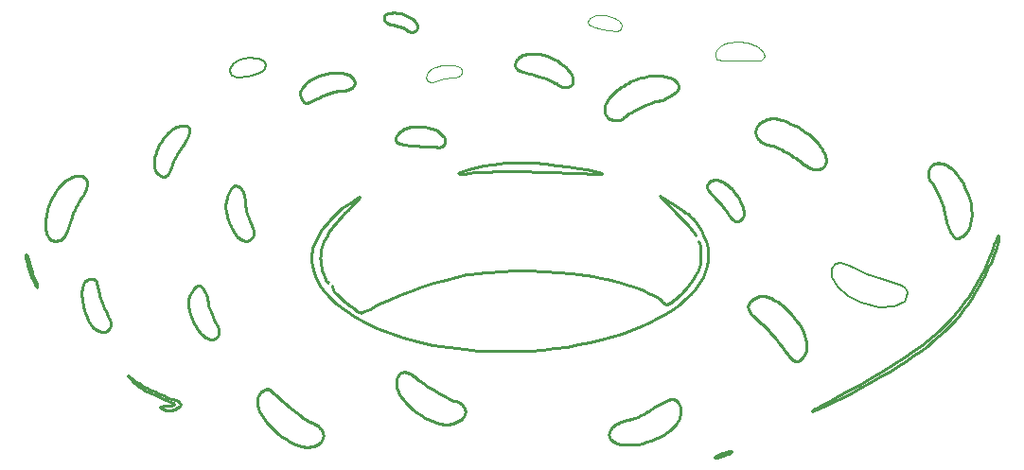
<source format=gto>
%TF.GenerationSoftware,KiCad,Pcbnew,(6.0.2-0)*%
%TF.CreationDate,2022-12-09T19:44:04+01:00*%
%TF.ProjectId,ornament_2022,6f726e61-6d65-46e7-945f-323032322e6b,rev?*%
%TF.SameCoordinates,Original*%
%TF.FileFunction,Legend,Top*%
%TF.FilePolarity,Positive*%
%FSLAX46Y46*%
G04 Gerber Fmt 4.6, Leading zero omitted, Abs format (unit mm)*
G04 Created by KiCad (PCBNEW (6.0.2-0)) date 2022-12-09 19:44:04*
%MOMM*%
%LPD*%
G01*
G04 APERTURE LIST*
G04 Aperture macros list*
%AMRoundRect*
0 Rectangle with rounded corners*
0 $1 Rounding radius*
0 $2 $3 $4 $5 $6 $7 $8 $9 X,Y pos of 4 corners*
0 Add a 4 corners polygon primitive as box body*
4,1,4,$2,$3,$4,$5,$6,$7,$8,$9,$2,$3,0*
0 Add four circle primitives for the rounded corners*
1,1,$1+$1,$2,$3*
1,1,$1+$1,$4,$5*
1,1,$1+$1,$6,$7*
1,1,$1+$1,$8,$9*
0 Add four rect primitives between the rounded corners*
20,1,$1+$1,$2,$3,$4,$5,0*
20,1,$1+$1,$4,$5,$6,$7,0*
20,1,$1+$1,$6,$7,$8,$9,0*
20,1,$1+$1,$8,$9,$2,$3,0*%
G04 Aperture macros list end*
%ADD10C,0.144000*%
%ADD11C,0.100000*%
%ADD12C,0.220460*%
%ADD13C,0.220000*%
%ADD14C,0.220486*%
%ADD15C,0.150000*%
%ADD16RoundRect,0.237500X-0.188932X-0.321508X0.351391X-0.124846X0.188932X0.321508X-0.351391X0.124846X0*%
%ADD17RoundRect,0.237500X-0.372900X0.002866X0.067576X-0.366737X0.372900X-0.002866X-0.067576X0.366737X0*%
%ADD18RoundRect,0.237500X-0.351391X-0.124846X0.188932X-0.321508X0.351391X0.124846X-0.188932X0.321508X0*%
%ADD19RoundRect,0.237500X-0.130232X-0.349431X0.367732X-0.061931X0.130232X0.349431X-0.367732X0.061931X0*%
%ADD20RoundRect,0.237500X0.124846X-0.351391X0.321508X0.188932X-0.124846X0.351391X-0.321508X-0.188932X0*%
%ADD21C,4.000000*%
%ADD22C,1.700000*%
G04 APERTURE END LIST*
D10*
X239396169Y-60456876D02*
X240622863Y-61099807D01*
X240622863Y-61099807D02*
X242203184Y-61489065D01*
X242203184Y-61489065D02*
X243559787Y-61425564D01*
X243559787Y-61425564D02*
X244475000Y-60960000D01*
X244475000Y-60960000D02*
X244699061Y-60592285D01*
X244699061Y-60592285D02*
X244731147Y-60143063D01*
X244731147Y-60143063D02*
X244613487Y-59788971D01*
X244613487Y-59788971D02*
X244291324Y-59527574D01*
X244291324Y-59527574D02*
X242455791Y-58990147D01*
X242455791Y-58990147D02*
X241130044Y-58566326D01*
X241130044Y-58566326D02*
X240089163Y-58057446D01*
X240089163Y-58057446D02*
X239356670Y-57649872D01*
X239356670Y-57649872D02*
X238755159Y-57503394D01*
X238755159Y-57503394D02*
X238303660Y-57618579D01*
X238303660Y-57618579D02*
X238021203Y-57995995D01*
X238021203Y-57995995D02*
X238012167Y-58805745D01*
X238012167Y-58805745D02*
X238498214Y-59659113D01*
X238498214Y-59659113D02*
X239396169Y-60456876D01*
X239396169Y-60456876D02*
X240622863Y-61099811D01*
X240622863Y-61099811D02*
X239396169Y-60456876D01*
D11*
X218943152Y-36709555D02*
X218918207Y-36723606D01*
D12*
X223420645Y-61150636D02*
X223459546Y-61127592D01*
D11*
X227587388Y-38698117D02*
X227607400Y-38605331D01*
D12*
X197521802Y-61205318D02*
X197521801Y-61205319D01*
X210971727Y-65370114D02*
X209835289Y-65420385D01*
D11*
X202162408Y-40163716D02*
X202206968Y-40133699D01*
D12*
X206333137Y-65357591D02*
X205142759Y-65261644D01*
X195745461Y-51642910D02*
X195746269Y-51647788D01*
D11*
X231819287Y-38648719D02*
X231849890Y-38698311D01*
D12*
X194011665Y-60637655D02*
X194198028Y-60804248D01*
D11*
X216172885Y-35963520D02*
X216176404Y-35926270D01*
X219151729Y-36374588D02*
X219141369Y-36414038D01*
X203857583Y-40935166D02*
X203715616Y-40951068D01*
X230595181Y-37866165D02*
X230742026Y-37912088D01*
X204614654Y-39963062D02*
X204698975Y-40007957D01*
X204896668Y-40267349D02*
X204903544Y-40304227D01*
D12*
X225291843Y-59350470D02*
X225380525Y-59233341D01*
X225380525Y-59233341D02*
X225463869Y-59118848D01*
D11*
X216213662Y-35806809D02*
X216235194Y-35764581D01*
X202129218Y-41340691D02*
X202092013Y-41333921D01*
X218688035Y-35677587D02*
X218779998Y-35732183D01*
X218864179Y-35789746D02*
X218939771Y-35850076D01*
X201789938Y-41189454D02*
X201772186Y-41169593D01*
D12*
X222299574Y-60583914D02*
X222579508Y-60778052D01*
D11*
X227756123Y-39327512D02*
X227715137Y-39312268D01*
D12*
X196198385Y-61839031D02*
X196408010Y-61745449D01*
X224218172Y-53204950D02*
X222619652Y-51542352D01*
X226088744Y-55637535D02*
X226066959Y-55619983D01*
X226913005Y-57230153D02*
X226827500Y-57765909D01*
D11*
X204488098Y-40868686D02*
X204440762Y-40883471D01*
X203835045Y-39819848D02*
X203988320Y-39828707D01*
D13*
X171358226Y-59042853D02*
X171398442Y-59021531D01*
D12*
X220872746Y-63203024D02*
X220038161Y-63538747D01*
X223749229Y-60920855D02*
X223871923Y-60824864D01*
D13*
X172847319Y-63710600D02*
X172812696Y-63712525D01*
D11*
X201860255Y-41244569D02*
X201834221Y-41227045D01*
X228050727Y-39372265D02*
X227879442Y-39353055D01*
D12*
X223225725Y-61224185D02*
X223254608Y-61219424D01*
D13*
X172947543Y-63692339D02*
X172914692Y-63700512D01*
D11*
X201722322Y-40732375D02*
X201736003Y-40691402D01*
D12*
X216610659Y-58720280D02*
X217246377Y-58844432D01*
X193281668Y-59596282D02*
X193287222Y-59649558D01*
D13*
X170902188Y-59924023D02*
X170923487Y-59786663D01*
D11*
X218865250Y-36745176D02*
X218837294Y-36752678D01*
X227684573Y-38431936D02*
X227740500Y-38351537D01*
D12*
X221153450Y-60004686D02*
X221582227Y-60195886D01*
X192819120Y-55030986D02*
X192677633Y-55297006D01*
X197303828Y-63370937D02*
X196256600Y-62882212D01*
X197521786Y-61205324D02*
X198338847Y-60817112D01*
X193139058Y-53599454D02*
X193462738Y-53266971D01*
D14*
X181749669Y-64039019D02*
X181693783Y-63996662D01*
X181693783Y-63996662D02*
X181637066Y-63947464D01*
X181637066Y-63947464D02*
X181521823Y-63830018D01*
X181521823Y-63830018D02*
X181405306Y-63689632D01*
X181405306Y-63689632D02*
X181288882Y-63529254D01*
X181288882Y-63529254D02*
X181173919Y-63351833D01*
X181173919Y-63351833D02*
X181061782Y-63160320D01*
X181061782Y-63160320D02*
X180953838Y-62957664D01*
X180953838Y-62957664D02*
X180851455Y-62746813D01*
X180851455Y-62746813D02*
X180755998Y-62530718D01*
X180755998Y-62530718D02*
X180668835Y-62312327D01*
X180668835Y-62312327D02*
X180591331Y-62094590D01*
X180591331Y-62094590D02*
X180524855Y-61880457D01*
X180524855Y-61880457D02*
X180470772Y-61672877D01*
X180470772Y-61672877D02*
X180430449Y-61474798D01*
X180430449Y-61474798D02*
X180405253Y-61289171D01*
X180405253Y-61289171D02*
X180396551Y-61118945D01*
X180396551Y-61118945D02*
X180402837Y-60989204D01*
X180402837Y-60989204D02*
X180421027Y-60856067D01*
X180421027Y-60856067D02*
X180450122Y-60721158D01*
X180450122Y-60721158D02*
X180489122Y-60586100D01*
X180489122Y-60586100D02*
X180537028Y-60452517D01*
X180537028Y-60452517D02*
X180592840Y-60322031D01*
X180592840Y-60322031D02*
X180655558Y-60196268D01*
X180655558Y-60196268D02*
X180724183Y-60076849D01*
X180724183Y-60076849D02*
X180797714Y-59965400D01*
X180797714Y-59965400D02*
X180875152Y-59863543D01*
X180875152Y-59863543D02*
X180955498Y-59772902D01*
X180955498Y-59772902D02*
X181037751Y-59695100D01*
X181037751Y-59695100D02*
X181120913Y-59631762D01*
X181120913Y-59631762D02*
X181162522Y-59606023D01*
X181162522Y-59606023D02*
X181203983Y-59584510D01*
X181203983Y-59584510D02*
X181245171Y-59567424D01*
X181245171Y-59567424D02*
X181285961Y-59554968D01*
X181285961Y-59554968D02*
X181326229Y-59547346D01*
X181326229Y-59547346D02*
X181365849Y-59544760D01*
X181365849Y-59544760D02*
X181395839Y-59547394D01*
X181395839Y-59547394D02*
X181426676Y-59555146D01*
X181426676Y-59555146D02*
X181458241Y-59567791D01*
X181458241Y-59567791D02*
X181490418Y-59585107D01*
X181490418Y-59585107D02*
X181523088Y-59606867D01*
X181523088Y-59606867D02*
X181556133Y-59632849D01*
X181556133Y-59632849D02*
X181589435Y-59662827D01*
X181589435Y-59662827D02*
X181622875Y-59696578D01*
X181622875Y-59696578D02*
X181656337Y-59733877D01*
X181656337Y-59733877D02*
X181689703Y-59774500D01*
X181689703Y-59774500D02*
X181722853Y-59818223D01*
X181722853Y-59818223D02*
X181755670Y-59864821D01*
X181755670Y-59864821D02*
X181819835Y-59965746D01*
X181819835Y-59965746D02*
X181881252Y-60075482D01*
X181881252Y-60075482D02*
X181938978Y-60192234D01*
X181938978Y-60192234D02*
X181992070Y-60314209D01*
X181992070Y-60314209D02*
X182039584Y-60439611D01*
X182039584Y-60439611D02*
X182080574Y-60566647D01*
X182080574Y-60566647D02*
X182098329Y-60630217D01*
X182098329Y-60630217D02*
X182114099Y-60693523D01*
X182114099Y-60693523D02*
X182127767Y-60756341D01*
X182127767Y-60756341D02*
X182139214Y-60818445D01*
X182139214Y-60818445D02*
X182148323Y-60879612D01*
X182148323Y-60879612D02*
X182154975Y-60939618D01*
X182154975Y-60939618D02*
X182159053Y-60998239D01*
X182159053Y-60998239D02*
X182160438Y-61055249D01*
X182160438Y-61055249D02*
X182163415Y-61100675D01*
X182163415Y-61100675D02*
X182172147Y-61156547D01*
X182172147Y-61156547D02*
X182186342Y-61222075D01*
X182186342Y-61222075D02*
X182205704Y-61296470D01*
X182205704Y-61296470D02*
X182229941Y-61378944D01*
X182229941Y-61378944D02*
X182258757Y-61468708D01*
X182258757Y-61468708D02*
X182291859Y-61564973D01*
X182291859Y-61564973D02*
X182328953Y-61666950D01*
X182328953Y-61666950D02*
X182413938Y-61884886D01*
X182413938Y-61884886D02*
X182511361Y-62116206D01*
X182511361Y-62116206D02*
X182618867Y-62354600D01*
X182618867Y-62354600D02*
X182734104Y-62593757D01*
X182734104Y-62593757D02*
X182889041Y-62913221D01*
X182889041Y-62913221D02*
X182952757Y-63052572D01*
X182952757Y-63052572D02*
X183007556Y-63179552D01*
X183007556Y-63179552D02*
X183053625Y-63295072D01*
X183053625Y-63295072D02*
X183091151Y-63400044D01*
X183091151Y-63400044D02*
X183120322Y-63495380D01*
X183120322Y-63495380D02*
X183141326Y-63581992D01*
X183141326Y-63581992D02*
X183154350Y-63660790D01*
X183154350Y-63660790D02*
X183159581Y-63732688D01*
X183159581Y-63732688D02*
X183157208Y-63798596D01*
X183157208Y-63798596D02*
X183147418Y-63859427D01*
X183147418Y-63859427D02*
X183130398Y-63916092D01*
X183130398Y-63916092D02*
X183106336Y-63969503D01*
X183106336Y-63969503D02*
X183075419Y-64020571D01*
X183075419Y-64020571D02*
X183037835Y-64070209D01*
X183037835Y-64070209D02*
X183005403Y-64108157D01*
X183005403Y-64108157D02*
X182973119Y-64143609D01*
X182973119Y-64143609D02*
X182940917Y-64176564D01*
X182940917Y-64176564D02*
X182908734Y-64207021D01*
X182908734Y-64207021D02*
X182876503Y-64234978D01*
X182876503Y-64234978D02*
X182844159Y-64260433D01*
X182844159Y-64260433D02*
X182811637Y-64283385D01*
X182811637Y-64283385D02*
X182778871Y-64303833D01*
X182778871Y-64303833D02*
X182745797Y-64321774D01*
X182745797Y-64321774D02*
X182712348Y-64337207D01*
X182712348Y-64337207D02*
X182678461Y-64350130D01*
X182678461Y-64350130D02*
X182644068Y-64360542D01*
X182644068Y-64360542D02*
X182609105Y-64368442D01*
X182609105Y-64368442D02*
X182573508Y-64373827D01*
X182573508Y-64373827D02*
X182537209Y-64376697D01*
X182537209Y-64376697D02*
X182500145Y-64377049D01*
X182500145Y-64377049D02*
X182462249Y-64374882D01*
X182462249Y-64374882D02*
X182423457Y-64370195D01*
X182423457Y-64370195D02*
X182383704Y-64362985D01*
X182383704Y-64362985D02*
X182342923Y-64353252D01*
X182342923Y-64353252D02*
X182301050Y-64340993D01*
X182301050Y-64340993D02*
X182258019Y-64326207D01*
X182258019Y-64326207D02*
X182213765Y-64308893D01*
X182213765Y-64308893D02*
X182168222Y-64289049D01*
X182168222Y-64289049D02*
X182121327Y-64266673D01*
X182121327Y-64266673D02*
X182073012Y-64241763D01*
X182073012Y-64241763D02*
X182023213Y-64214319D01*
X182023213Y-64214319D02*
X181971864Y-64184339D01*
X181971864Y-64184339D02*
X181864258Y-64116763D01*
X181864258Y-64116763D02*
X181749669Y-64039022D01*
X181749669Y-64039022D02*
X181749669Y-64039019D01*
X181749669Y-64039019D02*
X181749669Y-64039019D01*
D13*
X172281146Y-63550413D02*
X172181887Y-63494977D01*
X172881301Y-63706597D02*
X172847319Y-63710600D01*
D11*
X230140121Y-37767853D02*
X230293611Y-37794153D01*
X227637619Y-39196125D02*
X227628650Y-39167478D01*
D12*
X200921439Y-64558440D02*
X199641495Y-64212208D01*
X195730738Y-51688048D02*
X195715275Y-51711725D01*
X201309900Y-59666352D02*
X202366816Y-59323602D01*
D13*
X172102131Y-59070095D02*
X172128873Y-59094572D01*
D11*
X217034968Y-35336608D02*
X217270968Y-35326546D01*
D12*
X191440519Y-57383837D02*
X191424242Y-57009169D01*
X223349124Y-61187313D02*
X223383903Y-61170529D01*
X195097098Y-52362433D02*
X194704405Y-52742783D01*
D14*
X204650024Y-49429647D02*
X204794562Y-49357228D01*
X204794562Y-49357228D02*
X204986283Y-49282200D01*
X204986283Y-49282200D02*
X205219743Y-49205567D01*
X205219743Y-49205567D02*
X205489497Y-49128334D01*
X205489497Y-49128334D02*
X205790103Y-49051505D01*
X205790103Y-49051505D02*
X206116116Y-48976086D01*
X206116116Y-48976086D02*
X206822589Y-48833494D01*
X206822589Y-48833494D02*
X207565364Y-48708597D01*
X207565364Y-48708597D02*
X208300893Y-48609433D01*
X208300893Y-48609433D02*
X208652330Y-48572012D01*
X208652330Y-48572012D02*
X208985623Y-48544039D01*
X208985623Y-48544039D02*
X209295330Y-48526519D01*
X209295330Y-48526519D02*
X209576005Y-48520455D01*
X209576005Y-48520455D02*
X210397759Y-48538527D01*
X210397759Y-48538527D02*
X211332776Y-48589397D01*
X211332776Y-48589397D02*
X212335072Y-48668051D01*
X212335072Y-48668051D02*
X213358660Y-48769472D01*
X213358660Y-48769472D02*
X214357555Y-48888645D01*
X214357555Y-48888645D02*
X215285772Y-49020554D01*
X215285772Y-49020554D02*
X216097325Y-49160183D01*
X216097325Y-49160183D02*
X216746229Y-49302517D01*
X216746229Y-49302517D02*
X217123842Y-49402553D01*
X217123842Y-49402553D02*
X217260516Y-49442683D01*
X217260516Y-49442683D02*
X217358855Y-49476476D01*
X217358855Y-49476476D02*
X217392811Y-49491056D01*
X217392811Y-49491056D02*
X217416177Y-49504123D01*
X217416177Y-49504123D02*
X217428617Y-49515701D01*
X217428617Y-49515701D02*
X217430635Y-49520939D01*
X217430635Y-49520939D02*
X217429796Y-49525814D01*
X217429796Y-49525814D02*
X217419378Y-49534486D01*
X217419378Y-49534486D02*
X217397029Y-49541741D01*
X217397029Y-49541741D02*
X217362412Y-49547603D01*
X217362412Y-49547603D02*
X217315192Y-49552094D01*
X217315192Y-49552094D02*
X217181602Y-49557065D01*
X217181602Y-49557065D02*
X216993573Y-49556844D01*
X216993573Y-49556844D02*
X216748422Y-49551623D01*
X216748422Y-49551623D02*
X216443465Y-49541591D01*
X216443465Y-49541591D02*
X215643398Y-49507862D01*
X215643398Y-49507862D02*
X214571899Y-49457185D01*
X214571899Y-49457185D02*
X213176669Y-49398701D01*
X213176669Y-49398701D02*
X211808201Y-49358500D01*
X211808201Y-49358500D02*
X210489036Y-49336486D01*
X210489036Y-49336486D02*
X209241716Y-49332565D01*
X209241716Y-49332565D02*
X208088783Y-49346640D01*
X208088783Y-49346640D02*
X207052778Y-49378618D01*
X207052778Y-49378618D02*
X206156244Y-49428402D01*
X206156244Y-49428402D02*
X205421723Y-49495897D01*
X205421723Y-49495897D02*
X205182727Y-49521394D01*
X205182727Y-49521394D02*
X204982118Y-49537040D01*
X204982118Y-49537040D02*
X204896573Y-49541200D01*
X204896573Y-49541200D02*
X204821064Y-49542934D01*
X204821064Y-49542934D02*
X204755735Y-49542256D01*
X204755735Y-49542256D02*
X204700734Y-49539177D01*
X204700734Y-49539177D02*
X204656205Y-49533711D01*
X204656205Y-49533711D02*
X204622296Y-49525869D01*
X204622296Y-49525869D02*
X204599152Y-49515665D01*
X204599152Y-49515665D02*
X204591662Y-49509681D01*
X204591662Y-49509681D02*
X204586919Y-49503111D01*
X204586919Y-49503111D02*
X204584940Y-49495956D01*
X204584940Y-49495956D02*
X204585744Y-49488219D01*
X204585744Y-49488219D02*
X204589349Y-49479901D01*
X204589349Y-49479901D02*
X204595772Y-49471003D01*
X204595772Y-49471003D02*
X204617151Y-49451473D01*
X204617151Y-49451473D02*
X204650024Y-49429644D01*
X204650024Y-49429644D02*
X204650024Y-49429647D01*
X204650024Y-49429647D02*
X204650024Y-49429647D01*
D13*
X172181890Y-63494981D02*
X172181890Y-63494981D01*
D11*
X216499198Y-36305555D02*
X216451225Y-36289894D01*
X204533390Y-40851167D02*
X204488098Y-40868686D01*
D13*
X172588646Y-63680674D02*
X172548113Y-63668173D01*
D11*
X231930220Y-38890905D02*
X231939655Y-38936824D01*
D12*
X199641495Y-64212208D02*
X198433875Y-63815322D01*
X223118089Y-61214619D02*
X223144205Y-61221219D01*
X225784076Y-54993353D02*
X225744522Y-54933096D01*
X217871339Y-58981676D02*
X218481228Y-59130664D01*
D11*
X204853159Y-40160908D02*
X204871566Y-40195515D01*
D12*
X195353595Y-51816219D02*
X195466805Y-51751136D01*
D11*
X227580580Y-38794823D02*
X227587388Y-38698117D01*
D13*
X173463318Y-62845742D02*
X173479834Y-62924266D01*
D12*
X197521793Y-61205322D02*
X197521791Y-61205322D01*
D13*
X171609273Y-58955147D02*
X171652149Y-58949668D01*
D12*
X197521800Y-61205319D02*
X197521799Y-61205320D01*
X197521801Y-61205319D02*
X197521800Y-61205319D01*
D11*
X204656109Y-40783954D02*
X204617485Y-40808626D01*
X231549242Y-38351167D02*
X231604412Y-38399973D01*
D12*
X226255579Y-56547559D02*
X226249171Y-56354226D01*
D11*
X229220161Y-37739340D02*
X229370287Y-37729225D01*
D12*
X224457998Y-52700071D02*
X224683084Y-52853927D01*
X225076837Y-53146966D02*
X225249041Y-53289840D01*
D11*
X203572406Y-40970145D02*
X203432278Y-40991870D01*
D12*
X195693091Y-51640459D02*
X195713747Y-51635103D01*
D13*
X172628183Y-63691127D02*
X172588646Y-63680674D01*
D11*
X219116566Y-36486725D02*
X219102178Y-36519944D01*
D12*
X193428554Y-60023516D02*
X193464763Y-60074336D01*
D11*
X227605500Y-39068542D02*
X227599223Y-39032087D01*
D13*
X172666774Y-63699528D02*
X172628183Y-63691127D01*
D11*
X201723916Y-41081300D02*
X201711850Y-41045612D01*
D13*
X171985275Y-63351399D02*
X171891081Y-63261267D01*
D11*
X219106950Y-36045670D02*
X219140123Y-36115070D01*
D12*
X197521795Y-61205321D02*
X197521793Y-61205322D01*
D11*
X204134723Y-39843567D02*
X204272406Y-39864431D01*
X202451284Y-40009941D02*
X202583238Y-39964855D01*
X216406830Y-36272279D02*
X216366077Y-36252758D01*
X231426910Y-38255757D02*
X231490066Y-38303043D01*
D12*
X223170719Y-61225041D02*
X223197827Y-61226043D01*
X191598207Y-56036030D02*
X191728180Y-55692744D01*
X193562187Y-60191949D02*
X193688985Y-60327626D01*
X225808409Y-55038452D02*
X225784076Y-54993353D01*
D11*
X218989834Y-36674967D02*
X218967037Y-36693339D01*
X216240758Y-36156599D02*
X216219172Y-36128285D01*
D12*
X213490589Y-58336764D02*
X214682144Y-58439828D01*
D11*
X216923035Y-35350484D02*
X217034968Y-35336608D01*
X218967037Y-36693339D02*
X218943152Y-36709555D01*
D13*
X172445183Y-60329603D02*
X172464289Y-60403641D01*
D12*
X218481228Y-59130664D02*
X219071725Y-59290053D01*
D13*
X171523699Y-58973797D02*
X171566397Y-58963178D01*
D12*
X226158988Y-54394166D02*
X226267992Y-54588963D01*
X193162947Y-54489015D02*
X192980784Y-54761845D01*
X223754162Y-61649052D02*
X223107119Y-62066919D01*
X225249041Y-53289840D02*
X225407155Y-53432744D01*
D11*
X204895314Y-40454075D02*
X204884773Y-40491249D01*
D12*
X195740890Y-51668734D02*
X195730738Y-51688048D01*
X225646208Y-58850293D02*
X225741000Y-58702178D01*
X223459546Y-61127592D02*
X223500801Y-61101357D01*
X196408010Y-61745449D02*
X196652043Y-61632150D01*
X196030047Y-61909758D02*
X196198385Y-61839031D01*
D11*
X204804186Y-40095187D02*
X204830730Y-40127407D01*
D12*
X225368648Y-60293975D02*
X224887313Y-60761436D01*
D11*
X201752211Y-40650390D02*
X201770878Y-40609449D01*
D12*
X195769218Y-61952626D02*
X195811343Y-61965654D01*
D11*
X204830730Y-40127407D02*
X204853159Y-40160908D01*
X231939655Y-38936824D02*
X231944781Y-38981536D01*
X203988320Y-39828707D02*
X204134723Y-39843567D01*
X228653018Y-37835769D02*
X228788566Y-37803476D01*
X216715336Y-35396924D02*
X216816223Y-35370522D01*
X201757700Y-41149158D02*
X201739177Y-41115852D01*
X201810699Y-41208639D02*
X201789938Y-41189454D01*
X204440762Y-40883471D02*
X204391474Y-40895349D01*
X204903544Y-40304227D02*
X204906757Y-40341514D01*
D12*
X226210114Y-57541988D02*
X226228539Y-57404196D01*
D11*
X218918207Y-36723606D02*
X218892230Y-36735483D01*
D12*
X193806959Y-52945457D02*
X194169938Y-52637268D01*
X222930012Y-61094099D02*
X222958814Y-61118989D01*
D11*
X201702806Y-40813769D02*
X201711234Y-40773201D01*
X203715616Y-40951068D02*
X203572406Y-40970145D01*
D12*
X195599305Y-51851512D02*
X195508142Y-51949460D01*
D11*
X202300591Y-40078600D02*
X202349521Y-40053739D01*
D12*
X195963510Y-61935571D02*
X196030047Y-61909758D01*
D11*
X204757199Y-40698421D02*
X204726055Y-40728677D01*
D12*
X191469062Y-56535444D02*
X191503038Y-56371434D01*
X226148912Y-59317468D02*
X225789976Y-59812271D01*
D11*
X203178561Y-41041157D02*
X203102004Y-41058287D01*
D12*
X226257671Y-56763767D02*
X226255579Y-56547559D01*
X192515163Y-58579271D02*
X192582275Y-58767194D01*
X224096950Y-60643030D02*
X224188475Y-60562537D01*
X192225186Y-57119413D02*
X192232948Y-57305484D01*
X224888774Y-53002277D02*
X225076837Y-53146966D01*
X224010290Y-60714782D02*
X224096950Y-60643030D01*
D11*
X202019435Y-41315371D02*
X201984558Y-41303796D01*
D14*
X189812840Y-73685816D02*
X189449238Y-73487660D01*
X189449238Y-73487660D02*
X189103477Y-73279340D01*
X189103477Y-73279340D02*
X188776332Y-73061780D01*
X188776332Y-73061780D02*
X188468577Y-72835908D01*
X188468577Y-72835908D02*
X188180989Y-72602649D01*
X188180989Y-72602649D02*
X187914342Y-72362927D01*
X187914342Y-72362927D02*
X187669412Y-72117669D01*
X187669412Y-72117669D02*
X187446973Y-71867799D01*
X187446973Y-71867799D02*
X187247800Y-71614244D01*
X187247800Y-71614244D02*
X187072669Y-71357929D01*
X187072669Y-71357929D02*
X186922355Y-71099779D01*
X186922355Y-71099779D02*
X186797632Y-70840720D01*
X186797632Y-70840720D02*
X186699276Y-70581678D01*
X186699276Y-70581678D02*
X186660228Y-70452452D01*
X186660228Y-70452452D02*
X186628063Y-70323577D01*
X186628063Y-70323577D02*
X186602876Y-70195169D01*
X186602876Y-70195169D02*
X186584766Y-70067344D01*
X186584766Y-70067344D02*
X186573829Y-69940217D01*
X186573829Y-69940217D02*
X186570162Y-69813903D01*
X186570162Y-69813903D02*
X186571666Y-69769634D01*
X186571666Y-69769634D02*
X186576107Y-69725077D01*
X186576107Y-69725077D02*
X186583378Y-69680342D01*
X186583378Y-69680342D02*
X186593372Y-69635541D01*
X186593372Y-69635541D02*
X186605981Y-69590785D01*
X186605981Y-69590785D02*
X186621099Y-69546184D01*
X186621099Y-69546184D02*
X186638617Y-69501851D01*
X186638617Y-69501851D02*
X186658430Y-69457895D01*
X186658430Y-69457895D02*
X186680430Y-69414429D01*
X186680430Y-69414429D02*
X186704509Y-69371562D01*
X186704509Y-69371562D02*
X186758477Y-69288075D01*
X186758477Y-69288075D02*
X186819477Y-69208321D01*
X186819477Y-69208321D02*
X186886652Y-69133189D01*
X186886652Y-69133189D02*
X186959145Y-69063568D01*
X186959145Y-69063568D02*
X187036098Y-69000347D01*
X187036098Y-69000347D02*
X187075979Y-68971414D01*
X187075979Y-68971414D02*
X187116653Y-68944414D01*
X187116653Y-68944414D02*
X187158014Y-68919458D01*
X187158014Y-68919458D02*
X187199954Y-68896658D01*
X187199954Y-68896658D02*
X187242366Y-68876124D01*
X187242366Y-68876124D02*
X187285142Y-68857968D01*
X187285142Y-68857968D02*
X187328177Y-68842300D01*
X187328177Y-68842300D02*
X187371361Y-68829231D01*
X187371361Y-68829231D02*
X187414589Y-68818874D01*
X187414589Y-68818874D02*
X187457753Y-68811338D01*
X187457753Y-68811338D02*
X187500746Y-68806735D01*
X187500746Y-68806735D02*
X187543460Y-68805176D01*
X187543460Y-68805176D02*
X187551520Y-68806890D01*
X187551520Y-68806890D02*
X187563223Y-68811977D01*
X187563223Y-68811977D02*
X187597158Y-68831932D01*
X187597158Y-68831932D02*
X187644461Y-68864370D01*
X187644461Y-68864370D02*
X187704329Y-68908617D01*
X187704329Y-68908617D02*
X187858546Y-69029854D01*
X187858546Y-69029854D02*
X188053382Y-69190266D01*
X188053382Y-69190266D02*
X188282411Y-69384476D01*
X188282411Y-69384476D02*
X188539204Y-69607107D01*
X188539204Y-69607107D02*
X188817337Y-69852782D01*
X188817337Y-69852782D02*
X189110380Y-70116125D01*
X189110380Y-70116125D02*
X189418932Y-70387393D01*
X189418932Y-70387393D02*
X189741510Y-70655783D01*
X189741510Y-70655783D02*
X190068572Y-70914326D01*
X190068572Y-70914326D02*
X190390575Y-71156053D01*
X190390575Y-71156053D02*
X190697975Y-71373994D01*
X190697975Y-71373994D02*
X190981230Y-71561179D01*
X190981230Y-71561179D02*
X191110820Y-71641060D01*
X191110820Y-71641060D02*
X191230795Y-71710638D01*
X191230795Y-71710638D02*
X191339963Y-71769042D01*
X191339963Y-71769042D02*
X191437129Y-71815401D01*
X191437129Y-71815401D02*
X191540970Y-71863153D01*
X191540970Y-71863153D02*
X191639868Y-71912567D01*
X191639868Y-71912567D02*
X191733721Y-71963553D01*
X191733721Y-71963553D02*
X191822429Y-72016018D01*
X191822429Y-72016018D02*
X191905890Y-72069874D01*
X191905890Y-72069874D02*
X191984005Y-72125028D01*
X191984005Y-72125028D02*
X192056671Y-72181389D01*
X192056671Y-72181389D02*
X192123789Y-72238867D01*
X192123789Y-72238867D02*
X192185257Y-72297371D01*
X192185257Y-72297371D02*
X192240975Y-72356810D01*
X192240975Y-72356810D02*
X192290842Y-72417093D01*
X192290842Y-72417093D02*
X192334757Y-72478128D01*
X192334757Y-72478128D02*
X192372620Y-72539826D01*
X192372620Y-72539826D02*
X192404328Y-72602095D01*
X192404328Y-72602095D02*
X192429783Y-72664844D01*
X192429783Y-72664844D02*
X192448882Y-72727982D01*
X192448882Y-72727982D02*
X192469801Y-72830652D01*
X192469801Y-72830652D02*
X192480438Y-72929944D01*
X192480438Y-72929944D02*
X192481153Y-73025727D01*
X192481153Y-73025727D02*
X192472310Y-73117869D01*
X192472310Y-73117869D02*
X192454269Y-73206239D01*
X192454269Y-73206239D02*
X192427393Y-73290705D01*
X192427393Y-73290705D02*
X192392043Y-73371135D01*
X192392043Y-73371135D02*
X192348582Y-73447399D01*
X192348582Y-73447399D02*
X192297370Y-73519364D01*
X192297370Y-73519364D02*
X192238771Y-73586899D01*
X192238771Y-73586899D02*
X192173146Y-73649874D01*
X192173146Y-73649874D02*
X192100857Y-73708155D01*
X192100857Y-73708155D02*
X192022265Y-73761612D01*
X192022265Y-73761612D02*
X191937733Y-73810114D01*
X191937733Y-73810114D02*
X191847622Y-73853528D01*
X191847622Y-73853528D02*
X191752294Y-73891724D01*
X191752294Y-73891724D02*
X191652111Y-73924569D01*
X191652111Y-73924569D02*
X191547435Y-73951933D01*
X191547435Y-73951933D02*
X191438628Y-73973684D01*
X191438628Y-73973684D02*
X191326052Y-73989690D01*
X191326052Y-73989690D02*
X191210068Y-73999820D01*
X191210068Y-73999820D02*
X191091038Y-74003942D01*
X191091038Y-74003942D02*
X190969325Y-74001925D01*
X190969325Y-74001925D02*
X190845289Y-73993638D01*
X190845289Y-73993638D02*
X190719294Y-73978949D01*
X190719294Y-73978949D02*
X190591700Y-73957726D01*
X190591700Y-73957726D02*
X190462870Y-73929838D01*
X190462870Y-73929838D02*
X190333165Y-73895153D01*
X190333165Y-73895153D02*
X190202948Y-73853541D01*
X190202948Y-73853541D02*
X190072579Y-73804869D01*
X190072579Y-73804869D02*
X189942422Y-73749006D01*
X189942422Y-73749006D02*
X189812838Y-73685821D01*
X189812838Y-73685821D02*
X189812840Y-73685816D01*
X189812840Y-73685816D02*
X189812840Y-73685816D01*
D12*
X215324225Y-58516632D02*
X215968502Y-58610565D01*
X194103018Y-53349454D02*
X193835645Y-53642715D01*
D11*
X229830814Y-37734142D02*
X229985650Y-37747885D01*
D12*
X192389920Y-58160847D02*
X192450359Y-58375348D01*
D13*
X173479834Y-62924266D02*
X173488654Y-62996147D01*
D12*
X192582275Y-58767194D02*
X192649638Y-58933694D01*
D11*
X216621183Y-35429887D02*
X216715336Y-35396924D01*
X218808392Y-36757980D02*
X218778571Y-36761071D01*
D12*
X193000830Y-60547029D02*
X192446410Y-59883947D01*
X192261607Y-56600145D02*
X192234433Y-56859353D01*
X199263898Y-60423970D02*
X200264922Y-60036762D01*
D11*
X227581144Y-38835290D02*
X227580580Y-38794823D01*
X227807164Y-38275477D02*
X227883949Y-38203860D01*
D12*
X226249171Y-56354226D02*
X226238250Y-56183513D01*
X210920378Y-58235716D02*
X212223198Y-58268913D01*
X206162905Y-58438272D02*
X207203392Y-58338451D01*
D13*
X171244673Y-59123546D02*
X171281165Y-59093825D01*
X172153134Y-59121105D02*
X172174735Y-59149660D01*
D12*
X223500801Y-61101357D02*
X223544605Y-61071888D01*
D11*
X227970238Y-38136791D02*
X228065414Y-38074376D01*
D12*
X191444455Y-56696599D02*
X191469062Y-56535444D01*
D11*
X202874583Y-39892647D02*
X203030278Y-39865528D01*
D12*
X194431592Y-61784363D02*
X193664306Y-61181554D01*
D11*
X202583238Y-39964855D02*
X202724954Y-39925757D01*
D12*
X195729394Y-51633677D02*
X195739982Y-51636256D01*
X192450359Y-58375348D02*
X192515163Y-58579271D01*
X226066959Y-55619983D02*
X226043701Y-55607641D01*
X226043701Y-55607641D02*
X226018947Y-55600476D01*
X226156469Y-57801520D02*
X226186254Y-57673919D01*
X192715196Y-59073349D02*
X192776890Y-59180739D01*
D11*
X204698975Y-40007957D02*
X204738399Y-40035288D01*
X227883949Y-38203860D02*
X227970238Y-38136791D01*
D12*
X207203392Y-58338451D02*
X208370069Y-58271044D01*
X226109082Y-55660327D02*
X226088744Y-55637535D01*
X218248611Y-64138860D02*
X217298419Y-64400961D01*
X226670059Y-58293143D02*
X226443068Y-58810711D01*
D11*
X202295528Y-41349197D02*
X202241523Y-41349749D01*
D12*
X191571918Y-58122015D02*
X191489963Y-57754917D01*
D11*
X201984558Y-41303796D02*
X201950954Y-41290826D01*
X202166704Y-41345655D02*
X202129218Y-41340691D01*
X204871019Y-40527957D02*
X204854141Y-40564026D01*
X219167799Y-36258974D02*
X219160689Y-36333079D01*
D12*
X225688187Y-53726026D02*
X225814642Y-53880095D01*
X225407155Y-53432744D02*
X225552947Y-53577524D01*
X205142759Y-65261644D02*
X205142745Y-65261644D01*
D11*
X204514219Y-39924177D02*
X204614654Y-39963062D01*
D12*
X223092176Y-61205282D02*
X223118089Y-61214619D01*
X225901558Y-58428196D02*
X225968302Y-58299265D01*
D13*
X171799875Y-63160007D02*
X171711842Y-63048444D01*
D12*
X208681787Y-65435817D02*
X207513608Y-65415268D01*
X226127996Y-55688393D02*
X226109082Y-55660327D01*
X223544605Y-61071888D02*
X223591154Y-61039145D01*
D11*
X219032050Y-36631789D02*
X219011514Y-36654447D01*
D13*
X171325744Y-62364964D02*
X171199986Y-62048325D01*
X172174735Y-59149660D02*
X172193499Y-59180201D01*
D14*
X177656221Y-49496894D02*
X177566740Y-49393095D01*
X177566740Y-49393095D02*
X177492960Y-49277383D01*
X177492960Y-49277383D02*
X177434349Y-49150754D01*
X177434349Y-49150754D02*
X177390374Y-49014206D01*
X177390374Y-49014206D02*
X177360504Y-48868736D01*
X177360504Y-48868736D02*
X177344207Y-48715342D01*
X177344207Y-48715342D02*
X177340951Y-48555021D01*
X177340951Y-48555021D02*
X177350203Y-48388770D01*
X177350203Y-48388770D02*
X177371431Y-48217588D01*
X177371431Y-48217588D02*
X177404104Y-48042470D01*
X177404104Y-48042470D02*
X177447689Y-47864416D01*
X177447689Y-47864416D02*
X177501655Y-47684421D01*
X177501655Y-47684421D02*
X177565468Y-47503484D01*
X177565468Y-47503484D02*
X177638598Y-47322602D01*
X177638598Y-47322602D02*
X177810677Y-46964993D01*
X177810677Y-46964993D02*
X178013635Y-46619572D01*
X178013635Y-46619572D02*
X178243216Y-46294319D01*
X178243216Y-46294319D02*
X178366660Y-46141749D01*
X178366660Y-46141749D02*
X178495164Y-45997213D01*
X178495164Y-45997213D02*
X178628195Y-45861708D01*
X178628195Y-45861708D02*
X178765221Y-45736233D01*
X178765221Y-45736233D02*
X178905711Y-45621784D01*
X178905711Y-45621784D02*
X179049131Y-45519359D01*
X179049131Y-45519359D02*
X179194951Y-45429955D01*
X179194951Y-45429955D02*
X179342638Y-45354570D01*
X179342638Y-45354570D02*
X179491660Y-45294201D01*
X179491660Y-45294201D02*
X179641485Y-45249845D01*
X179641485Y-45249845D02*
X179791580Y-45222501D01*
X179791580Y-45222501D02*
X179941415Y-45213164D01*
X179941415Y-45213164D02*
X180012714Y-45214932D01*
X180012714Y-45214932D02*
X180079308Y-45220238D01*
X180079308Y-45220238D02*
X180141198Y-45229084D01*
X180141198Y-45229084D02*
X180198383Y-45241472D01*
X180198383Y-45241472D02*
X180250863Y-45257404D01*
X180250863Y-45257404D02*
X180298638Y-45276883D01*
X180298638Y-45276883D02*
X180341708Y-45299910D01*
X180341708Y-45299910D02*
X180380074Y-45326488D01*
X180380074Y-45326488D02*
X180413734Y-45356619D01*
X180413734Y-45356619D02*
X180442689Y-45390304D01*
X180442689Y-45390304D02*
X180466939Y-45427548D01*
X180466939Y-45427548D02*
X180486483Y-45468350D01*
X180486483Y-45468350D02*
X180501322Y-45512714D01*
X180501322Y-45512714D02*
X180511456Y-45560642D01*
X180511456Y-45560642D02*
X180516885Y-45612136D01*
X180516885Y-45612136D02*
X180517608Y-45667198D01*
X180517608Y-45667198D02*
X180513625Y-45725830D01*
X180513625Y-45725830D02*
X180504937Y-45788035D01*
X180504937Y-45788035D02*
X180491543Y-45853814D01*
X180491543Y-45853814D02*
X180473443Y-45923170D01*
X180473443Y-45923170D02*
X180450638Y-45996104D01*
X180450638Y-45996104D02*
X180423126Y-46072620D01*
X180423126Y-46072620D02*
X180390909Y-46152719D01*
X180390909Y-46152719D02*
X180353986Y-46236404D01*
X180353986Y-46236404D02*
X180312356Y-46323676D01*
X180312356Y-46323676D02*
X180266021Y-46414537D01*
X180266021Y-46414537D02*
X180214979Y-46508991D01*
X180214979Y-46508991D02*
X180159231Y-46607039D01*
X180159231Y-46607039D02*
X180098777Y-46708683D01*
X180098777Y-46708683D02*
X180033616Y-46813925D01*
X180033616Y-46813925D02*
X179963749Y-46922768D01*
X179963749Y-46922768D02*
X179889176Y-47035214D01*
X179889176Y-47035214D02*
X179729828Y-47278381D01*
X179729828Y-47278381D02*
X179575003Y-47526984D01*
X179575003Y-47526984D02*
X179428530Y-47774024D01*
X179428530Y-47774024D02*
X179294240Y-48012507D01*
X179294240Y-48012507D02*
X179175961Y-48235436D01*
X179175961Y-48235436D02*
X179077523Y-48435816D01*
X179077523Y-48435816D02*
X179002757Y-48606648D01*
X179002757Y-48606648D02*
X178975448Y-48678799D01*
X178975448Y-48678799D02*
X178955492Y-48740939D01*
X178955492Y-48740939D02*
X178896190Y-48935762D01*
X178896190Y-48935762D02*
X178834382Y-49110668D01*
X178834382Y-49110668D02*
X178769977Y-49265708D01*
X178769977Y-49265708D02*
X178736773Y-49335795D01*
X178736773Y-49335795D02*
X178702888Y-49400934D01*
X178702888Y-49400934D02*
X178668309Y-49461133D01*
X178668309Y-49461133D02*
X178633026Y-49516398D01*
X178633026Y-49516398D02*
X178597027Y-49566735D01*
X178597027Y-49566735D02*
X178560302Y-49612151D01*
X178560302Y-49612151D02*
X178522840Y-49652651D01*
X178522840Y-49652651D02*
X178484629Y-49688244D01*
X178484629Y-49688244D02*
X178445659Y-49718934D01*
X178445659Y-49718934D02*
X178405917Y-49744728D01*
X178405917Y-49744728D02*
X178365394Y-49765634D01*
X178365394Y-49765634D02*
X178324079Y-49781657D01*
X178324079Y-49781657D02*
X178281959Y-49792803D01*
X178281959Y-49792803D02*
X178239025Y-49799080D01*
X178239025Y-49799080D02*
X178195264Y-49800493D01*
X178195264Y-49800493D02*
X178150667Y-49797049D01*
X178150667Y-49797049D02*
X178105221Y-49788755D01*
X178105221Y-49788755D02*
X178058917Y-49775616D01*
X178058917Y-49775616D02*
X178011742Y-49757640D01*
X178011742Y-49757640D02*
X177963685Y-49734833D01*
X177963685Y-49734833D02*
X177914737Y-49707201D01*
X177914737Y-49707201D02*
X177864885Y-49674750D01*
X177864885Y-49674750D02*
X177814118Y-49637488D01*
X177814118Y-49637488D02*
X177762426Y-49595420D01*
X177762426Y-49595420D02*
X177709798Y-49548553D01*
X177709798Y-49548553D02*
X177656221Y-49496894D01*
X177656221Y-49496894D02*
X177656221Y-49496894D01*
D12*
X226827500Y-57765909D02*
X226670059Y-58293143D01*
X193296631Y-59703053D02*
X193309893Y-59756906D01*
D14*
X178081453Y-70577859D02*
X178019935Y-70551587D01*
X178019935Y-70551587D02*
X177993137Y-70539226D01*
X177993137Y-70539226D02*
X177969025Y-70527352D01*
X177969025Y-70527352D02*
X177947633Y-70515946D01*
X177947633Y-70515946D02*
X177928994Y-70504987D01*
X177928994Y-70504987D02*
X177913144Y-70494453D01*
X177913144Y-70494453D02*
X177900115Y-70484325D01*
X177900115Y-70484325D02*
X177889943Y-70474581D01*
X177889943Y-70474581D02*
X177882660Y-70465201D01*
X177882660Y-70465201D02*
X177878301Y-70456164D01*
X177878301Y-70456164D02*
X177877229Y-70451767D01*
X177877229Y-70451767D02*
X177876900Y-70447449D01*
X177876900Y-70447449D02*
X177877320Y-70443206D01*
X177877320Y-70443206D02*
X177878491Y-70439035D01*
X177878491Y-70439035D02*
X177883108Y-70430903D01*
X177883108Y-70430903D02*
X177890785Y-70423030D01*
X177890785Y-70423030D02*
X177901556Y-70415397D01*
X177901556Y-70415397D02*
X177915455Y-70407982D01*
X177915455Y-70407982D02*
X177932516Y-70400765D01*
X177932516Y-70400765D02*
X177952773Y-70393725D01*
X177952773Y-70393725D02*
X177976260Y-70386841D01*
X177976260Y-70386841D02*
X178003011Y-70380093D01*
X178003011Y-70380093D02*
X178033060Y-70373460D01*
X178033060Y-70373460D02*
X178103188Y-70360454D01*
X178103188Y-70360454D02*
X178186917Y-70347659D01*
X178186917Y-70347659D02*
X178284517Y-70334909D01*
X178284517Y-70334909D02*
X178396262Y-70322037D01*
X178396262Y-70322037D02*
X178522424Y-70308877D01*
X178522424Y-70308877D02*
X178762339Y-70282667D01*
X178762339Y-70282667D02*
X178860635Y-70269860D01*
X178860635Y-70269860D02*
X178944872Y-70257014D01*
X178944872Y-70257014D02*
X179015338Y-70243953D01*
X179015338Y-70243953D02*
X179072317Y-70230498D01*
X179072317Y-70230498D02*
X179116096Y-70216471D01*
X179116096Y-70216471D02*
X179146963Y-70201694D01*
X179146963Y-70201694D02*
X179157643Y-70193969D01*
X179157643Y-70193969D02*
X179165202Y-70185991D01*
X179165202Y-70185991D02*
X179169677Y-70177736D01*
X179169677Y-70177736D02*
X179171102Y-70169182D01*
X179171102Y-70169182D02*
X179169514Y-70160308D01*
X179169514Y-70160308D02*
X179164948Y-70151091D01*
X179164948Y-70151091D02*
X179157440Y-70141508D01*
X179157440Y-70141508D02*
X179147026Y-70131539D01*
X179147026Y-70131539D02*
X179117623Y-70110349D01*
X179117623Y-70110349D02*
X179077026Y-70087342D01*
X179077026Y-70087342D02*
X179025521Y-70062342D01*
X179025521Y-70062342D02*
X178963394Y-70035170D01*
X178963394Y-70035170D02*
X178178197Y-69700082D01*
X178178197Y-69700082D02*
X177521471Y-69407802D01*
X177521471Y-69407802D02*
X176977559Y-69149687D01*
X176977559Y-69149687D02*
X176530807Y-68917094D01*
X176530807Y-68917094D02*
X176338972Y-68807666D01*
X176338972Y-68807666D02*
X176165556Y-68701377D01*
X176165556Y-68701377D02*
X176008601Y-68597147D01*
X176008601Y-68597147D02*
X175866151Y-68493894D01*
X175866151Y-68493894D02*
X175736249Y-68390538D01*
X175736249Y-68390538D02*
X175616936Y-68286000D01*
X175616936Y-68286000D02*
X175506258Y-68179198D01*
X175506258Y-68179198D02*
X175402255Y-68069051D01*
X175402255Y-68069051D02*
X175234361Y-67881882D01*
X175234361Y-67881882D02*
X175112472Y-67742651D01*
X175112472Y-67742651D02*
X175068656Y-67690669D01*
X175068656Y-67690669D02*
X175036196Y-67650260D01*
X175036196Y-67650260D02*
X175015042Y-67621285D01*
X175015042Y-67621285D02*
X175005144Y-67603608D01*
X175005144Y-67603608D02*
X175004402Y-67598963D01*
X175004402Y-67598963D02*
X175006456Y-67597091D01*
X175006456Y-67597091D02*
X175011299Y-67597975D01*
X175011299Y-67597975D02*
X175018926Y-67601597D01*
X175018926Y-67601597D02*
X175042508Y-67616988D01*
X175042508Y-67616988D02*
X175077152Y-67643127D01*
X175077152Y-67643127D02*
X175179431Y-67727099D01*
X175179431Y-67727099D02*
X175325373Y-67852412D01*
X175325373Y-67852412D02*
X175457274Y-67959779D01*
X175457274Y-67959779D02*
X175612774Y-68073815D01*
X175612774Y-68073815D02*
X175789444Y-68193283D01*
X175789444Y-68193283D02*
X175984859Y-68316946D01*
X175984859Y-68316946D02*
X176196589Y-68443568D01*
X176196589Y-68443568D02*
X176422209Y-68571911D01*
X176422209Y-68571911D02*
X176659290Y-68700739D01*
X176659290Y-68700739D02*
X176905406Y-68828815D01*
X176905406Y-68828815D02*
X177415030Y-69077765D01*
X177415030Y-69077765D02*
X177673683Y-69196166D01*
X177673683Y-69196166D02*
X177931662Y-69308867D01*
X177931662Y-69308867D02*
X178186538Y-69414633D01*
X178186538Y-69414633D02*
X178435884Y-69512226D01*
X178435884Y-69512226D02*
X178677272Y-69600410D01*
X178677272Y-69600410D02*
X178908275Y-69677948D01*
X178908275Y-69677948D02*
X179071680Y-69732622D01*
X179071680Y-69732622D02*
X179216216Y-69786446D01*
X179216216Y-69786446D02*
X179341972Y-69839616D01*
X179341972Y-69839616D02*
X179449038Y-69892330D01*
X179449038Y-69892330D02*
X179495590Y-69918578D01*
X179495590Y-69918578D02*
X179537503Y-69944785D01*
X179537503Y-69944785D02*
X179574789Y-69970978D01*
X179574789Y-69970978D02*
X179607458Y-69997181D01*
X179607458Y-69997181D02*
X179635522Y-70023418D01*
X179635522Y-70023418D02*
X179658991Y-70049713D01*
X179658991Y-70049713D02*
X179677878Y-70076093D01*
X179677878Y-70076093D02*
X179692193Y-70102581D01*
X179692193Y-70102581D02*
X179701948Y-70129202D01*
X179701948Y-70129202D02*
X179707153Y-70155981D01*
X179707153Y-70155981D02*
X179707820Y-70182943D01*
X179707820Y-70182943D02*
X179703960Y-70210112D01*
X179703960Y-70210112D02*
X179695585Y-70237513D01*
X179695585Y-70237513D02*
X179682705Y-70265170D01*
X179682705Y-70265170D02*
X179665331Y-70293110D01*
X179665331Y-70293110D02*
X179643476Y-70321355D01*
X179643476Y-70321355D02*
X179617149Y-70349931D01*
X179617149Y-70349931D02*
X179586363Y-70378863D01*
X179586363Y-70378863D02*
X179551129Y-70408175D01*
X179551129Y-70408175D02*
X179511457Y-70437892D01*
X179511457Y-70437892D02*
X179418846Y-70498640D01*
X179418846Y-70498640D02*
X179308620Y-70561305D01*
X179308620Y-70561305D02*
X179220641Y-70607477D01*
X179220641Y-70607477D02*
X179139848Y-70647554D01*
X179139848Y-70647554D02*
X179065024Y-70681552D01*
X179065024Y-70681552D02*
X178994951Y-70709489D01*
X178994951Y-70709489D02*
X178928412Y-70731380D01*
X178928412Y-70731380D02*
X178896087Y-70740063D01*
X178896087Y-70740063D02*
X178864188Y-70747242D01*
X178864188Y-70747242D02*
X178832564Y-70752917D01*
X178832564Y-70752917D02*
X178801063Y-70757091D01*
X178801063Y-70757091D02*
X178769531Y-70759766D01*
X178769531Y-70759766D02*
X178737818Y-70760943D01*
X178737818Y-70760943D02*
X178705770Y-70760626D01*
X178705770Y-70760626D02*
X178673236Y-70758816D01*
X178673236Y-70758816D02*
X178640063Y-70755516D01*
X178640063Y-70755516D02*
X178606100Y-70750726D01*
X178606100Y-70750726D02*
X178535191Y-70736689D01*
X178535191Y-70736689D02*
X178459293Y-70716721D01*
X178459293Y-70716721D02*
X178377188Y-70690840D01*
X178377188Y-70690840D02*
X178287657Y-70659061D01*
X178287657Y-70659061D02*
X178189485Y-70621400D01*
X178189485Y-70621400D02*
X178081452Y-70577875D01*
X178081452Y-70577875D02*
X178081453Y-70577859D01*
X178081453Y-70577859D02*
X178081453Y-70577859D01*
D12*
X197521791Y-61205322D02*
X197521788Y-61205323D01*
D11*
X219102178Y-36519944D02*
X219086505Y-36551069D01*
D12*
X197521796Y-61205321D02*
X197521795Y-61205321D01*
D11*
X227689365Y-39295325D02*
X227689360Y-39295325D01*
D12*
X193590056Y-53930018D02*
X193365931Y-54211929D01*
X224587523Y-60170652D02*
X224795828Y-59945016D01*
D11*
X201736003Y-40691402D02*
X201752211Y-40650390D01*
D12*
X216314463Y-64636233D02*
X215299129Y-64843533D01*
D13*
X173259631Y-62319820D02*
X173317057Y-62445986D01*
D12*
X213183869Y-65169635D02*
X212088716Y-65286149D01*
X221664025Y-62845049D02*
X220872746Y-63203024D01*
D11*
X227593759Y-38994322D02*
X227589163Y-38955503D01*
D13*
X171652149Y-58949668D02*
X171694848Y-58946705D01*
D12*
X191830739Y-58842682D02*
X191685729Y-58484734D01*
D14*
X228759312Y-53205784D02*
X228716569Y-53139211D01*
X228716569Y-53139211D02*
X228666081Y-53065072D01*
X228666081Y-53065072D02*
X228544441Y-52897239D01*
X228544441Y-52897239D02*
X228399532Y-52708573D01*
X228399532Y-52708573D02*
X228236496Y-52505363D01*
X228236496Y-52505363D02*
X228060472Y-52293895D01*
X228060472Y-52293895D02*
X227876603Y-52080457D01*
X227876603Y-52080457D02*
X227690027Y-51871337D01*
X227690027Y-51871337D02*
X227505888Y-51672821D01*
X227505888Y-51672821D02*
X227374065Y-51532551D01*
X227374065Y-51532551D02*
X227257048Y-51405084D01*
X227257048Y-51405084D02*
X227154367Y-51289421D01*
X227154367Y-51289421D02*
X227065552Y-51184561D01*
X227065552Y-51184561D02*
X226990135Y-51089505D01*
X226990135Y-51089505D02*
X226927645Y-51003253D01*
X226927645Y-51003253D02*
X226877612Y-50924806D01*
X226877612Y-50924806D02*
X226839568Y-50853163D01*
X226839568Y-50853163D02*
X226824895Y-50819582D01*
X226824895Y-50819582D02*
X226813043Y-50787326D01*
X226813043Y-50787326D02*
X226803953Y-50756272D01*
X226803953Y-50756272D02*
X226797567Y-50726294D01*
X226797567Y-50726294D02*
X226793826Y-50697267D01*
X226793826Y-50697267D02*
X226792671Y-50669067D01*
X226792671Y-50669067D02*
X226794043Y-50641568D01*
X226794043Y-50641568D02*
X226797885Y-50614646D01*
X226797885Y-50614646D02*
X226804136Y-50588176D01*
X226804136Y-50588176D02*
X226812739Y-50562032D01*
X226812739Y-50562032D02*
X226823635Y-50536089D01*
X226823635Y-50536089D02*
X226836765Y-50510223D01*
X226836765Y-50510223D02*
X226869492Y-50458222D01*
X226869492Y-50458222D02*
X226910452Y-50405028D01*
X226910452Y-50405028D02*
X226954794Y-50354708D01*
X226954794Y-50354708D02*
X227000743Y-50308644D01*
X227000743Y-50308644D02*
X227048267Y-50266830D01*
X227048267Y-50266830D02*
X227097337Y-50229258D01*
X227097337Y-50229258D02*
X227147922Y-50195921D01*
X227147922Y-50195921D02*
X227199993Y-50166813D01*
X227199993Y-50166813D02*
X227253520Y-50141927D01*
X227253520Y-50141927D02*
X227308471Y-50121256D01*
X227308471Y-50121256D02*
X227364818Y-50104793D01*
X227364818Y-50104793D02*
X227422530Y-50092532D01*
X227422530Y-50092532D02*
X227481578Y-50084466D01*
X227481578Y-50084466D02*
X227541930Y-50080587D01*
X227541930Y-50080587D02*
X227603557Y-50080890D01*
X227603557Y-50080890D02*
X227666429Y-50085367D01*
X227666429Y-50085367D02*
X227730516Y-50094011D01*
X227730516Y-50094011D02*
X227795787Y-50106816D01*
X227795787Y-50106816D02*
X227862213Y-50123776D01*
X227862213Y-50123776D02*
X227929763Y-50144882D01*
X227929763Y-50144882D02*
X227998408Y-50170128D01*
X227998408Y-50170128D02*
X228068117Y-50199508D01*
X228068117Y-50199508D02*
X228138860Y-50233015D01*
X228138860Y-50233015D02*
X228210607Y-50270641D01*
X228210607Y-50270641D02*
X228283329Y-50312381D01*
X228283329Y-50312381D02*
X228356994Y-50358227D01*
X228356994Y-50358227D02*
X228431573Y-50408173D01*
X228431573Y-50408173D02*
X228507036Y-50462211D01*
X228507036Y-50462211D02*
X228583352Y-50520335D01*
X228583352Y-50520335D02*
X228660493Y-50582538D01*
X228660493Y-50582538D02*
X228738426Y-50648814D01*
X228738426Y-50648814D02*
X228817123Y-50719155D01*
X228817123Y-50719155D02*
X228896554Y-50793555D01*
X228896554Y-50793555D02*
X228976687Y-50872006D01*
X228976687Y-50872006D02*
X229140941Y-51045437D01*
X229140941Y-51045437D02*
X229294643Y-51225948D01*
X229294643Y-51225948D02*
X229437139Y-51411798D01*
X229437139Y-51411798D02*
X229567775Y-51601248D01*
X229567775Y-51601248D02*
X229685898Y-51792556D01*
X229685898Y-51792556D02*
X229790853Y-51983982D01*
X229790853Y-51983982D02*
X229881987Y-52173786D01*
X229881987Y-52173786D02*
X229958645Y-52360228D01*
X229958645Y-52360228D02*
X230020174Y-52541567D01*
X230020174Y-52541567D02*
X230065920Y-52716062D01*
X230065920Y-52716062D02*
X230095229Y-52881974D01*
X230095229Y-52881974D02*
X230107448Y-53037562D01*
X230107448Y-53037562D02*
X230106943Y-53110941D01*
X230106943Y-53110941D02*
X230101921Y-53181086D01*
X230101921Y-53181086D02*
X230092299Y-53247780D01*
X230092299Y-53247780D02*
X230077995Y-53310805D01*
X230077995Y-53310805D02*
X230058929Y-53369944D01*
X230058929Y-53369944D02*
X230035017Y-53424979D01*
X230035017Y-53424979D02*
X230006179Y-53475693D01*
X230006179Y-53475693D02*
X229972333Y-53521868D01*
X229972333Y-53521868D02*
X229936793Y-53562858D01*
X229936793Y-53562858D02*
X229900972Y-53600532D01*
X229900972Y-53600532D02*
X229864882Y-53634895D01*
X229864882Y-53634895D02*
X229828537Y-53665948D01*
X229828537Y-53665948D02*
X229791949Y-53693697D01*
X229791949Y-53693697D02*
X229755131Y-53718144D01*
X229755131Y-53718144D02*
X229718096Y-53739292D01*
X229718096Y-53739292D02*
X229680858Y-53757146D01*
X229680858Y-53757146D02*
X229643427Y-53771707D01*
X229643427Y-53771707D02*
X229605819Y-53782980D01*
X229605819Y-53782980D02*
X229568044Y-53790968D01*
X229568044Y-53790968D02*
X229530117Y-53795674D01*
X229530117Y-53795674D02*
X229492050Y-53797101D01*
X229492050Y-53797101D02*
X229453857Y-53795254D01*
X229453857Y-53795254D02*
X229415549Y-53790135D01*
X229415549Y-53790135D02*
X229377139Y-53781747D01*
X229377139Y-53781747D02*
X229338642Y-53770095D01*
X229338642Y-53770095D02*
X229300068Y-53755181D01*
X229300068Y-53755181D02*
X229261432Y-53737008D01*
X229261432Y-53737008D02*
X229222747Y-53715581D01*
X229222747Y-53715581D02*
X229184024Y-53690902D01*
X229184024Y-53690902D02*
X229145277Y-53662974D01*
X229145277Y-53662974D02*
X229106519Y-53631802D01*
X229106519Y-53631802D02*
X229067763Y-53597388D01*
X229067763Y-53597388D02*
X229029020Y-53559736D01*
X229029020Y-53559736D02*
X228990306Y-53518850D01*
X228990306Y-53518850D02*
X228951631Y-53474731D01*
X228951631Y-53474731D02*
X228913010Y-53427385D01*
X228913010Y-53427385D02*
X228874454Y-53376814D01*
X228874454Y-53376814D02*
X228835977Y-53323021D01*
X228835977Y-53323021D02*
X228797592Y-53266010D01*
X228797592Y-53266010D02*
X228759312Y-53205784D01*
X228759312Y-53205784D02*
X228759312Y-53205784D01*
D11*
X204884773Y-40491249D02*
X204871019Y-40527957D01*
X203993984Y-40922967D02*
X203857583Y-40935166D01*
D12*
X194394726Y-60973387D02*
X194597000Y-61141193D01*
X194198028Y-60804248D02*
X194394726Y-60973387D01*
X220683694Y-59817157D02*
X221153450Y-60004686D01*
D11*
X203515272Y-39820130D02*
X203676746Y-39816990D01*
X231784526Y-38598866D02*
X231819287Y-38648719D01*
X204902551Y-40416612D02*
X204895314Y-40454075D01*
D12*
X223383903Y-61170529D02*
X223420645Y-61150636D01*
X195366657Y-61721495D02*
X195525414Y-61824442D01*
X225789976Y-59812271D02*
X225368648Y-60293975D01*
D13*
X173166638Y-63576323D02*
X173136147Y-63599228D01*
D12*
X224348355Y-61213509D02*
X223754162Y-61649052D01*
D13*
X172805218Y-61341561D02*
X172907093Y-61578032D01*
D12*
X191728180Y-55692744D02*
X191891174Y-55343931D01*
D11*
X219129639Y-36451420D02*
X219116566Y-36486725D01*
D12*
X225541090Y-59007865D02*
X225646208Y-58850293D01*
X192006294Y-59195463D02*
X191830739Y-58842682D01*
D11*
X231648000Y-39370000D02*
X231927868Y-39126015D01*
D13*
X173012479Y-61809595D02*
X173118614Y-62029279D01*
D11*
X219005968Y-35912973D02*
X219061963Y-35978237D01*
D12*
X223640644Y-61003086D02*
X223749229Y-60920855D01*
D13*
X172506532Y-63653629D02*
X172463854Y-63637046D01*
D12*
X225825953Y-58561990D02*
X225901558Y-58428196D01*
D11*
X228168861Y-38016719D02*
X228279962Y-37963925D01*
D13*
X173348538Y-63394176D02*
X173318092Y-63429879D01*
D12*
X226145513Y-55721763D02*
X226127996Y-55688393D01*
X192255360Y-57508084D02*
X192290364Y-57721793D01*
D11*
X227667509Y-39265478D02*
X227657105Y-39245382D01*
D12*
X195525414Y-61824442D02*
X195661187Y-61902779D01*
D13*
X172812696Y-63712525D02*
X172777381Y-63712376D01*
D11*
X229325776Y-39384101D02*
X231648000Y-39370000D01*
X219140123Y-36115070D02*
X219160674Y-36186238D01*
D12*
X224887313Y-60761436D02*
X224348355Y-61213509D01*
D11*
X202078128Y-40228139D02*
X202119439Y-40195233D01*
D12*
X197521805Y-61205317D02*
X197521803Y-61205317D01*
X214682144Y-58439828D02*
X215324225Y-58516632D01*
X225347134Y-54437879D02*
X225110321Y-54167115D01*
X212223198Y-58268913D02*
X213490589Y-58336764D01*
D11*
X203432278Y-40991870D02*
X203299555Y-41015717D01*
X203004914Y-41078084D02*
X202295528Y-41349197D01*
D13*
X173483857Y-63123834D02*
X173470563Y-63181563D01*
D12*
X217246377Y-58844432D02*
X217871339Y-58981676D01*
X204388390Y-58764538D02*
X205289015Y-58569950D01*
D11*
X203102004Y-41058287D02*
X203034348Y-41072483D01*
X204287398Y-40909681D02*
X204232790Y-40911786D01*
X216219172Y-36128285D02*
X216201609Y-36098360D01*
X202119439Y-40195233D02*
X202162408Y-40163716D01*
D12*
X194999236Y-61457287D02*
X195189678Y-61597817D01*
D11*
X202092013Y-41333921D02*
X202055336Y-41325447D01*
D12*
X225463869Y-59118848D02*
X225541090Y-59007865D01*
D11*
X204391474Y-40895349D02*
X204340322Y-40904143D01*
D12*
X197521786Y-61205324D02*
X197521786Y-61205324D01*
D11*
X216387182Y-35570151D02*
X216456299Y-35516301D01*
D13*
X171627167Y-62927404D02*
X171546035Y-62797711D01*
D12*
X224188475Y-60562537D02*
X224284080Y-60474177D01*
D11*
X227640001Y-38516569D02*
X227684573Y-38431936D01*
D12*
X223316112Y-61201029D02*
X223349124Y-61187313D01*
D11*
X231876310Y-38747482D02*
X231898522Y-38796077D01*
D12*
X192232948Y-57305484D02*
X192255360Y-57508084D01*
D11*
X216605624Y-36330817D02*
X217424000Y-36576000D01*
D12*
X226222621Y-56035164D02*
X226202086Y-55908926D01*
D11*
X203676746Y-39816990D02*
X203835045Y-39819848D01*
X202724954Y-39925757D02*
X202874583Y-39892647D01*
X201757691Y-41149159D02*
X201757700Y-41149158D01*
D12*
X195713747Y-51635103D02*
X195729394Y-51633677D01*
X194169938Y-52637268D02*
X194549892Y-52344761D01*
X195909875Y-61954495D02*
X195963510Y-61935571D01*
X192900729Y-59272470D02*
X192918229Y-59255095D01*
X195636956Y-51662681D02*
X195667477Y-51649676D01*
D14*
X166306973Y-58559514D02*
X166214362Y-58301240D01*
X166214362Y-58301240D02*
X166128537Y-58041046D01*
X166128537Y-58041046D02*
X166051334Y-57786003D01*
X166051334Y-57786003D02*
X165984592Y-57543182D01*
X165984592Y-57543182D02*
X165930147Y-57319653D01*
X165930147Y-57319653D02*
X165889839Y-57122488D01*
X165889839Y-57122488D02*
X165865503Y-56958759D01*
X165865503Y-56958759D02*
X165859899Y-56891642D01*
X165859899Y-56891642D02*
X165858978Y-56835536D01*
X165858978Y-56835536D02*
X165860132Y-56812059D01*
X165860132Y-56812059D02*
X165862087Y-56791907D01*
X165862087Y-56791907D02*
X165864820Y-56775037D01*
X165864820Y-56775037D02*
X165868312Y-56761404D01*
X165868312Y-56761404D02*
X165872541Y-56750965D01*
X165872541Y-56750965D02*
X165877485Y-56743677D01*
X165877485Y-56743677D02*
X165880219Y-56741200D01*
X165880219Y-56741200D02*
X165883124Y-56739495D01*
X165883124Y-56739495D02*
X165886198Y-56738555D01*
X165886198Y-56738555D02*
X165889437Y-56738375D01*
X165889437Y-56738375D02*
X165892839Y-56738951D01*
X165892839Y-56738951D02*
X165896402Y-56740275D01*
X165896402Y-56740275D02*
X165903999Y-56745151D01*
X165903999Y-56745151D02*
X165912206Y-56752959D01*
X165912206Y-56752959D02*
X165921002Y-56763654D01*
X165921002Y-56763654D02*
X165930366Y-56777195D01*
X165930366Y-56777195D02*
X165940277Y-56793536D01*
X165940277Y-56793536D02*
X165950714Y-56812635D01*
X165950714Y-56812635D02*
X165961656Y-56834447D01*
X165961656Y-56834447D02*
X165973081Y-56858929D01*
X165973081Y-56858929D02*
X165984969Y-56886037D01*
X165984969Y-56886037D02*
X166010049Y-56947958D01*
X166010049Y-56947958D02*
X166036725Y-57019861D01*
X166036725Y-57019861D02*
X166064830Y-57101394D01*
X166064830Y-57101394D02*
X166094194Y-57192211D01*
X166094194Y-57192211D02*
X166124649Y-57291961D01*
X166124649Y-57291961D02*
X166156026Y-57400294D01*
X166156026Y-57400294D02*
X166188156Y-57516862D01*
X166188156Y-57516862D02*
X166256262Y-57760869D01*
X166256262Y-57760869D02*
X166329265Y-58006192D01*
X166329265Y-58006192D02*
X166404889Y-58246197D01*
X166404889Y-58246197D02*
X166480861Y-58474251D01*
X166480861Y-58474251D02*
X166554904Y-58683718D01*
X166554904Y-58683718D02*
X166624746Y-58867967D01*
X166624746Y-58867967D02*
X166688112Y-59020362D01*
X166688112Y-59020362D02*
X166742726Y-59134270D01*
X166742726Y-59134270D02*
X166766611Y-59180486D01*
X166766611Y-59180486D02*
X166788741Y-59226490D01*
X166788741Y-59226490D02*
X166809049Y-59272000D01*
X166809049Y-59272000D02*
X166827465Y-59316729D01*
X166827465Y-59316729D02*
X166843921Y-59360393D01*
X166843921Y-59360393D02*
X166858350Y-59402709D01*
X166858350Y-59402709D02*
X166870682Y-59443392D01*
X166870682Y-59443392D02*
X166880849Y-59482156D01*
X166880849Y-59482156D02*
X166888783Y-59518719D01*
X166888783Y-59518719D02*
X166894416Y-59552795D01*
X166894416Y-59552795D02*
X166897679Y-59584099D01*
X166897679Y-59584099D02*
X166898503Y-59612348D01*
X166898503Y-59612348D02*
X166896821Y-59637257D01*
X166896821Y-59637257D02*
X166892564Y-59658541D01*
X166892564Y-59658541D02*
X166889449Y-59667735D01*
X166889449Y-59667735D02*
X166885664Y-59675917D01*
X166885664Y-59675917D02*
X166881202Y-59683049D01*
X166881202Y-59683049D02*
X166876052Y-59689098D01*
X166876052Y-59689098D02*
X166869985Y-59692945D01*
X166869985Y-59692945D02*
X166862797Y-59693542D01*
X166862797Y-59693542D02*
X166854524Y-59690961D01*
X166854524Y-59690961D02*
X166845204Y-59685277D01*
X166845204Y-59685277D02*
X166834873Y-59676559D01*
X166834873Y-59676559D02*
X166823567Y-59664882D01*
X166823567Y-59664882D02*
X166811323Y-59650318D01*
X166811323Y-59650318D02*
X166798177Y-59632938D01*
X166798177Y-59632938D02*
X166769326Y-59590023D01*
X166769326Y-59590023D02*
X166737306Y-59536716D01*
X166737306Y-59536716D02*
X166702408Y-59473597D01*
X166702408Y-59473597D02*
X166664924Y-59401244D01*
X166664924Y-59401244D02*
X166625145Y-59320237D01*
X166625145Y-59320237D02*
X166583365Y-59231154D01*
X166583365Y-59231154D02*
X166539874Y-59134576D01*
X166539874Y-59134576D02*
X166494964Y-59031080D01*
X166494964Y-59031080D02*
X166448928Y-58921247D01*
X166448928Y-58921247D02*
X166402056Y-58805655D01*
X166402056Y-58805655D02*
X166354640Y-58684884D01*
X166354640Y-58684884D02*
X166306973Y-58559512D01*
X166306973Y-58559512D02*
X166306973Y-58559514D01*
X166306973Y-58559514D02*
X166306973Y-58559514D01*
D12*
X195508142Y-51949460D02*
X195394322Y-52066879D01*
D13*
X172741322Y-63710157D02*
X172704471Y-63705873D01*
D11*
X231944781Y-38981536D02*
X231945573Y-39024884D01*
D12*
X223144205Y-61221219D02*
X223170719Y-61225041D01*
X222619652Y-51542352D02*
X223942565Y-52368454D01*
X192832665Y-59250441D02*
X192857690Y-59269465D01*
D11*
X228788566Y-37803476D02*
X228928683Y-37776570D01*
D12*
X194945039Y-52070293D02*
X195353595Y-51816219D01*
D14*
X217923287Y-44507606D02*
X217820483Y-44389690D01*
X217820483Y-44389690D02*
X217740365Y-44265181D01*
X217740365Y-44265181D02*
X217682182Y-44134741D01*
X217682182Y-44134741D02*
X217645184Y-43999035D01*
X217645184Y-43999035D02*
X217628619Y-43858728D01*
X217628619Y-43858728D02*
X217631737Y-43714483D01*
X217631737Y-43714483D02*
X217653787Y-43566965D01*
X217653787Y-43566965D02*
X217694018Y-43416837D01*
X217694018Y-43416837D02*
X217751679Y-43264765D01*
X217751679Y-43264765D02*
X217826021Y-43111411D01*
X217826021Y-43111411D02*
X217916291Y-42957442D01*
X217916291Y-42957442D02*
X218021739Y-42803519D01*
X218021739Y-42803519D02*
X218141615Y-42650308D01*
X218141615Y-42650308D02*
X218275168Y-42498474D01*
X218275168Y-42498474D02*
X218421646Y-42348679D01*
X218421646Y-42348679D02*
X218580299Y-42201588D01*
X218580299Y-42201588D02*
X218750377Y-42057866D01*
X218750377Y-42057866D02*
X218931128Y-41918176D01*
X218931128Y-41918176D02*
X219121802Y-41783183D01*
X219121802Y-41783183D02*
X219321648Y-41653551D01*
X219321648Y-41653551D02*
X219529915Y-41529944D01*
X219529915Y-41529944D02*
X219745852Y-41413027D01*
X219745852Y-41413027D02*
X219968709Y-41303462D01*
X219968709Y-41303462D02*
X220197735Y-41201916D01*
X220197735Y-41201916D02*
X220432180Y-41109051D01*
X220432180Y-41109051D02*
X220671291Y-41025532D01*
X220671291Y-41025532D02*
X220914319Y-40952023D01*
X220914319Y-40952023D02*
X221160513Y-40889189D01*
X221160513Y-40889189D02*
X221409122Y-40837693D01*
X221409122Y-40837693D02*
X221659395Y-40798200D01*
X221659395Y-40798200D02*
X221910582Y-40771373D01*
X221910582Y-40771373D02*
X222161931Y-40757878D01*
X222161931Y-40757878D02*
X222392369Y-40757133D01*
X222392369Y-40757133D02*
X222612817Y-40767046D01*
X222612817Y-40767046D02*
X222822602Y-40787274D01*
X222822602Y-40787274D02*
X223021051Y-40817475D01*
X223021051Y-40817475D02*
X223207491Y-40857307D01*
X223207491Y-40857307D02*
X223381249Y-40906426D01*
X223381249Y-40906426D02*
X223541653Y-40964489D01*
X223541653Y-40964489D02*
X223688029Y-41031155D01*
X223688029Y-41031155D02*
X223819704Y-41106080D01*
X223819704Y-41106080D02*
X223936005Y-41188922D01*
X223936005Y-41188922D02*
X224036261Y-41279339D01*
X224036261Y-41279339D02*
X224080161Y-41327280D01*
X224080161Y-41327280D02*
X224119797Y-41376987D01*
X224119797Y-41376987D02*
X224155085Y-41428416D01*
X224155085Y-41428416D02*
X224185940Y-41481524D01*
X224185940Y-41481524D02*
X224212280Y-41536269D01*
X224212280Y-41536269D02*
X224234019Y-41592607D01*
X224234019Y-41592607D02*
X224251074Y-41650497D01*
X224251074Y-41650497D02*
X224263360Y-41709894D01*
X224263360Y-41709894D02*
X224270793Y-41770757D01*
X224270793Y-41770757D02*
X224273290Y-41833042D01*
X224273290Y-41833042D02*
X224269634Y-41867830D01*
X224269634Y-41867830D02*
X224258909Y-41905075D01*
X224258909Y-41905075D02*
X224241477Y-41944542D01*
X224241477Y-41944542D02*
X224217700Y-41985998D01*
X224217700Y-41985998D02*
X224187942Y-42029211D01*
X224187942Y-42029211D02*
X224152564Y-42073946D01*
X224152564Y-42073946D02*
X224111929Y-42119972D01*
X224111929Y-42119972D02*
X224066400Y-42167054D01*
X224066400Y-42167054D02*
X223962110Y-42263454D01*
X223962110Y-42263454D02*
X223842592Y-42361281D01*
X223842592Y-42361281D02*
X223710747Y-42458668D01*
X223710747Y-42458668D02*
X223569477Y-42553750D01*
X223569477Y-42553750D02*
X223421680Y-42644661D01*
X223421680Y-42644661D02*
X223270257Y-42729533D01*
X223270257Y-42729533D02*
X223118109Y-42806502D01*
X223118109Y-42806502D02*
X222968135Y-42873702D01*
X222968135Y-42873702D02*
X222823236Y-42929265D01*
X222823236Y-42929265D02*
X222753596Y-42952100D01*
X222753596Y-42952100D02*
X222686312Y-42971326D01*
X222686312Y-42971326D02*
X222621747Y-42986710D01*
X222621747Y-42986710D02*
X222560263Y-42998019D01*
X222560263Y-42998019D02*
X222502224Y-43005019D01*
X222502224Y-43005019D02*
X222447990Y-43007477D01*
X222447990Y-43007477D02*
X222338653Y-43021334D01*
X222338653Y-43021334D02*
X222188591Y-43060519D01*
X222188591Y-43060519D02*
X222004061Y-43121958D01*
X222004061Y-43121958D02*
X221791321Y-43202576D01*
X221791321Y-43202576D02*
X221306235Y-43409052D01*
X221306235Y-43409052D02*
X220783385Y-43655346D01*
X220783385Y-43655346D02*
X220272823Y-43916864D01*
X220272823Y-43916864D02*
X220037792Y-44045644D01*
X220037792Y-44045644D02*
X219824603Y-44169005D01*
X219824603Y-44169005D02*
X219639512Y-44283873D01*
X219639512Y-44283873D02*
X219488777Y-44387174D01*
X219488777Y-44387174D02*
X219378654Y-44475831D01*
X219378654Y-44475831D02*
X219340777Y-44513708D01*
X219340777Y-44513708D02*
X219315399Y-44546771D01*
X219315399Y-44546771D02*
X219295530Y-44574749D01*
X219295530Y-44574749D02*
X219271862Y-44600780D01*
X219271862Y-44600780D02*
X219244623Y-44624869D01*
X219244623Y-44624869D02*
X219214041Y-44647022D01*
X219214041Y-44647022D02*
X219180343Y-44667247D01*
X219180343Y-44667247D02*
X219143755Y-44685550D01*
X219143755Y-44685550D02*
X219104506Y-44701936D01*
X219104506Y-44701936D02*
X219062823Y-44716413D01*
X219062823Y-44716413D02*
X219018933Y-44728987D01*
X219018933Y-44728987D02*
X218973064Y-44739663D01*
X218973064Y-44739663D02*
X218876296Y-44755352D01*
X218876296Y-44755352D02*
X218774338Y-44763531D01*
X218774338Y-44763531D02*
X218669009Y-44764250D01*
X218669009Y-44764250D02*
X218562129Y-44757560D01*
X218562129Y-44757560D02*
X218455515Y-44743514D01*
X218455515Y-44743514D02*
X218350987Y-44722162D01*
X218350987Y-44722162D02*
X218250364Y-44693556D01*
X218250364Y-44693556D02*
X218202084Y-44676548D01*
X218202084Y-44676548D02*
X218155463Y-44657745D01*
X218155463Y-44657745D02*
X218110728Y-44637155D01*
X218110728Y-44637155D02*
X218068106Y-44614783D01*
X218068106Y-44614783D02*
X218027823Y-44590636D01*
X218027823Y-44590636D02*
X217990109Y-44564719D01*
X217990109Y-44564719D02*
X217955189Y-44537041D01*
X217955189Y-44537041D02*
X217923292Y-44507606D01*
X217923292Y-44507606D02*
X217923287Y-44507606D01*
X217923287Y-44507606D02*
X217923287Y-44507606D01*
D13*
X171281165Y-59093825D02*
X171320316Y-59069739D01*
D12*
X192776890Y-59180739D02*
X192832665Y-59250441D01*
D13*
X173043362Y-63655254D02*
X173011827Y-63669715D01*
D11*
X201791939Y-40568690D02*
X201815325Y-40528222D01*
D12*
X222579508Y-60778052D02*
X222801193Y-60970477D01*
D13*
X171566397Y-58963178D02*
X171609273Y-58955147D01*
D11*
X201757700Y-41149158D02*
X201757700Y-41149158D01*
X202253051Y-40105290D02*
X202300591Y-40078600D01*
D14*
X199894739Y-36621422D02*
X199868459Y-36598750D01*
X199868459Y-36598750D02*
X199833976Y-36574857D01*
X199833976Y-36574857D02*
X199791850Y-36549945D01*
X199791850Y-36549945D02*
X199742641Y-36524217D01*
X199742641Y-36524217D02*
X199686909Y-36497876D01*
X199686909Y-36497876D02*
X199625212Y-36471125D01*
X199625212Y-36471125D02*
X199558112Y-36444167D01*
X199558112Y-36444167D02*
X199486166Y-36417205D01*
X199486166Y-36417205D02*
X199409935Y-36390441D01*
X199409935Y-36390441D02*
X199329978Y-36364079D01*
X199329978Y-36364079D02*
X199246856Y-36338321D01*
X199246856Y-36338321D02*
X199161126Y-36313371D01*
X199161126Y-36313371D02*
X199073350Y-36289431D01*
X199073350Y-36289431D02*
X198984086Y-36266704D01*
X198984086Y-36266704D02*
X198893894Y-36245392D01*
X198893894Y-36245392D02*
X198803333Y-36225700D01*
X198803333Y-36225700D02*
X198684338Y-36199707D01*
X198684338Y-36199707D02*
X198575466Y-36173168D01*
X198575466Y-36173168D02*
X198476380Y-36145846D01*
X198476380Y-36145846D02*
X198386742Y-36117506D01*
X198386742Y-36117506D02*
X198306215Y-36087911D01*
X198306215Y-36087911D02*
X198234462Y-36056827D01*
X198234462Y-36056827D02*
X198171144Y-36024017D01*
X198171144Y-36024017D02*
X198115924Y-35989245D01*
X198115924Y-35989245D02*
X198068465Y-35952276D01*
X198068465Y-35952276D02*
X198028429Y-35912873D01*
X198028429Y-35912873D02*
X198011090Y-35892185D01*
X198011090Y-35892185D02*
X197995479Y-35870801D01*
X197995479Y-35870801D02*
X197981555Y-35848690D01*
X197981555Y-35848690D02*
X197969276Y-35825824D01*
X197969276Y-35825824D02*
X197949484Y-35777706D01*
X197949484Y-35777706D02*
X197935765Y-35726212D01*
X197935765Y-35726212D02*
X197927781Y-35671105D01*
X197927781Y-35671105D02*
X197925195Y-35612149D01*
X197925195Y-35612149D02*
X197925710Y-35581464D01*
X197925710Y-35581464D02*
X197927288Y-35552061D01*
X197927288Y-35552061D02*
X197929973Y-35523912D01*
X197929973Y-35523912D02*
X197933813Y-35496986D01*
X197933813Y-35496986D02*
X197938852Y-35471256D01*
X197938852Y-35471256D02*
X197945138Y-35446690D01*
X197945138Y-35446690D02*
X197952716Y-35423261D01*
X197952716Y-35423261D02*
X197961632Y-35400939D01*
X197961632Y-35400939D02*
X197971933Y-35379693D01*
X197971933Y-35379693D02*
X197983664Y-35359496D01*
X197983664Y-35359496D02*
X197996872Y-35340318D01*
X197996872Y-35340318D02*
X198011602Y-35322129D01*
X198011602Y-35322129D02*
X198027901Y-35304900D01*
X198027901Y-35304900D02*
X198045815Y-35288601D01*
X198045815Y-35288601D02*
X198065390Y-35273205D01*
X198065390Y-35273205D02*
X198086671Y-35258680D01*
X198086671Y-35258680D02*
X198109705Y-35244998D01*
X198109705Y-35244998D02*
X198134539Y-35232130D01*
X198134539Y-35232130D02*
X198161217Y-35220046D01*
X198161217Y-35220046D02*
X198189787Y-35208716D01*
X198189787Y-35208716D02*
X198220294Y-35198112D01*
X198220294Y-35198112D02*
X198252784Y-35188204D01*
X198252784Y-35188204D02*
X198287303Y-35178964D01*
X198287303Y-35178964D02*
X198323898Y-35170360D01*
X198323898Y-35170360D02*
X198362614Y-35162365D01*
X198362614Y-35162365D02*
X198403498Y-35154949D01*
X198403498Y-35154949D02*
X198491953Y-35141735D01*
X198491953Y-35141735D02*
X198589631Y-35130486D01*
X198589631Y-35130486D02*
X198696901Y-35120965D01*
X198696901Y-35120965D02*
X198787722Y-35116247D01*
X198787722Y-35116247D02*
X198879928Y-35116004D01*
X198879928Y-35116004D02*
X199067375Y-35128300D01*
X199067375Y-35128300D02*
X199257002Y-35156564D01*
X199257002Y-35156564D02*
X199446570Y-35199507D01*
X199446570Y-35199507D02*
X199633841Y-35255839D01*
X199633841Y-35255839D02*
X199816574Y-35324271D01*
X199816574Y-35324271D02*
X199992530Y-35403515D01*
X199992530Y-35403515D02*
X200159472Y-35492280D01*
X200159472Y-35492280D02*
X200315159Y-35589278D01*
X200315159Y-35589278D02*
X200457353Y-35693219D01*
X200457353Y-35693219D02*
X200583813Y-35802814D01*
X200583813Y-35802814D02*
X200692302Y-35916774D01*
X200692302Y-35916774D02*
X200739108Y-35974988D01*
X200739108Y-35974988D02*
X200780580Y-36033810D01*
X200780580Y-36033810D02*
X200816440Y-36093078D01*
X200816440Y-36093078D02*
X200846408Y-36152632D01*
X200846408Y-36152632D02*
X200870204Y-36212310D01*
X200870204Y-36212310D02*
X200887547Y-36271951D01*
X200887547Y-36271951D02*
X200898158Y-36331394D01*
X200898158Y-36331394D02*
X200901758Y-36390478D01*
X200901758Y-36390478D02*
X200899959Y-36433798D01*
X200899959Y-36433798D02*
X200894670Y-36475150D01*
X200894670Y-36475150D02*
X200886048Y-36514499D01*
X200886048Y-36514499D02*
X200874250Y-36551808D01*
X200874250Y-36551808D02*
X200859434Y-36587040D01*
X200859434Y-36587040D02*
X200841757Y-36620161D01*
X200841757Y-36620161D02*
X200821378Y-36651133D01*
X200821378Y-36651133D02*
X200798454Y-36679920D01*
X200798454Y-36679920D02*
X200773143Y-36706486D01*
X200773143Y-36706486D02*
X200745602Y-36730796D01*
X200745602Y-36730796D02*
X200715989Y-36752812D01*
X200715989Y-36752812D02*
X200684462Y-36772500D01*
X200684462Y-36772500D02*
X200651178Y-36789822D01*
X200651178Y-36789822D02*
X200616295Y-36804742D01*
X200616295Y-36804742D02*
X200579971Y-36817225D01*
X200579971Y-36817225D02*
X200542364Y-36827233D01*
X200542364Y-36827233D02*
X200503630Y-36834732D01*
X200503630Y-36834732D02*
X200463928Y-36839685D01*
X200463928Y-36839685D02*
X200423416Y-36842055D01*
X200423416Y-36842055D02*
X200382251Y-36841807D01*
X200382251Y-36841807D02*
X200340591Y-36838904D01*
X200340591Y-36838904D02*
X200298593Y-36833310D01*
X200298593Y-36833310D02*
X200256415Y-36824989D01*
X200256415Y-36824989D02*
X200214216Y-36813905D01*
X200214216Y-36813905D02*
X200172151Y-36800022D01*
X200172151Y-36800022D02*
X200130380Y-36783303D01*
X200130380Y-36783303D02*
X200089060Y-36763713D01*
X200089060Y-36763713D02*
X200048348Y-36741215D01*
X200048348Y-36741215D02*
X200008402Y-36715773D01*
X200008402Y-36715773D02*
X199969381Y-36687351D01*
X199969381Y-36687351D02*
X199931440Y-36655912D01*
X199931440Y-36655912D02*
X199894739Y-36621422D01*
X199894739Y-36621422D02*
X199894739Y-36621422D01*
D11*
X228065414Y-38074376D02*
X228168861Y-38016719D01*
D12*
X192857690Y-59269465D02*
X192880464Y-59277034D01*
D11*
X229325776Y-39384101D02*
X228766416Y-39394973D01*
D12*
X226242018Y-57259009D02*
X226251041Y-57104897D01*
D13*
X173118614Y-62029279D02*
X173259631Y-62319820D01*
D12*
X197521803Y-61205317D02*
X197521802Y-61205318D01*
D11*
X201739177Y-41115852D02*
X201723916Y-41081300D01*
X202055336Y-41325447D02*
X202019435Y-41315371D01*
D12*
X226238250Y-56183513D02*
X226222621Y-56035164D01*
X225198608Y-59469359D02*
X225291843Y-59350470D01*
D13*
X173365976Y-62560699D02*
X173406551Y-62664922D01*
D11*
X204854141Y-40564026D02*
X204834231Y-40599282D01*
X216295751Y-36208196D02*
X216266306Y-36183252D01*
D12*
X192649638Y-58933694D02*
X192715196Y-59073349D01*
X215968502Y-58610565D02*
X216610659Y-58720280D01*
X192309094Y-54639154D02*
X192560453Y-54287902D01*
X192677633Y-55297006D02*
X192556002Y-55560471D01*
D13*
X172979904Y-63682075D02*
X172947543Y-63692339D01*
D12*
X225101604Y-59589133D02*
X225198608Y-59469359D01*
X195694451Y-51739839D02*
X195668215Y-51772459D01*
D11*
X216173710Y-35999402D02*
X216172885Y-35963520D01*
D12*
X219071725Y-59290053D02*
X219638513Y-59458495D01*
D14*
X200725683Y-47033609D02*
X200411451Y-47015198D01*
X200411451Y-47015198D02*
X200128570Y-46991064D01*
X200128570Y-46991064D02*
X199876648Y-46960904D01*
X199876648Y-46960904D02*
X199655294Y-46924415D01*
X199655294Y-46924415D02*
X199464117Y-46881293D01*
X199464117Y-46881293D02*
X199302726Y-46831235D01*
X199302726Y-46831235D02*
X199233078Y-46803511D01*
X199233078Y-46803511D02*
X199170730Y-46773939D01*
X199170730Y-46773939D02*
X199115633Y-46742481D01*
X199115633Y-46742481D02*
X199067738Y-46709099D01*
X199067738Y-46709099D02*
X199026996Y-46673757D01*
X199026996Y-46673757D02*
X198993358Y-46636415D01*
X198993358Y-46636415D02*
X198966776Y-46597035D01*
X198966776Y-46597035D02*
X198947200Y-46555581D01*
X198947200Y-46555581D02*
X198934582Y-46512014D01*
X198934582Y-46512014D02*
X198928873Y-46466296D01*
X198928873Y-46466296D02*
X198930024Y-46418388D01*
X198930024Y-46418388D02*
X198937985Y-46368255D01*
X198937985Y-46368255D02*
X198952709Y-46315856D01*
X198952709Y-46315856D02*
X198974146Y-46261155D01*
X198974146Y-46261155D02*
X199002247Y-46204114D01*
X199002247Y-46204114D02*
X199036964Y-46144694D01*
X199036964Y-46144694D02*
X199126048Y-46018568D01*
X199126048Y-46018568D02*
X199241008Y-45882474D01*
X199241008Y-45882474D02*
X199322492Y-45800708D01*
X199322492Y-45800708D02*
X199412870Y-45725178D01*
X199412870Y-45725178D02*
X199511528Y-45655843D01*
X199511528Y-45655843D02*
X199617849Y-45592661D01*
X199617849Y-45592661D02*
X199731221Y-45535591D01*
X199731221Y-45535591D02*
X199851026Y-45484589D01*
X199851026Y-45484589D02*
X199976651Y-45439616D01*
X199976651Y-45439616D02*
X200107481Y-45400628D01*
X200107481Y-45400628D02*
X200242900Y-45367584D01*
X200242900Y-45367584D02*
X200382294Y-45340443D01*
X200382294Y-45340443D02*
X200670545Y-45303700D01*
X200670545Y-45303700D02*
X200967316Y-45290066D01*
X200967316Y-45290066D02*
X201267687Y-45299205D01*
X201267687Y-45299205D02*
X201566738Y-45330784D01*
X201566738Y-45330784D02*
X201859549Y-45384469D01*
X201859549Y-45384469D02*
X202141202Y-45459925D01*
X202141202Y-45459925D02*
X202276306Y-45505713D01*
X202276306Y-45505713D02*
X202406776Y-45556818D01*
X202406776Y-45556818D02*
X202531997Y-45613199D01*
X202531997Y-45613199D02*
X202651353Y-45674814D01*
X202651353Y-45674814D02*
X202764230Y-45741622D01*
X202764230Y-45741622D02*
X202870012Y-45813579D01*
X202870012Y-45813579D02*
X202968085Y-45890646D01*
X202968085Y-45890646D02*
X203057834Y-45972779D01*
X203057834Y-45972779D02*
X203138644Y-46059937D01*
X203138644Y-46059937D02*
X203209900Y-46152079D01*
X203209900Y-46152079D02*
X203242890Y-46201913D01*
X203242890Y-46201913D02*
X203272115Y-46251709D01*
X203272115Y-46251709D02*
X203297634Y-46301350D01*
X203297634Y-46301350D02*
X203319508Y-46350721D01*
X203319508Y-46350721D02*
X203337795Y-46399706D01*
X203337795Y-46399706D02*
X203352556Y-46448190D01*
X203352556Y-46448190D02*
X203363850Y-46496056D01*
X203363850Y-46496056D02*
X203371736Y-46543189D01*
X203371736Y-46543189D02*
X203376274Y-46589474D01*
X203376274Y-46589474D02*
X203377525Y-46634795D01*
X203377525Y-46634795D02*
X203375546Y-46679035D01*
X203375546Y-46679035D02*
X203370399Y-46722080D01*
X203370399Y-46722080D02*
X203362143Y-46763814D01*
X203362143Y-46763814D02*
X203350836Y-46804120D01*
X203350836Y-46804120D02*
X203336540Y-46842884D01*
X203336540Y-46842884D02*
X203319313Y-46879989D01*
X203319313Y-46879989D02*
X203299215Y-46915320D01*
X203299215Y-46915320D02*
X203276306Y-46948762D01*
X203276306Y-46948762D02*
X203250645Y-46980198D01*
X203250645Y-46980198D02*
X203222292Y-47009512D01*
X203222292Y-47009512D02*
X203191307Y-47036590D01*
X203191307Y-47036590D02*
X203157749Y-47061316D01*
X203157749Y-47061316D02*
X203121678Y-47083573D01*
X203121678Y-47083573D02*
X203083153Y-47103246D01*
X203083153Y-47103246D02*
X203042234Y-47120220D01*
X203042234Y-47120220D02*
X202998980Y-47134378D01*
X202998980Y-47134378D02*
X202953452Y-47145605D01*
X202953452Y-47145605D02*
X202905709Y-47153786D01*
X202905709Y-47153786D02*
X202855810Y-47158804D01*
X202855810Y-47158804D02*
X202803815Y-47160544D01*
X202803815Y-47160544D02*
X202749784Y-47158891D01*
X202749784Y-47158891D02*
X202693776Y-47153728D01*
X202693776Y-47153728D02*
X202588844Y-47143366D01*
X202588844Y-47143366D02*
X202427459Y-47130691D01*
X202427459Y-47130691D02*
X201967619Y-47100367D01*
X201967619Y-47100367D02*
X201378835Y-47066695D01*
X201378835Y-47066695D02*
X200725683Y-47033611D01*
X200725683Y-47033611D02*
X200725683Y-47033609D01*
X200725683Y-47033609D02*
X200725683Y-47033609D01*
D11*
X231934050Y-39106859D02*
X231921686Y-39145172D01*
X229370287Y-37729225D02*
X229522515Y-37724918D01*
X229522515Y-37724918D02*
X229676230Y-37726522D01*
D12*
X205702610Y-58500164D02*
X206162905Y-58438272D01*
X221965708Y-60389410D02*
X222299574Y-60583914D01*
D13*
X171082926Y-59323930D02*
X171142270Y-59234049D01*
D11*
X203190189Y-39844401D02*
X203352470Y-39829268D01*
D12*
X193327010Y-59811255D02*
X193347979Y-59866240D01*
X194597000Y-61141193D02*
X194800090Y-61303786D01*
D11*
X218483986Y-35578093D02*
X218688035Y-35677587D01*
D12*
X202268460Y-64850861D02*
X200921439Y-64558440D01*
D11*
X204692329Y-40757246D02*
X204656109Y-40783954D01*
D14*
X218614906Y-73615793D02*
X218512429Y-73561889D01*
X218512429Y-73561889D02*
X218420410Y-73504609D01*
X218420410Y-73504609D02*
X218338693Y-73444227D01*
X218338693Y-73444227D02*
X218267127Y-73381016D01*
X218267127Y-73381016D02*
X218205556Y-73315251D01*
X218205556Y-73315251D02*
X218153828Y-73247206D01*
X218153828Y-73247206D02*
X218111789Y-73177153D01*
X218111789Y-73177153D02*
X218079285Y-73105367D01*
X218079285Y-73105367D02*
X218056162Y-73032122D01*
X218056162Y-73032122D02*
X218042267Y-72957692D01*
X218042267Y-72957692D02*
X218037447Y-72882350D01*
X218037447Y-72882350D02*
X218041547Y-72806370D01*
X218041547Y-72806370D02*
X218054414Y-72730026D01*
X218054414Y-72730026D02*
X218075894Y-72653591D01*
X218075894Y-72653591D02*
X218105834Y-72577341D01*
X218105834Y-72577341D02*
X218144081Y-72501547D01*
X218144081Y-72501547D02*
X218190479Y-72426485D01*
X218190479Y-72426485D02*
X218244877Y-72352428D01*
X218244877Y-72352428D02*
X218307119Y-72279650D01*
X218307119Y-72279650D02*
X218377054Y-72208425D01*
X218377054Y-72208425D02*
X218454526Y-72139026D01*
X218454526Y-72139026D02*
X218539382Y-72071727D01*
X218539382Y-72071727D02*
X218631469Y-72006802D01*
X218631469Y-72006802D02*
X218730633Y-71944526D01*
X218730633Y-71944526D02*
X218836720Y-71885170D01*
X218836720Y-71885170D02*
X218949577Y-71829011D01*
X218949577Y-71829011D02*
X219069050Y-71776321D01*
X219069050Y-71776321D02*
X219194985Y-71727374D01*
X219194985Y-71727374D02*
X219327230Y-71682444D01*
X219327230Y-71682444D02*
X219465629Y-71641804D01*
X219465629Y-71641804D02*
X219610030Y-71605730D01*
X219610030Y-71605730D02*
X219760279Y-71574493D01*
X219760279Y-71574493D02*
X219845377Y-71556185D01*
X219845377Y-71556185D02*
X219938660Y-71531805D01*
X219938660Y-71531805D02*
X220039194Y-71501763D01*
X220039194Y-71501763D02*
X220146046Y-71466463D01*
X220146046Y-71466463D02*
X220258281Y-71426314D01*
X220258281Y-71426314D02*
X220374967Y-71381721D01*
X220374967Y-71381721D02*
X220617954Y-71280835D01*
X220617954Y-71280835D02*
X220867540Y-71167059D01*
X220867540Y-71167059D02*
X221116257Y-71043649D01*
X221116257Y-71043649D02*
X221356634Y-70913859D01*
X221356634Y-70913859D02*
X221471362Y-70847588D01*
X221471362Y-70847588D02*
X221581205Y-70780943D01*
X221581205Y-70780943D02*
X222176801Y-70413590D01*
X222176801Y-70413590D02*
X222650426Y-70132391D01*
X222650426Y-70132391D02*
X222847548Y-70021739D01*
X222847548Y-70021739D02*
X223021437Y-69929794D01*
X223021437Y-69929794D02*
X223174512Y-69855611D01*
X223174512Y-69855611D02*
X223309193Y-69798247D01*
X223309193Y-69798247D02*
X223427899Y-69756757D01*
X223427899Y-69756757D02*
X223533050Y-69730199D01*
X223533050Y-69730199D02*
X223627065Y-69717627D01*
X223627065Y-69717627D02*
X223712365Y-69718098D01*
X223712365Y-69718098D02*
X223791369Y-69730667D01*
X223791369Y-69730667D02*
X223866496Y-69754392D01*
X223866496Y-69754392D02*
X223940167Y-69788327D01*
X223940167Y-69788327D02*
X224014801Y-69831530D01*
X224014801Y-69831530D02*
X224066589Y-69867065D01*
X224066589Y-69867065D02*
X224115069Y-69906640D01*
X224115069Y-69906640D02*
X224160242Y-69950055D01*
X224160242Y-69950055D02*
X224202105Y-69997112D01*
X224202105Y-69997112D02*
X224240657Y-70047611D01*
X224240657Y-70047611D02*
X224275898Y-70101354D01*
X224275898Y-70101354D02*
X224307826Y-70158142D01*
X224307826Y-70158142D02*
X224336441Y-70217777D01*
X224336441Y-70217777D02*
X224361741Y-70280058D01*
X224361741Y-70280058D02*
X224383725Y-70344788D01*
X224383725Y-70344788D02*
X224402392Y-70411767D01*
X224402392Y-70411767D02*
X224417741Y-70480798D01*
X224417741Y-70480798D02*
X224429772Y-70551679D01*
X224429772Y-70551679D02*
X224438482Y-70624214D01*
X224438482Y-70624214D02*
X224443872Y-70698203D01*
X224443872Y-70698203D02*
X224445939Y-70773448D01*
X224445939Y-70773448D02*
X224444683Y-70849748D01*
X224444683Y-70849748D02*
X224440103Y-70926906D01*
X224440103Y-70926906D02*
X224432198Y-71004723D01*
X224432198Y-71004723D02*
X224420966Y-71083000D01*
X224420966Y-71083000D02*
X224406407Y-71161538D01*
X224406407Y-71161538D02*
X224388519Y-71240138D01*
X224388519Y-71240138D02*
X224367302Y-71318601D01*
X224367302Y-71318601D02*
X224342755Y-71396728D01*
X224342755Y-71396728D02*
X224314875Y-71474321D01*
X224314875Y-71474321D02*
X224283663Y-71551181D01*
X224283663Y-71551181D02*
X224249117Y-71627108D01*
X224249117Y-71627108D02*
X224211237Y-71701905D01*
X224211237Y-71701905D02*
X224170020Y-71775372D01*
X224170020Y-71775372D02*
X224125467Y-71847309D01*
X224125467Y-71847309D02*
X224077576Y-71917520D01*
X224077576Y-71917520D02*
X224026345Y-71985804D01*
X224026345Y-71985804D02*
X223920850Y-72111416D01*
X223920850Y-72111416D02*
X223804515Y-72234240D01*
X223804515Y-72234240D02*
X223678013Y-72354072D01*
X223678013Y-72354072D02*
X223542019Y-72470710D01*
X223542019Y-72470710D02*
X223244246Y-72693589D01*
X223244246Y-72693589D02*
X222916585Y-72901256D01*
X222916585Y-72901256D02*
X222564425Y-73092087D01*
X222564425Y-73092087D02*
X222193155Y-73264457D01*
X222193155Y-73264457D02*
X221808163Y-73416746D01*
X221808163Y-73416746D02*
X221414839Y-73547328D01*
X221414839Y-73547328D02*
X221018570Y-73654582D01*
X221018570Y-73654582D02*
X220624747Y-73736883D01*
X220624747Y-73736883D02*
X220238758Y-73792609D01*
X220238758Y-73792609D02*
X219865991Y-73820137D01*
X219865991Y-73820137D02*
X219511837Y-73817842D01*
X219511837Y-73817842D02*
X219343423Y-73805005D01*
X219343423Y-73805005D02*
X219181682Y-73784103D01*
X219181682Y-73784103D02*
X219027289Y-73754935D01*
X219027289Y-73754935D02*
X218880917Y-73717296D01*
X218880917Y-73717296D02*
X218743239Y-73670985D01*
X218743239Y-73670985D02*
X218614930Y-73615798D01*
X218614930Y-73615798D02*
X218614906Y-73615793D01*
X218614906Y-73615793D02*
X218614906Y-73615793D01*
D11*
X228279962Y-37963925D02*
X228398100Y-37916098D01*
D12*
X195661187Y-61902779D02*
X195769218Y-61952626D01*
X225815094Y-55105690D02*
X225816702Y-55067440D01*
D11*
X217424000Y-36576000D02*
X218808392Y-36757980D01*
X201697106Y-40853969D02*
X201702806Y-40813769D01*
D12*
X223040178Y-61178562D02*
X223066271Y-61193249D01*
D11*
X228928683Y-37776570D02*
X229072754Y-37755156D01*
D12*
X209835289Y-65420385D02*
X208681787Y-65435817D01*
D13*
X173438944Y-62759615D02*
X173463318Y-62845742D01*
X173489941Y-63062349D02*
X173483857Y-63123834D01*
D12*
X191429441Y-56854606D02*
X191444455Y-56696599D01*
X196256600Y-62882212D02*
X195297439Y-62352301D01*
X192918229Y-59255095D02*
X192932707Y-59224232D01*
X226026677Y-58173663D02*
X226077170Y-58049860D01*
D11*
X218017979Y-35423496D02*
X218258483Y-35492863D01*
D13*
X170923487Y-59786663D02*
X170952026Y-59657149D01*
X172420027Y-63618428D02*
X172375000Y-63597781D01*
D12*
X192556002Y-55560471D02*
X192453905Y-55821950D01*
X195257442Y-52204345D02*
X195097098Y-52362433D01*
X205142745Y-65261644D02*
X205142745Y-65261644D01*
D11*
X201711234Y-40773201D02*
X201722322Y-40732375D01*
D13*
X172548113Y-63668173D02*
X172506532Y-63653629D01*
D12*
X215299129Y-64843533D02*
X214254802Y-65021714D01*
X225690568Y-54858637D02*
X225623032Y-54770931D01*
D11*
X227678279Y-39282212D02*
X227667509Y-39265478D01*
D14*
X190524179Y-42760282D02*
X190488738Y-42690885D01*
X190488738Y-42690885D02*
X190458985Y-42625167D01*
X190458985Y-42625167D02*
X190435033Y-42562453D01*
X190435033Y-42562453D02*
X190425270Y-42532010D01*
X190425270Y-42532010D02*
X190417002Y-42502065D01*
X190417002Y-42502065D02*
X190410242Y-42472533D01*
X190410242Y-42472533D02*
X190405006Y-42443330D01*
X190405006Y-42443330D02*
X190401308Y-42414370D01*
X190401308Y-42414370D02*
X190399163Y-42385570D01*
X190399163Y-42385570D02*
X190398585Y-42356845D01*
X190398585Y-42356845D02*
X190399589Y-42328110D01*
X190399589Y-42328110D02*
X190402189Y-42299282D01*
X190402189Y-42299282D02*
X190406401Y-42270275D01*
X190406401Y-42270275D02*
X190412237Y-42241005D01*
X190412237Y-42241005D02*
X190419714Y-42211388D01*
X190419714Y-42211388D02*
X190428846Y-42181339D01*
X190428846Y-42181339D02*
X190439646Y-42150773D01*
X190439646Y-42150773D02*
X190452131Y-42119607D01*
X190452131Y-42119607D02*
X190466314Y-42087756D01*
X190466314Y-42087756D02*
X190482209Y-42055135D01*
X190482209Y-42055135D02*
X190499832Y-42021660D01*
X190499832Y-42021660D02*
X190540319Y-41951810D01*
X190540319Y-41951810D02*
X190587891Y-41877529D01*
X190587891Y-41877529D02*
X190642664Y-41798141D01*
X190642664Y-41798141D02*
X190704755Y-41712972D01*
X190704755Y-41712972D02*
X190800243Y-41595107D01*
X190800243Y-41595107D02*
X190906693Y-41482441D01*
X190906693Y-41482441D02*
X191023299Y-41375087D01*
X191023299Y-41375087D02*
X191149254Y-41273158D01*
X191149254Y-41273158D02*
X191283752Y-41176767D01*
X191283752Y-41176767D02*
X191425988Y-41086028D01*
X191425988Y-41086028D02*
X191575155Y-41001054D01*
X191575155Y-41001054D02*
X191730449Y-40921959D01*
X191730449Y-40921959D02*
X192056189Y-40781854D01*
X192056189Y-40781854D02*
X192396763Y-40666621D01*
X192396763Y-40666621D02*
X192745721Y-40577164D01*
X192745721Y-40577164D02*
X193096618Y-40514390D01*
X193096618Y-40514390D02*
X193443006Y-40479205D01*
X193443006Y-40479205D02*
X193778438Y-40472513D01*
X193778438Y-40472513D02*
X194096467Y-40495221D01*
X194096467Y-40495221D02*
X194246940Y-40517884D01*
X194246940Y-40517884D02*
X194390645Y-40548235D01*
X194390645Y-40548235D02*
X194526776Y-40586390D01*
X194526776Y-40586390D02*
X194654526Y-40632460D01*
X194654526Y-40632460D02*
X194773090Y-40686560D01*
X194773090Y-40686560D02*
X194881662Y-40748802D01*
X194881662Y-40748802D02*
X194979436Y-40819300D01*
X194979436Y-40819300D02*
X195065606Y-40898167D01*
X195065606Y-40898167D02*
X195139366Y-40985516D01*
X195139366Y-40985516D02*
X195199910Y-41081461D01*
X195199910Y-41081461D02*
X195226720Y-41135881D01*
X195226720Y-41135881D02*
X195248548Y-41189513D01*
X195248548Y-41189513D02*
X195265467Y-41242295D01*
X195265467Y-41242295D02*
X195277551Y-41294166D01*
X195277551Y-41294166D02*
X195284874Y-41345063D01*
X195284874Y-41345063D02*
X195287509Y-41394925D01*
X195287509Y-41394925D02*
X195285530Y-41443691D01*
X195285530Y-41443691D02*
X195279011Y-41491299D01*
X195279011Y-41491299D02*
X195268024Y-41537688D01*
X195268024Y-41537688D02*
X195252644Y-41582795D01*
X195252644Y-41582795D02*
X195232944Y-41626560D01*
X195232944Y-41626560D02*
X195208998Y-41668920D01*
X195208998Y-41668920D02*
X195180879Y-41709814D01*
X195180879Y-41709814D02*
X195148662Y-41749181D01*
X195148662Y-41749181D02*
X195112418Y-41786959D01*
X195112418Y-41786959D02*
X195072223Y-41823086D01*
X195072223Y-41823086D02*
X195028149Y-41857500D01*
X195028149Y-41857500D02*
X194980270Y-41890141D01*
X194980270Y-41890141D02*
X194928661Y-41920946D01*
X194928661Y-41920946D02*
X194873393Y-41949854D01*
X194873393Y-41949854D02*
X194814542Y-41976804D01*
X194814542Y-41976804D02*
X194752180Y-42001733D01*
X194752180Y-42001733D02*
X194686381Y-42024580D01*
X194686381Y-42024580D02*
X194617219Y-42045284D01*
X194617219Y-42045284D02*
X194544767Y-42063782D01*
X194544767Y-42063782D02*
X194469099Y-42080014D01*
X194469099Y-42080014D02*
X194390289Y-42093918D01*
X194390289Y-42093918D02*
X194308409Y-42105432D01*
X194308409Y-42105432D02*
X194223534Y-42114494D01*
X194223534Y-42114494D02*
X194135737Y-42121044D01*
X194135737Y-42121044D02*
X194045092Y-42125019D01*
X194045092Y-42125019D02*
X193951672Y-42126357D01*
X193951672Y-42126357D02*
X193875533Y-42129212D01*
X193875533Y-42129212D02*
X193790488Y-42137589D01*
X193790488Y-42137589D02*
X193697446Y-42151205D01*
X193697446Y-42151205D02*
X193597320Y-42169779D01*
X193597320Y-42169779D02*
X193491020Y-42193028D01*
X193491020Y-42193028D02*
X193379458Y-42220670D01*
X193379458Y-42220670D02*
X193263544Y-42252424D01*
X193263544Y-42252424D02*
X193144189Y-42288006D01*
X193144189Y-42288006D02*
X193022304Y-42327135D01*
X193022304Y-42327135D02*
X192898801Y-42369529D01*
X192898801Y-42369529D02*
X192774590Y-42414905D01*
X192774590Y-42414905D02*
X192650582Y-42462982D01*
X192650582Y-42462982D02*
X192527688Y-42513476D01*
X192527688Y-42513476D02*
X192406820Y-42566107D01*
X192406820Y-42566107D02*
X192288888Y-42620592D01*
X192288888Y-42620592D02*
X192174803Y-42676649D01*
X192174803Y-42676649D02*
X191738726Y-42896025D01*
X191738726Y-42896025D02*
X191560427Y-42982562D01*
X191560427Y-42982562D02*
X191405518Y-43053823D01*
X191405518Y-43053823D02*
X191271673Y-43109925D01*
X191271673Y-43109925D02*
X191156565Y-43150985D01*
X191156565Y-43150985D02*
X191057867Y-43177123D01*
X191057867Y-43177123D02*
X191013946Y-43184633D01*
X191013946Y-43184633D02*
X190973254Y-43188456D01*
X190973254Y-43188456D02*
X190935502Y-43188607D01*
X190935502Y-43188607D02*
X190900398Y-43185102D01*
X190900398Y-43185102D02*
X190867652Y-43177954D01*
X190867652Y-43177954D02*
X190836973Y-43167178D01*
X190836973Y-43167178D02*
X190808070Y-43152789D01*
X190808070Y-43152789D02*
X190780652Y-43134803D01*
X190780652Y-43134803D02*
X190754428Y-43113233D01*
X190754428Y-43113233D02*
X190729109Y-43088094D01*
X190729109Y-43088094D02*
X190680016Y-43027170D01*
X190680016Y-43027170D02*
X190631048Y-42952148D01*
X190631048Y-42952148D02*
X190579878Y-42863145D01*
X190579878Y-42863145D02*
X190524179Y-42760281D01*
X190524179Y-42760281D02*
X190524179Y-42760282D01*
X190524179Y-42760282D02*
X190524179Y-42760282D01*
D12*
X223254608Y-61219424D02*
X223284672Y-61211719D01*
D11*
X204785669Y-40666654D02*
X204757199Y-40698421D01*
D13*
X172181890Y-63494981D02*
X172082273Y-63429579D01*
X171209778Y-59156138D02*
X171244673Y-59123546D01*
D12*
X226120271Y-57926323D02*
X226156469Y-57801520D01*
D11*
X204617485Y-40808626D02*
X204576549Y-40831089D01*
D12*
X217298419Y-64400961D02*
X216314463Y-64636233D01*
D13*
X173136147Y-63599228D02*
X173105472Y-63620015D01*
D11*
X227740500Y-38351537D02*
X227807164Y-38275477D01*
D12*
X191685729Y-58484734D02*
X191571918Y-58122015D01*
D11*
X228766416Y-39394973D02*
X228261382Y-39385448D01*
D12*
X197521799Y-61205320D02*
X197521797Y-61205320D01*
X196652043Y-61632150D02*
X196923605Y-61502271D01*
X219638513Y-59458495D02*
X220177275Y-59634645D01*
D13*
X172073083Y-59047710D02*
X172102131Y-59070095D01*
X171891081Y-63261267D02*
X171799875Y-63160007D01*
D11*
X204576549Y-40831089D02*
X204533390Y-40851167D01*
D12*
X192290364Y-57721793D02*
X192335903Y-57941187D01*
D11*
X219069573Y-36580091D02*
X219051412Y-36607000D01*
D12*
X193401474Y-59978667D02*
X193428554Y-60023516D01*
D11*
X231359798Y-38209469D02*
X231426910Y-38255757D01*
X216178815Y-36033869D02*
X216173710Y-35999402D01*
D12*
X225623032Y-54770931D02*
X225542735Y-54670933D01*
X226048274Y-54212319D02*
X226158988Y-54394166D01*
X224382979Y-60378827D02*
X224484388Y-60277360D01*
D11*
X219160689Y-36333079D02*
X219151729Y-36374588D01*
D12*
X222801193Y-60970477D02*
X222868717Y-61037017D01*
D13*
X172463854Y-63637046D02*
X172420027Y-63618428D01*
D12*
X193279970Y-59543086D02*
X193281668Y-59596282D01*
X196923605Y-61502271D02*
X197215819Y-61358947D01*
D13*
X173450222Y-63236500D02*
X173422996Y-63289606D01*
D12*
X224284080Y-60474177D02*
X224382979Y-60378827D01*
D14*
X238064712Y-69721693D02*
X239261863Y-69076018D01*
X239261863Y-69076018D02*
X240412536Y-68435150D01*
X240412536Y-68435150D02*
X241510717Y-67802742D01*
X241510717Y-67802742D02*
X242550395Y-67182450D01*
X242550395Y-67182450D02*
X243525558Y-66577929D01*
X243525558Y-66577929D02*
X244430193Y-65992833D01*
X244430193Y-65992833D02*
X245258288Y-65430817D01*
X245258288Y-65430817D02*
X246003832Y-64895536D01*
X246003832Y-64895536D02*
X246540014Y-64481139D01*
X246540014Y-64481139D02*
X247061883Y-64044039D01*
X247061883Y-64044039D02*
X247568552Y-63585446D01*
X247568552Y-63585446D02*
X248059134Y-63106567D01*
X248059134Y-63106567D02*
X248532744Y-62608611D01*
X248532744Y-62608611D02*
X248988495Y-62092786D01*
X248988495Y-62092786D02*
X249425500Y-61560301D01*
X249425500Y-61560301D02*
X249842874Y-61012364D01*
X249842874Y-61012364D02*
X250239729Y-60450184D01*
X250239729Y-60450184D02*
X250615180Y-59874968D01*
X250615180Y-59874968D02*
X250968340Y-59287927D01*
X250968340Y-59287927D02*
X251298322Y-58690267D01*
X251298322Y-58690267D02*
X251604240Y-58083198D01*
X251604240Y-58083198D02*
X251885209Y-57467927D01*
X251885209Y-57467927D02*
X252140341Y-56845664D01*
X252140341Y-56845664D02*
X252368749Y-56217617D01*
X252368749Y-56217617D02*
X252492309Y-55865278D01*
X252492309Y-55865278D02*
X252602362Y-55572871D01*
X252602362Y-55572871D02*
X252698046Y-55342005D01*
X252698046Y-55342005D02*
X252740232Y-55250152D01*
X252740232Y-55250152D02*
X252778503Y-55174287D01*
X252778503Y-55174287D02*
X252812752Y-55114612D01*
X252812752Y-55114612D02*
X252842871Y-55071327D01*
X252842871Y-55071327D02*
X252868752Y-55044633D01*
X252868752Y-55044633D02*
X252880070Y-55037571D01*
X252880070Y-55037571D02*
X252890289Y-55034732D01*
X252890289Y-55034732D02*
X252899394Y-55036141D01*
X252899394Y-55036141D02*
X252907373Y-55041824D01*
X252907373Y-55041824D02*
X252914212Y-55051805D01*
X252914212Y-55051805D02*
X252919897Y-55066110D01*
X252919897Y-55066110D02*
X252927754Y-55107792D01*
X252927754Y-55107792D02*
X252930836Y-55167070D01*
X252930836Y-55167070D02*
X252918389Y-55345891D01*
X252918389Y-55345891D02*
X252879158Y-55564811D01*
X252879158Y-55564811D02*
X252814869Y-55819950D01*
X252814869Y-55819950D02*
X252727246Y-56107430D01*
X252727246Y-56107430D02*
X252618016Y-56423374D01*
X252618016Y-56423374D02*
X252488903Y-56763901D01*
X252488903Y-56763901D02*
X252341633Y-57125134D01*
X252341633Y-57125134D02*
X252177930Y-57503194D01*
X252177930Y-57503194D02*
X251999521Y-57894202D01*
X251999521Y-57894202D02*
X251808129Y-58294280D01*
X251808129Y-58294280D02*
X251605482Y-58699549D01*
X251605482Y-58699549D02*
X251393304Y-59106131D01*
X251393304Y-59106131D02*
X251173319Y-59510147D01*
X251173319Y-59510147D02*
X250947254Y-59907719D01*
X250947254Y-59907719D02*
X250716834Y-60294967D01*
X250716834Y-60294967D02*
X250483784Y-60668014D01*
X250483784Y-60668014D02*
X250137477Y-61186814D01*
X250137477Y-61186814D02*
X249772988Y-61690152D01*
X249772988Y-61690152D02*
X249388014Y-62179950D01*
X249388014Y-62179950D02*
X248980251Y-62658131D01*
X248980251Y-62658131D02*
X248547396Y-63126618D01*
X248547396Y-63126618D02*
X248087146Y-63587332D01*
X248087146Y-63587332D02*
X247597198Y-64042195D01*
X247597198Y-64042195D02*
X247075248Y-64493130D01*
X247075248Y-64493130D02*
X246518993Y-64942060D01*
X246518993Y-64942060D02*
X245926130Y-65390906D01*
X245926130Y-65390906D02*
X245294356Y-65841590D01*
X245294356Y-65841590D02*
X244621366Y-66296036D01*
X244621366Y-66296036D02*
X243904860Y-66756164D01*
X243904860Y-66756164D02*
X243142531Y-67223899D01*
X243142531Y-67223899D02*
X242332079Y-67701160D01*
X242332079Y-67701160D02*
X241471199Y-68189872D01*
X241471199Y-68189872D02*
X240565051Y-68688233D01*
X240565051Y-68688233D02*
X239673740Y-69164560D01*
X239673740Y-69164560D02*
X238825311Y-69605022D01*
X238825311Y-69605022D02*
X238047811Y-69995791D01*
X238047811Y-69995791D02*
X237369285Y-70323035D01*
X237369285Y-70323035D02*
X236817779Y-70572924D01*
X236817779Y-70572924D02*
X236421340Y-70731629D01*
X236421340Y-70731629D02*
X236290035Y-70772465D01*
X236290035Y-70772465D02*
X236208013Y-70785318D01*
X236208013Y-70785318D02*
X236203512Y-70783717D01*
X236203512Y-70783717D02*
X236204234Y-70779393D01*
X236204234Y-70779393D02*
X236210061Y-70772414D01*
X236210061Y-70772414D02*
X236220873Y-70762849D01*
X236220873Y-70762849D02*
X236256979Y-70736232D01*
X236256979Y-70736232D02*
X236311600Y-70700087D01*
X236311600Y-70700087D02*
X236472579Y-70601395D01*
X236472579Y-70601395D02*
X236696193Y-70471136D01*
X236696193Y-70471136D02*
X236974828Y-70313673D01*
X236974828Y-70313673D02*
X237300869Y-70133370D01*
X237300869Y-70133370D02*
X237666699Y-69934588D01*
X237666699Y-69934588D02*
X238064703Y-69721690D01*
X238064703Y-69721690D02*
X238064712Y-69721693D01*
X238064712Y-69721693D02*
X238064712Y-69721693D01*
D11*
X231849890Y-38698311D02*
X231876310Y-38747482D01*
D12*
X226251041Y-57104897D02*
X226256095Y-56940327D01*
X192980784Y-54761845D02*
X192819120Y-55030986D01*
D13*
X171737192Y-58946224D02*
X171779004Y-58948189D01*
X171820108Y-58952564D02*
X171860325Y-58959314D01*
D12*
X225542735Y-54670933D02*
X225347134Y-54437879D01*
D11*
X202399774Y-40030816D02*
X202451284Y-40009941D01*
X204340322Y-40904143D02*
X204287398Y-40909681D01*
D12*
X192211736Y-59542683D02*
X192006294Y-59195463D01*
D11*
X216534568Y-35469613D02*
X216621183Y-35429887D01*
X229985650Y-37747885D02*
X230140121Y-37767853D01*
X204120494Y-40914998D02*
X203993984Y-40922967D01*
X204232790Y-40911786D02*
X204120494Y-40914998D01*
X201964806Y-40334094D02*
X202000744Y-40297679D01*
D13*
X171092836Y-61716874D02*
X171005771Y-61377209D01*
D11*
X231604412Y-38399973D02*
X231655551Y-38449303D01*
D12*
X191489963Y-57754917D02*
X191440519Y-57383837D01*
D13*
X173488654Y-62996147D02*
X173489941Y-63062349D01*
D12*
X195739982Y-51636256D02*
X195743364Y-51639069D01*
D11*
X204906757Y-40341514D02*
X204906396Y-40379033D01*
D13*
X171031560Y-59424957D02*
X171082926Y-59323930D01*
D11*
X219011514Y-36654447D02*
X218989834Y-36674967D01*
X201840970Y-40488155D02*
X201868808Y-40448599D01*
D12*
X197521788Y-61205323D02*
X197521787Y-61205323D01*
X198338847Y-60817112D02*
X199263898Y-60423970D01*
D13*
X173422996Y-63289606D02*
X173389047Y-63341844D01*
D11*
X227589163Y-38955503D02*
X227585492Y-38915887D01*
X219086505Y-36551069D02*
X219069573Y-36580091D01*
D12*
X222986645Y-61141391D02*
X223013701Y-61161262D01*
X193287222Y-59649558D02*
X193296631Y-59703053D01*
X197521787Y-61205323D02*
X197521786Y-61205324D01*
D11*
X216550686Y-36319212D02*
X216499198Y-36305555D01*
X202204221Y-41348708D02*
X202166704Y-41345655D01*
X201918870Y-41276563D02*
X201888554Y-41261110D01*
D12*
X195297439Y-62352301D02*
X194431592Y-61784363D01*
D11*
X217270968Y-35326546D02*
X217517770Y-35338739D01*
X216201609Y-36098360D02*
X216188136Y-36066871D01*
D13*
X171973884Y-58993461D02*
X172008783Y-59009357D01*
X173317057Y-62445986D02*
X173365976Y-62560699D01*
X173470563Y-63181563D02*
X173450222Y-63236500D01*
D11*
X201950954Y-41290826D02*
X201918870Y-41276563D01*
X216456299Y-35516301D02*
X216534568Y-35469613D01*
D12*
X193688985Y-60327626D02*
X193840398Y-60477488D01*
X223013701Y-61161262D02*
X223040178Y-61178562D01*
X223942565Y-52368454D02*
X224211748Y-52538861D01*
D13*
X170940271Y-61035930D02*
X170897814Y-60699636D01*
D11*
X201694199Y-40893692D02*
X201697106Y-40853969D01*
X218892230Y-36735483D02*
X218865250Y-36745176D01*
D12*
X191546161Y-56204864D02*
X191598207Y-56036030D01*
D13*
X171243255Y-59120711D02*
X171281165Y-59093825D01*
D12*
X225110321Y-54167115D02*
X224838851Y-53866279D01*
D13*
X172128873Y-59094572D02*
X172153134Y-59121105D01*
X173227268Y-63524143D02*
X173196995Y-63551296D01*
D11*
X219141369Y-36414038D02*
X219129639Y-36451420D01*
D13*
X171860325Y-58959314D02*
X171899478Y-58968404D01*
X172623049Y-60881785D02*
X172709616Y-61107156D01*
D12*
X223066271Y-61193249D02*
X223092176Y-61205282D01*
D11*
X201772186Y-41169593D02*
X201757691Y-41149159D01*
X227628650Y-39167478D02*
X227620269Y-39136494D01*
D13*
X171937390Y-58979798D02*
X171973884Y-58993461D01*
X173196995Y-63551296D02*
X173166638Y-63576323D01*
D11*
X218779998Y-35732183D02*
X218864179Y-35789746D01*
D13*
X172041908Y-59027452D02*
X172073083Y-59047710D01*
X172193499Y-59180201D02*
X172209250Y-59212692D01*
D11*
X231945573Y-39024884D02*
X231942004Y-39066711D01*
X216188136Y-36066871D02*
X216178815Y-36033869D01*
D12*
X193372800Y-59921997D02*
X193401474Y-59978667D01*
D14*
X248644375Y-54846519D02*
X248609275Y-54788729D01*
X248609275Y-54788729D02*
X248572950Y-54720910D01*
X248572950Y-54720910D02*
X248535681Y-54643907D01*
X248535681Y-54643907D02*
X248497752Y-54558571D01*
X248497752Y-54558571D02*
X248459445Y-54465747D01*
X248459445Y-54465747D02*
X248421041Y-54366285D01*
X248421041Y-54366285D02*
X248382823Y-54261031D01*
X248382823Y-54261031D02*
X248345074Y-54150833D01*
X248345074Y-54150833D02*
X248272108Y-53918998D01*
X248272108Y-53918998D02*
X248204404Y-53677560D01*
X248204404Y-53677560D02*
X248173230Y-53555360D01*
X248173230Y-53555360D02*
X248144218Y-53433303D01*
X248144218Y-53433303D02*
X248117650Y-53312236D01*
X248117650Y-53312236D02*
X248093809Y-53193008D01*
X248093809Y-53193008D02*
X248048497Y-52970626D01*
X248048497Y-52970626D02*
X247997438Y-52750540D01*
X247997438Y-52750540D02*
X247940884Y-52533334D01*
X247940884Y-52533334D02*
X247879087Y-52319595D01*
X247879087Y-52319595D02*
X247812299Y-52109907D01*
X247812299Y-52109907D02*
X247740773Y-51904855D01*
X247740773Y-51904855D02*
X247664761Y-51705026D01*
X247664761Y-51705026D02*
X247584515Y-51511003D01*
X247584515Y-51511003D02*
X247500287Y-51323373D01*
X247500287Y-51323373D02*
X247412330Y-51142720D01*
X247412330Y-51142720D02*
X247320896Y-50969630D01*
X247320896Y-50969630D02*
X247226236Y-50804688D01*
X247226236Y-50804688D02*
X247128605Y-50648479D01*
X247128605Y-50648479D02*
X247028253Y-50501589D01*
X247028253Y-50501589D02*
X246925432Y-50364603D01*
X246925432Y-50364603D02*
X246820396Y-50238106D01*
X246820396Y-50238106D02*
X246783090Y-50192109D01*
X246783090Y-50192109D02*
X246749407Y-50143603D01*
X246749407Y-50143603D02*
X246719296Y-50092813D01*
X246719296Y-50092813D02*
X246692708Y-50039964D01*
X246692708Y-50039964D02*
X246669592Y-49985281D01*
X246669592Y-49985281D02*
X246649899Y-49928991D01*
X246649899Y-49928991D02*
X246633579Y-49871319D01*
X246633579Y-49871319D02*
X246620581Y-49812490D01*
X246620581Y-49812490D02*
X246610856Y-49752729D01*
X246610856Y-49752729D02*
X246604353Y-49692263D01*
X246604353Y-49692263D02*
X246601022Y-49631316D01*
X246601022Y-49631316D02*
X246600813Y-49570115D01*
X246600813Y-49570115D02*
X246603677Y-49508884D01*
X246603677Y-49508884D02*
X246609563Y-49447849D01*
X246609563Y-49447849D02*
X246618420Y-49387235D01*
X246618420Y-49387235D02*
X246630200Y-49327269D01*
X246630200Y-49327269D02*
X246644852Y-49268175D01*
X246644852Y-49268175D02*
X246662326Y-49210178D01*
X246662326Y-49210178D02*
X246682571Y-49153506D01*
X246682571Y-49153506D02*
X246705539Y-49098382D01*
X246705539Y-49098382D02*
X246731178Y-49045032D01*
X246731178Y-49045032D02*
X246759439Y-48993682D01*
X246759439Y-48993682D02*
X246790272Y-48944558D01*
X246790272Y-48944558D02*
X246823626Y-48897884D01*
X246823626Y-48897884D02*
X246859451Y-48853887D01*
X246859451Y-48853887D02*
X246897699Y-48812791D01*
X246897699Y-48812791D02*
X246938317Y-48774822D01*
X246938317Y-48774822D02*
X246981257Y-48740206D01*
X246981257Y-48740206D02*
X247026468Y-48709168D01*
X247026468Y-48709168D02*
X247073901Y-48681934D01*
X247073901Y-48681934D02*
X247123505Y-48658729D01*
X247123505Y-48658729D02*
X247175230Y-48639778D01*
X247175230Y-48639778D02*
X247272601Y-48613372D01*
X247272601Y-48613372D02*
X247371038Y-48595517D01*
X247371038Y-48595517D02*
X247470413Y-48586091D01*
X247470413Y-48586091D02*
X247570595Y-48584975D01*
X247570595Y-48584975D02*
X247671457Y-48592049D01*
X247671457Y-48592049D02*
X247772870Y-48607192D01*
X247772870Y-48607192D02*
X247874703Y-48630284D01*
X247874703Y-48630284D02*
X247976828Y-48661205D01*
X247976828Y-48661205D02*
X248079117Y-48699834D01*
X248079117Y-48699834D02*
X248181439Y-48746052D01*
X248181439Y-48746052D02*
X248283667Y-48799738D01*
X248283667Y-48799738D02*
X248385670Y-48860771D01*
X248385670Y-48860771D02*
X248487320Y-48929032D01*
X248487320Y-48929032D02*
X248588487Y-49004401D01*
X248588487Y-49004401D02*
X248689044Y-49086756D01*
X248689044Y-49086756D02*
X248788860Y-49175978D01*
X248788860Y-49175978D02*
X248887807Y-49271947D01*
X248887807Y-49271947D02*
X248985755Y-49374542D01*
X248985755Y-49374542D02*
X249082576Y-49483644D01*
X249082576Y-49483644D02*
X249178140Y-49599131D01*
X249178140Y-49599131D02*
X249272318Y-49720884D01*
X249272318Y-49720884D02*
X249364982Y-49848782D01*
X249364982Y-49848782D02*
X249456002Y-49982706D01*
X249456002Y-49982706D02*
X249545250Y-50122534D01*
X249545250Y-50122534D02*
X249632596Y-50268147D01*
X249632596Y-50268147D02*
X249717910Y-50419424D01*
X249717910Y-50419424D02*
X249881931Y-50738491D01*
X249881931Y-50738491D02*
X250036280Y-51078773D01*
X250036280Y-51078773D02*
X250179924Y-51439308D01*
X250179924Y-51439308D02*
X250267317Y-51697080D01*
X250267317Y-51697080D02*
X250339452Y-51958626D01*
X250339452Y-51958626D02*
X250396509Y-52222062D01*
X250396509Y-52222062D02*
X250438665Y-52485502D01*
X250438665Y-52485502D02*
X250466098Y-52747062D01*
X250466098Y-52747062D02*
X250478987Y-53004856D01*
X250478987Y-53004856D02*
X250477509Y-53256999D01*
X250477509Y-53256999D02*
X250461843Y-53501606D01*
X250461843Y-53501606D02*
X250432167Y-53736793D01*
X250432167Y-53736793D02*
X250388658Y-53960673D01*
X250388658Y-53960673D02*
X250331496Y-54171363D01*
X250331496Y-54171363D02*
X250260858Y-54366977D01*
X250260858Y-54366977D02*
X250176922Y-54545631D01*
X250176922Y-54545631D02*
X250079867Y-54705438D01*
X250079867Y-54705438D02*
X249969871Y-54844514D01*
X249969871Y-54844514D02*
X249910075Y-54905689D01*
X249910075Y-54905689D02*
X249847111Y-54960974D01*
X249847111Y-54960974D02*
X249733424Y-55051108D01*
X249733424Y-55051108D02*
X249629675Y-55128728D01*
X249629675Y-55128728D02*
X249534835Y-55193735D01*
X249534835Y-55193735D02*
X249490434Y-55221478D01*
X249490434Y-55221478D02*
X249447875Y-55246031D01*
X249447875Y-55246031D02*
X249407028Y-55267383D01*
X249407028Y-55267383D02*
X249367766Y-55285519D01*
X249367766Y-55285519D02*
X249329958Y-55300430D01*
X249329958Y-55300430D02*
X249293478Y-55312101D01*
X249293478Y-55312101D02*
X249258196Y-55320521D01*
X249258196Y-55320521D02*
X249223983Y-55325678D01*
X249223983Y-55325678D02*
X249190711Y-55327560D01*
X249190711Y-55327560D02*
X249158251Y-55326153D01*
X249158251Y-55326153D02*
X249126475Y-55321447D01*
X249126475Y-55321447D02*
X249095254Y-55313428D01*
X249095254Y-55313428D02*
X249064459Y-55302085D01*
X249064459Y-55302085D02*
X249033962Y-55287405D01*
X249033962Y-55287405D02*
X249003634Y-55269376D01*
X249003634Y-55269376D02*
X248973347Y-55247986D01*
X248973347Y-55247986D02*
X248942971Y-55223222D01*
X248942971Y-55223222D02*
X248912378Y-55195072D01*
X248912378Y-55195072D02*
X248881440Y-55163525D01*
X248881440Y-55163525D02*
X248850028Y-55128567D01*
X248850028Y-55128567D02*
X248785266Y-55048371D01*
X248785266Y-55048371D02*
X248717065Y-54954388D01*
X248717065Y-54954388D02*
X248644394Y-54846519D01*
X248644394Y-54846519D02*
X248644375Y-54846519D01*
X248644375Y-54846519D02*
X248644375Y-54846519D01*
D12*
X219162654Y-63851074D02*
X218248611Y-64138860D01*
D11*
X231655551Y-38449303D02*
X231702633Y-38499000D01*
D12*
X193309893Y-59756906D02*
X193327010Y-59811255D01*
X224484388Y-60277360D02*
X224587523Y-60170652D01*
X226924187Y-56687019D02*
X226913005Y-57230153D01*
D11*
X229676230Y-37726522D02*
X229830814Y-37734142D01*
D13*
X172914692Y-63700512D02*
X172881301Y-63706597D01*
D11*
X204272406Y-39864431D02*
X204399521Y-39891301D01*
D12*
X224539283Y-53543011D02*
X224218172Y-53204950D01*
D11*
X231490066Y-38303043D02*
X231549242Y-38351167D01*
D12*
X195746269Y-51647788D02*
X195745781Y-51653713D01*
D11*
X227657105Y-39245382D02*
X227647123Y-39222178D01*
X201770878Y-40609449D02*
X201791939Y-40568690D01*
D13*
X173406551Y-62664922D02*
X173438944Y-62759615D01*
D12*
X223591154Y-61039145D02*
X223640644Y-61003086D01*
X195743364Y-51639069D02*
X195745461Y-51642910D01*
D11*
X230885423Y-37964761D02*
X231024755Y-38024290D01*
D12*
X223197827Y-61226043D02*
X223225725Y-61224185D01*
D11*
X216196729Y-35847866D02*
X216213662Y-35806809D01*
D12*
X192371021Y-56082011D02*
X192307029Y-56341219D01*
D13*
X172464289Y-60403641D02*
X172488071Y-60486038D01*
D11*
X216605624Y-36330817D02*
X216550686Y-36319212D01*
D12*
X226858662Y-56137652D02*
X226924187Y-56687019D01*
D11*
X202206968Y-40133699D02*
X202253051Y-40105290D01*
X231024755Y-38024290D02*
X231159405Y-38090779D01*
X216184331Y-35887702D02*
X216196729Y-35847866D01*
X227715137Y-39312268D02*
X227689365Y-39295325D01*
X228261382Y-39385448D02*
X228050727Y-39372265D01*
X204834231Y-40599282D02*
X204811377Y-40633549D01*
D13*
X172375000Y-63597781D02*
X172281146Y-63550413D01*
D12*
X222958814Y-61118989D02*
X222986645Y-61141391D01*
D11*
X227585492Y-38915887D02*
X227582800Y-38875731D01*
X231702633Y-38499000D02*
X231745633Y-38548907D01*
D13*
X172209250Y-59212692D02*
X172221808Y-59247099D01*
D11*
X227689360Y-39295325D02*
X227683785Y-39289237D01*
D13*
X173011827Y-63669715D02*
X172979904Y-63682075D01*
X173389047Y-63341844D02*
X173348538Y-63394176D01*
X170987988Y-59536305D02*
X171031560Y-59424957D01*
X170897814Y-60699636D02*
X170879879Y-60374928D01*
D12*
X209622533Y-58236613D02*
X210920378Y-58235716D01*
D11*
X203299555Y-41015717D02*
X203178561Y-41041157D01*
X231159405Y-38090779D02*
X231288756Y-38164334D01*
X227599223Y-39032087D02*
X227593759Y-38994322D01*
D12*
X193835645Y-53642715D02*
X193590056Y-53930018D01*
X195394322Y-52066879D02*
X195257442Y-52204345D01*
X224683084Y-52853927D02*
X224888774Y-53002277D01*
D11*
X227689360Y-39295325D02*
X227689360Y-39295325D01*
D12*
X224795828Y-59945016D02*
X225001616Y-59708918D01*
X223284672Y-61211719D02*
X223316112Y-61201029D01*
D11*
X230445503Y-37826889D02*
X230595181Y-37866165D01*
D12*
X225968302Y-58299265D02*
X226026677Y-58173663D01*
X195745781Y-51653713D02*
X195740890Y-51668734D01*
D13*
X172181887Y-63494977D02*
X172181890Y-63494981D01*
D12*
X223871923Y-60824864D02*
X224010290Y-60714782D01*
D13*
X173318092Y-63429879D02*
X173287766Y-63463438D01*
D12*
X205142745Y-65261644D02*
X203677311Y-65086315D01*
X225814611Y-55055020D02*
X225808409Y-55038452D01*
X191424242Y-57009169D02*
X191429441Y-56854606D01*
X192880464Y-59277034D02*
X192900729Y-59272470D01*
D13*
X171468630Y-62660190D02*
X171325744Y-62364964D01*
D11*
X203030278Y-39865528D02*
X203190189Y-39844401D01*
X227620269Y-39136494D02*
X227612534Y-39103430D01*
X201711850Y-41045612D02*
X201702912Y-41008897D01*
X216292311Y-35676809D02*
X216328024Y-35631362D01*
D12*
X224838851Y-53866279D02*
X224539283Y-53543011D01*
D11*
X201834221Y-41227045D02*
X201810699Y-41208639D01*
D12*
X197521797Y-61205320D02*
X197521796Y-61205321D01*
X192446410Y-59883947D02*
X192211736Y-59542683D01*
D11*
X230293611Y-37794153D02*
X230445503Y-37826889D01*
X218837294Y-36752678D02*
X218808392Y-36757980D01*
D12*
X198433875Y-63815322D02*
X197303828Y-63370937D01*
D11*
X229072754Y-37755156D02*
X229220161Y-37739340D01*
X203034348Y-41072483D02*
X202975480Y-41083686D01*
X231288756Y-38164334D02*
X231359798Y-38209469D01*
X204399521Y-39891301D02*
X204514219Y-39924177D01*
X219061963Y-35978237D02*
X219106950Y-36045670D01*
D13*
X171199986Y-62048325D02*
X171092836Y-61716874D01*
D11*
X204773439Y-40064423D02*
X204804186Y-40095187D01*
D12*
X195667477Y-51649676D02*
X195693091Y-51640459D01*
D13*
X172488071Y-60486038D02*
X172548280Y-60672422D01*
D12*
X192234433Y-56859353D02*
X192225186Y-57119413D01*
X226256095Y-56940327D02*
X226257671Y-56763767D01*
D14*
X234378232Y-66104218D02*
X234339765Y-66070761D01*
X234339765Y-66070761D02*
X234295293Y-66027683D01*
X234295293Y-66027683D02*
X234245347Y-65975656D01*
X234245347Y-65975656D02*
X234190462Y-65915355D01*
X234190462Y-65915355D02*
X234131167Y-65847451D01*
X234131167Y-65847451D02*
X234067997Y-65772618D01*
X234067997Y-65772618D02*
X233932155Y-65604859D01*
X233932155Y-65604859D02*
X233787196Y-65417461D01*
X233787196Y-65417461D02*
X233637375Y-65215811D01*
X233637375Y-65215811D02*
X233486951Y-65005293D01*
X233486951Y-65005293D02*
X233340181Y-64791292D01*
X233340181Y-64791292D02*
X233263594Y-64680816D01*
X233263594Y-64680816D02*
X233177971Y-64564006D01*
X233177971Y-64564006D02*
X233084231Y-64441871D01*
X233084231Y-64441871D02*
X232983293Y-64315416D01*
X232983293Y-64315416D02*
X232763509Y-64053576D01*
X232763509Y-64053576D02*
X232525979Y-63786539D01*
X232525979Y-63786539D02*
X232278064Y-63522361D01*
X232278064Y-63522361D02*
X232027123Y-63269097D01*
X232027123Y-63269097D02*
X231780518Y-63034799D01*
X231780518Y-63034799D02*
X231661142Y-62927280D01*
X231661142Y-62927280D02*
X231545609Y-62827524D01*
X231545609Y-62827524D02*
X231329069Y-62640067D01*
X231329069Y-62640067D02*
X231137691Y-62463704D01*
X231137691Y-62463704D02*
X230971275Y-62297691D01*
X230971275Y-62297691D02*
X230829624Y-62141286D01*
X230829624Y-62141286D02*
X230768023Y-62066453D01*
X230768023Y-62066453D02*
X230712539Y-61993743D01*
X230712539Y-61993743D02*
X230663146Y-61923063D01*
X230663146Y-61923063D02*
X230619820Y-61854320D01*
X230619820Y-61854320D02*
X230582537Y-61787421D01*
X230582537Y-61787421D02*
X230551270Y-61722272D01*
X230551270Y-61722272D02*
X230525997Y-61658782D01*
X230525997Y-61658782D02*
X230506691Y-61596857D01*
X230506691Y-61596857D02*
X230493328Y-61536403D01*
X230493328Y-61536403D02*
X230485883Y-61477329D01*
X230485883Y-61477329D02*
X230484331Y-61419541D01*
X230484331Y-61419541D02*
X230488648Y-61362945D01*
X230488648Y-61362945D02*
X230498808Y-61307450D01*
X230498808Y-61307450D02*
X230514787Y-61252962D01*
X230514787Y-61252962D02*
X230536560Y-61199389D01*
X230536560Y-61199389D02*
X230564102Y-61146636D01*
X230564102Y-61146636D02*
X230597388Y-61094612D01*
X230597388Y-61094612D02*
X230636394Y-61043223D01*
X230636394Y-61043223D02*
X230681095Y-60992377D01*
X230681095Y-60992377D02*
X230731465Y-60941980D01*
X230731465Y-60941980D02*
X230787481Y-60891939D01*
X230787481Y-60891939D02*
X230849117Y-60842162D01*
X230849117Y-60842162D02*
X230916348Y-60792555D01*
X230916348Y-60792555D02*
X230989150Y-60743025D01*
X230989150Y-60743025D02*
X231059887Y-60698932D01*
X231059887Y-60698932D02*
X231131068Y-60659098D01*
X231131068Y-60659098D02*
X231202756Y-60623543D01*
X231202756Y-60623543D02*
X231275016Y-60592286D01*
X231275016Y-60592286D02*
X231347912Y-60565343D01*
X231347912Y-60565343D02*
X231421509Y-60542734D01*
X231421509Y-60542734D02*
X231495871Y-60524476D01*
X231495871Y-60524476D02*
X231571064Y-60510589D01*
X231571064Y-60510589D02*
X231647150Y-60501089D01*
X231647150Y-60501089D02*
X231724196Y-60495996D01*
X231724196Y-60495996D02*
X231802265Y-60495327D01*
X231802265Y-60495327D02*
X231881422Y-60499101D01*
X231881422Y-60499101D02*
X231961731Y-60507337D01*
X231961731Y-60507337D02*
X232043257Y-60520051D01*
X232043257Y-60520051D02*
X232126064Y-60537263D01*
X232126064Y-60537263D02*
X232210217Y-60558991D01*
X232210217Y-60558991D02*
X232295781Y-60585253D01*
X232295781Y-60585253D02*
X232382819Y-60616067D01*
X232382819Y-60616067D02*
X232471397Y-60651451D01*
X232471397Y-60651451D02*
X232561578Y-60691424D01*
X232561578Y-60691424D02*
X232653428Y-60736004D01*
X232653428Y-60736004D02*
X232747010Y-60785210D01*
X232747010Y-60785210D02*
X232939632Y-60897569D01*
X232939632Y-60897569D02*
X233139958Y-61028647D01*
X233139958Y-61028647D02*
X233348506Y-61178591D01*
X233348506Y-61178591D02*
X233565790Y-61347546D01*
X233565790Y-61347546D02*
X233792328Y-61535657D01*
X233792328Y-61535657D02*
X234099324Y-61815916D01*
X234099324Y-61815916D02*
X234383260Y-62110690D01*
X234383260Y-62110690D02*
X234643061Y-62416859D01*
X234643061Y-62416859D02*
X234877653Y-62731304D01*
X234877653Y-62731304D02*
X235085961Y-63050907D01*
X235085961Y-63050907D02*
X235266912Y-63372548D01*
X235266912Y-63372548D02*
X235419430Y-63693109D01*
X235419430Y-63693109D02*
X235542441Y-64009471D01*
X235542441Y-64009471D02*
X235634871Y-64318515D01*
X235634871Y-64318515D02*
X235695645Y-64617122D01*
X235695645Y-64617122D02*
X235713826Y-64761536D01*
X235713826Y-64761536D02*
X235723690Y-64902172D01*
X235723690Y-64902172D02*
X235725102Y-65038639D01*
X235725102Y-65038639D02*
X235717929Y-65170548D01*
X235717929Y-65170548D02*
X235702037Y-65297508D01*
X235702037Y-65297508D02*
X235677290Y-65419130D01*
X235677290Y-65419130D02*
X235643555Y-65535023D01*
X235643555Y-65535023D02*
X235600697Y-65644799D01*
X235600697Y-65644799D02*
X235548582Y-65748066D01*
X235548582Y-65748066D02*
X235487077Y-65844436D01*
X235487077Y-65844436D02*
X235416045Y-65933518D01*
X235416045Y-65933518D02*
X235335354Y-66014923D01*
X235335354Y-66014923D02*
X235249728Y-66091892D01*
X235249728Y-66091892D02*
X235173328Y-66158804D01*
X235173328Y-66158804D02*
X235104912Y-66215773D01*
X235104912Y-66215773D02*
X235043243Y-66262915D01*
X235043243Y-66262915D02*
X235014550Y-66282837D01*
X235014550Y-66282837D02*
X234987079Y-66300346D01*
X234987079Y-66300346D02*
X234960675Y-66315456D01*
X234960675Y-66315456D02*
X234935183Y-66328181D01*
X234935183Y-66328181D02*
X234910447Y-66338537D01*
X234910447Y-66338537D02*
X234886314Y-66346536D01*
X234886314Y-66346536D02*
X234862628Y-66352195D01*
X234862628Y-66352195D02*
X234839233Y-66355527D01*
X234839233Y-66355527D02*
X234815976Y-66356548D01*
X234815976Y-66356548D02*
X234792701Y-66355270D01*
X234792701Y-66355270D02*
X234769254Y-66351709D01*
X234769254Y-66351709D02*
X234745479Y-66345879D01*
X234745479Y-66345879D02*
X234721221Y-66337795D01*
X234721221Y-66337795D02*
X234696326Y-66327471D01*
X234696326Y-66327471D02*
X234670638Y-66314921D01*
X234670638Y-66314921D02*
X234644004Y-66300161D01*
X234644004Y-66300161D02*
X234616267Y-66283204D01*
X234616267Y-66283204D02*
X234587272Y-66264065D01*
X234587272Y-66264065D02*
X234524893Y-66219298D01*
X234524893Y-66219298D02*
X234455626Y-66165976D01*
X234455626Y-66165976D02*
X234378232Y-66104215D01*
X234378232Y-66104215D02*
X234378232Y-66104218D01*
X234378232Y-66104218D02*
X234378232Y-66104218D01*
D12*
X193464763Y-60074336D02*
X193562187Y-60191949D01*
D13*
X171711842Y-63048444D02*
X171627167Y-62927404D01*
D14*
X184864734Y-55239369D02*
X184839604Y-55220546D01*
X184839604Y-55220546D02*
X184813814Y-55198860D01*
X184813814Y-55198860D02*
X184760478Y-55147291D01*
X184760478Y-55147291D02*
X184705165Y-55085450D01*
X184705165Y-55085450D02*
X184648315Y-55014122D01*
X184648315Y-55014122D02*
X184590370Y-54934096D01*
X184590370Y-54934096D02*
X184531768Y-54846157D01*
X184531768Y-54846157D02*
X184472949Y-54751092D01*
X184472949Y-54751092D02*
X184414355Y-54649689D01*
X184414355Y-54649689D02*
X184356424Y-54542734D01*
X184356424Y-54542734D02*
X184299597Y-54431014D01*
X184299597Y-54431014D02*
X184244314Y-54315316D01*
X184244314Y-54315316D02*
X184191015Y-54196426D01*
X184191015Y-54196426D02*
X184140139Y-54075132D01*
X184140139Y-54075132D02*
X184092128Y-53952221D01*
X184092128Y-53952221D02*
X184047420Y-53828478D01*
X184047420Y-53828478D02*
X184006456Y-53704692D01*
X184006456Y-53704692D02*
X183902408Y-53359591D01*
X183902408Y-53359591D02*
X183860509Y-53206059D01*
X183860509Y-53206059D02*
X183825248Y-53063215D01*
X183825248Y-53063215D02*
X183796538Y-52929564D01*
X183796538Y-52929564D02*
X183774295Y-52803612D01*
X183774295Y-52803612D02*
X183758434Y-52683864D01*
X183758434Y-52683864D02*
X183748870Y-52568827D01*
X183748870Y-52568827D02*
X183745517Y-52457006D01*
X183745517Y-52457006D02*
X183748291Y-52346907D01*
X183748291Y-52346907D02*
X183757106Y-52237036D01*
X183757106Y-52237036D02*
X183771878Y-52125899D01*
X183771878Y-52125899D02*
X183792521Y-52012002D01*
X183792521Y-52012002D02*
X183818950Y-51893850D01*
X183818950Y-51893850D02*
X183851081Y-51769949D01*
X183851081Y-51769949D02*
X183888828Y-51638805D01*
X183888828Y-51638805D02*
X183916987Y-51549757D01*
X183916987Y-51549757D02*
X183947639Y-51461947D01*
X183947639Y-51461947D02*
X183980483Y-51375883D01*
X183980483Y-51375883D02*
X184015222Y-51292074D01*
X184015222Y-51292074D02*
X184051557Y-51211028D01*
X184051557Y-51211028D02*
X184089189Y-51133253D01*
X184089189Y-51133253D02*
X184127819Y-51059257D01*
X184127819Y-51059257D02*
X184167150Y-50989549D01*
X184167150Y-50989549D02*
X184206883Y-50924638D01*
X184206883Y-50924638D02*
X184246719Y-50865032D01*
X184246719Y-50865032D02*
X184286359Y-50811238D01*
X184286359Y-50811238D02*
X184325505Y-50763766D01*
X184325505Y-50763766D02*
X184363859Y-50723124D01*
X184363859Y-50723124D02*
X184401122Y-50689820D01*
X184401122Y-50689820D02*
X184436995Y-50664362D01*
X184436995Y-50664362D02*
X184471179Y-50647260D01*
X184471179Y-50647260D02*
X184517911Y-50631794D01*
X184517911Y-50631794D02*
X184564548Y-50621195D01*
X184564548Y-50621195D02*
X184610997Y-50615343D01*
X184610997Y-50615343D02*
X184657170Y-50614116D01*
X184657170Y-50614116D02*
X184702973Y-50617394D01*
X184702973Y-50617394D02*
X184748317Y-50625057D01*
X184748317Y-50625057D02*
X184793111Y-50636983D01*
X184793111Y-50636983D02*
X184837263Y-50653052D01*
X184837263Y-50653052D02*
X184880682Y-50673144D01*
X184880682Y-50673144D02*
X184923277Y-50697138D01*
X184923277Y-50697138D02*
X184964957Y-50724913D01*
X184964957Y-50724913D02*
X185005632Y-50756348D01*
X185005632Y-50756348D02*
X185045210Y-50791323D01*
X185045210Y-50791323D02*
X185083600Y-50829718D01*
X185083600Y-50829718D02*
X185120711Y-50871411D01*
X185120711Y-50871411D02*
X185156452Y-50916283D01*
X185156452Y-50916283D02*
X185190733Y-50964211D01*
X185190733Y-50964211D02*
X185223461Y-51015076D01*
X185223461Y-51015076D02*
X185254547Y-51068758D01*
X185254547Y-51068758D02*
X185283898Y-51125135D01*
X185283898Y-51125135D02*
X185311425Y-51184086D01*
X185311425Y-51184086D02*
X185337035Y-51245492D01*
X185337035Y-51245492D02*
X185360638Y-51309231D01*
X185360638Y-51309231D02*
X185382144Y-51375184D01*
X185382144Y-51375184D02*
X185401460Y-51443228D01*
X185401460Y-51443228D02*
X185418496Y-51513244D01*
X185418496Y-51513244D02*
X185433161Y-51585111D01*
X185433161Y-51585111D02*
X185445363Y-51658709D01*
X185445363Y-51658709D02*
X185455012Y-51733916D01*
X185455012Y-51733916D02*
X185462018Y-51810612D01*
X185462018Y-51810612D02*
X185466287Y-51888677D01*
X185466287Y-51888677D02*
X185467731Y-51967989D01*
X185467731Y-51967989D02*
X185470159Y-52052092D01*
X185470159Y-52052092D02*
X185477284Y-52144913D01*
X185477284Y-52144913D02*
X185488866Y-52245499D01*
X185488866Y-52245499D02*
X185504665Y-52352897D01*
X185504665Y-52352897D02*
X185524440Y-52466155D01*
X185524440Y-52466155D02*
X185547952Y-52584320D01*
X185547952Y-52584320D02*
X185605227Y-52831560D01*
X185605227Y-52831560D02*
X185674569Y-53086994D01*
X185674569Y-53086994D02*
X185754059Y-53343001D01*
X185754059Y-53343001D02*
X185797009Y-53468838D01*
X185797009Y-53468838D02*
X185841776Y-53591960D01*
X185841776Y-53591960D02*
X185888120Y-53711414D01*
X185888120Y-53711414D02*
X185935801Y-53826247D01*
X185935801Y-53826247D02*
X186062216Y-54129519D01*
X186062216Y-54129519D02*
X186113674Y-54261820D01*
X186113674Y-54261820D02*
X186157462Y-54382431D01*
X186157462Y-54382431D02*
X186193702Y-54492250D01*
X186193702Y-54492250D02*
X186222518Y-54592177D01*
X186222518Y-54592177D02*
X186244031Y-54683111D01*
X186244031Y-54683111D02*
X186258365Y-54765950D01*
X186258365Y-54765950D02*
X186265643Y-54841594D01*
X186265643Y-54841594D02*
X186265986Y-54910941D01*
X186265986Y-54910941D02*
X186259517Y-54974892D01*
X186259517Y-54974892D02*
X186246359Y-55034345D01*
X186246359Y-55034345D02*
X186226635Y-55090199D01*
X186226635Y-55090199D02*
X186200467Y-55143354D01*
X186200467Y-55143354D02*
X186167978Y-55194707D01*
X186167978Y-55194707D02*
X186129290Y-55245160D01*
X186129290Y-55245160D02*
X186096774Y-55283221D01*
X186096774Y-55283221D02*
X186064408Y-55318818D01*
X186064408Y-55318818D02*
X186032131Y-55351950D01*
X186032131Y-55351950D02*
X185999883Y-55382617D01*
X185999883Y-55382617D02*
X185967604Y-55410819D01*
X185967604Y-55410819D02*
X185935234Y-55436555D01*
X185935234Y-55436555D02*
X185902713Y-55459825D01*
X185902713Y-55459825D02*
X185869981Y-55480629D01*
X185869981Y-55480629D02*
X185836977Y-55498967D01*
X185836977Y-55498967D02*
X185803642Y-55514838D01*
X185803642Y-55514838D02*
X185769915Y-55528242D01*
X185769915Y-55528242D02*
X185735736Y-55539178D01*
X185735736Y-55539178D02*
X185701046Y-55547648D01*
X185701046Y-55547648D02*
X185665783Y-55553649D01*
X185665783Y-55553649D02*
X185629889Y-55557183D01*
X185629889Y-55557183D02*
X185593303Y-55558248D01*
X185593303Y-55558248D02*
X185555964Y-55556844D01*
X185555964Y-55556844D02*
X185517813Y-55552972D01*
X185517813Y-55552972D02*
X185478789Y-55546630D01*
X185478789Y-55546630D02*
X185438833Y-55537819D01*
X185438833Y-55537819D02*
X185397884Y-55526539D01*
X185397884Y-55526539D02*
X185355882Y-55512788D01*
X185355882Y-55512788D02*
X185312767Y-55496567D01*
X185312767Y-55496567D02*
X185268480Y-55477876D01*
X185268480Y-55477876D02*
X185222959Y-55456714D01*
X185222959Y-55456714D02*
X185176144Y-55433080D01*
X185176144Y-55433080D02*
X185127977Y-55406976D01*
X185127977Y-55406976D02*
X185078396Y-55378400D01*
X185078396Y-55378400D02*
X184974753Y-55313831D01*
X184974753Y-55313831D02*
X184864734Y-55239373D01*
X184864734Y-55239373D02*
X184864734Y-55239369D01*
X184864734Y-55239369D02*
X184864734Y-55239369D01*
D11*
X216366077Y-36252758D02*
X216329029Y-36231381D01*
X202349521Y-40053739D02*
X202399774Y-40030816D01*
X201702912Y-41008897D02*
X201697035Y-40971266D01*
X216261389Y-35721232D02*
X216292311Y-35676809D01*
D13*
X172548280Y-60672422D02*
X172623049Y-60881785D01*
D11*
X230742026Y-37912088D02*
X230885423Y-37964761D01*
D13*
X172709616Y-61107156D02*
X172805218Y-61341561D01*
D11*
X204811377Y-40633549D02*
X204785669Y-40666654D01*
D12*
X195870000Y-61966136D02*
X195909875Y-61954495D01*
D13*
X171398442Y-59021531D02*
X171439544Y-59002938D01*
D12*
X226267992Y-54588963D02*
X226377055Y-54798556D01*
D11*
X218258483Y-35492863D02*
X218483986Y-35578093D01*
D13*
X171779004Y-58948189D02*
X171820108Y-58952564D01*
D11*
X201868808Y-40448599D02*
X201898771Y-40409664D01*
X217517770Y-35338739D02*
X217768925Y-35371588D01*
D14*
X235292705Y-48551675D02*
X235120601Y-48415445D01*
X235120601Y-48415445D02*
X234934312Y-48277482D01*
X234934312Y-48277482D02*
X234736549Y-48139237D01*
X234736549Y-48139237D02*
X234530020Y-48002162D01*
X234530020Y-48002162D02*
X234317435Y-47867709D01*
X234317435Y-47867709D02*
X234101504Y-47737331D01*
X234101504Y-47737331D02*
X233884937Y-47612479D01*
X233884937Y-47612479D02*
X233670442Y-47494604D01*
X233670442Y-47494604D02*
X233460729Y-47385160D01*
X233460729Y-47385160D02*
X233258508Y-47285598D01*
X233258508Y-47285598D02*
X233066488Y-47197369D01*
X233066488Y-47197369D02*
X232887379Y-47121926D01*
X232887379Y-47121926D02*
X232723890Y-47060721D01*
X232723890Y-47060721D02*
X232578731Y-47015205D01*
X232578731Y-47015205D02*
X232454611Y-46986831D01*
X232454611Y-46986831D02*
X232354239Y-46977050D01*
X232354239Y-46977050D02*
X232319555Y-46974955D01*
X232319555Y-46974955D02*
X232280767Y-46968809D01*
X232280767Y-46968809D02*
X232238293Y-46958818D01*
X232238293Y-46958818D02*
X232192550Y-46945190D01*
X232192550Y-46945190D02*
X232143955Y-46928131D01*
X232143955Y-46928131D02*
X232092926Y-46907849D01*
X232092926Y-46907849D02*
X232039879Y-46884550D01*
X232039879Y-46884550D02*
X231985232Y-46858442D01*
X231985232Y-46858442D02*
X231929403Y-46829731D01*
X231929403Y-46829731D02*
X231872807Y-46798626D01*
X231872807Y-46798626D02*
X231815863Y-46765331D01*
X231815863Y-46765331D02*
X231758987Y-46730056D01*
X231758987Y-46730056D02*
X231702597Y-46693006D01*
X231702597Y-46693006D02*
X231647109Y-46654389D01*
X231647109Y-46654389D02*
X231592942Y-46614412D01*
X231592942Y-46614412D02*
X231540512Y-46573281D01*
X231540512Y-46573281D02*
X231483273Y-46523976D01*
X231483273Y-46523976D02*
X231430736Y-46472691D01*
X231430736Y-46472691D02*
X231382869Y-46419585D01*
X231382869Y-46419585D02*
X231339641Y-46364821D01*
X231339641Y-46364821D02*
X231301021Y-46308558D01*
X231301021Y-46308558D02*
X231266976Y-46250957D01*
X231266976Y-46250957D02*
X231237476Y-46192178D01*
X231237476Y-46192178D02*
X231212489Y-46132383D01*
X231212489Y-46132383D02*
X231191985Y-46071732D01*
X231191985Y-46071732D02*
X231175930Y-46010386D01*
X231175930Y-46010386D02*
X231164295Y-45948505D01*
X231164295Y-45948505D02*
X231157047Y-45886250D01*
X231157047Y-45886250D02*
X231154156Y-45823782D01*
X231154156Y-45823782D02*
X231155589Y-45761261D01*
X231155589Y-45761261D02*
X231161316Y-45698847D01*
X231161316Y-45698847D02*
X231171305Y-45636703D01*
X231171305Y-45636703D02*
X231185524Y-45574987D01*
X231185524Y-45574987D02*
X231203943Y-45513861D01*
X231203943Y-45513861D02*
X231226529Y-45453486D01*
X231226529Y-45453486D02*
X231253252Y-45394022D01*
X231253252Y-45394022D02*
X231284080Y-45335629D01*
X231284080Y-45335629D02*
X231318982Y-45278469D01*
X231318982Y-45278469D02*
X231357926Y-45222702D01*
X231357926Y-45222702D02*
X231400881Y-45168489D01*
X231400881Y-45168489D02*
X231447815Y-45115990D01*
X231447815Y-45115990D02*
X231498697Y-45065365D01*
X231498697Y-45065365D02*
X231553496Y-45016777D01*
X231553496Y-45016777D02*
X231612180Y-44970385D01*
X231612180Y-44970385D02*
X231674718Y-44926349D01*
X231674718Y-44926349D02*
X231741079Y-44884831D01*
X231741079Y-44884831D02*
X231811230Y-44845992D01*
X231811230Y-44845992D02*
X231885141Y-44809991D01*
X231885141Y-44809991D02*
X232034602Y-44744534D01*
X232034602Y-44744534D02*
X232175175Y-44689346D01*
X232175175Y-44689346D02*
X232309213Y-44644755D01*
X232309213Y-44644755D02*
X232374517Y-44626536D01*
X232374517Y-44626536D02*
X232439070Y-44611090D01*
X232439070Y-44611090D02*
X232503166Y-44598457D01*
X232503166Y-44598457D02*
X232567100Y-44588678D01*
X232567100Y-44588678D02*
X232631164Y-44581795D01*
X232631164Y-44581795D02*
X232695655Y-44577849D01*
X232695655Y-44577849D02*
X232760865Y-44576880D01*
X232760865Y-44576880D02*
X232827090Y-44578930D01*
X232827090Y-44578930D02*
X232894622Y-44584040D01*
X232894622Y-44584040D02*
X232963757Y-44592251D01*
X232963757Y-44592251D02*
X233034788Y-44603604D01*
X233034788Y-44603604D02*
X233108011Y-44618140D01*
X233108011Y-44618140D02*
X233183718Y-44635900D01*
X233183718Y-44635900D02*
X233262204Y-44656925D01*
X233262204Y-44656925D02*
X233428691Y-44708935D01*
X233428691Y-44708935D02*
X233609824Y-44774498D01*
X233609824Y-44774498D02*
X233807957Y-44853943D01*
X233807957Y-44853943D02*
X234025444Y-44947598D01*
X234025444Y-44947598D02*
X234264638Y-45055792D01*
X234264638Y-45055792D02*
X234527892Y-45178853D01*
X234527892Y-45178853D02*
X234901763Y-45369643D01*
X234901763Y-45369643D02*
X235258769Y-45579050D01*
X235258769Y-45579050D02*
X235596757Y-45804196D01*
X235596757Y-45804196D02*
X235913572Y-46042204D01*
X235913572Y-46042204D02*
X236207059Y-46290195D01*
X236207059Y-46290195D02*
X236475064Y-46545293D01*
X236475064Y-46545293D02*
X236715432Y-46804620D01*
X236715432Y-46804620D02*
X236926009Y-47065298D01*
X236926009Y-47065298D02*
X237104640Y-47324450D01*
X237104640Y-47324450D02*
X237181302Y-47452554D01*
X237181302Y-47452554D02*
X237249170Y-47579197D01*
X237249170Y-47579197D02*
X237307974Y-47704020D01*
X237307974Y-47704020D02*
X237357445Y-47826663D01*
X237357445Y-47826663D02*
X237397314Y-47946766D01*
X237397314Y-47946766D02*
X237427311Y-48063969D01*
X237427311Y-48063969D02*
X237447167Y-48177913D01*
X237447167Y-48177913D02*
X237456612Y-48288238D01*
X237456612Y-48288238D02*
X237455378Y-48394585D01*
X237455378Y-48394585D02*
X237443195Y-48496593D01*
X237443195Y-48496593D02*
X237419793Y-48593903D01*
X237419793Y-48593903D02*
X237384904Y-48686155D01*
X237384904Y-48686155D02*
X237338258Y-48772990D01*
X237338258Y-48772990D02*
X237279586Y-48854048D01*
X237279586Y-48854048D02*
X237239577Y-48899384D01*
X237239577Y-48899384D02*
X237197804Y-48941134D01*
X237197804Y-48941134D02*
X237154300Y-48979302D01*
X237154300Y-48979302D02*
X237109100Y-49013895D01*
X237109100Y-49013895D02*
X237062237Y-49044917D01*
X237062237Y-49044917D02*
X237013746Y-49072374D01*
X237013746Y-49072374D02*
X236963660Y-49096270D01*
X236963660Y-49096270D02*
X236912014Y-49116611D01*
X236912014Y-49116611D02*
X236858841Y-49133401D01*
X236858841Y-49133401D02*
X236804176Y-49146647D01*
X236804176Y-49146647D02*
X236748052Y-49156354D01*
X236748052Y-49156354D02*
X236690503Y-49162525D01*
X236690503Y-49162525D02*
X236631564Y-49165168D01*
X236631564Y-49165168D02*
X236571268Y-49164286D01*
X236571268Y-49164286D02*
X236509649Y-49159885D01*
X236509649Y-49159885D02*
X236446742Y-49151971D01*
X236446742Y-49151971D02*
X236382580Y-49140547D01*
X236382580Y-49140547D02*
X236317198Y-49125621D01*
X236317198Y-49125621D02*
X236250628Y-49107195D01*
X236250628Y-49107195D02*
X236182906Y-49085277D01*
X236182906Y-49085277D02*
X236114066Y-49059871D01*
X236114066Y-49059871D02*
X236044140Y-49030982D01*
X236044140Y-49030982D02*
X235973164Y-48998615D01*
X235973164Y-48998615D02*
X235901172Y-48962776D01*
X235901172Y-48962776D02*
X235828196Y-48923470D01*
X235828196Y-48923470D02*
X235754272Y-48880701D01*
X235754272Y-48880701D02*
X235679433Y-48834476D01*
X235679433Y-48834476D02*
X235603713Y-48784798D01*
X235603713Y-48784798D02*
X235527146Y-48731675D01*
X235527146Y-48731675D02*
X235449767Y-48675109D01*
X235449767Y-48675109D02*
X235292705Y-48551675D01*
X235292705Y-48551675D02*
X235292705Y-48551675D01*
D11*
X216329029Y-36231381D02*
X216295751Y-36208196D01*
X201697035Y-40971266D02*
X201694153Y-40932827D01*
D12*
X195668215Y-51772459D02*
X195599305Y-51851512D01*
D14*
X228021549Y-74648059D02*
X228202989Y-74579980D01*
X228202989Y-74579980D02*
X228369185Y-74521107D01*
X228369185Y-74521107D02*
X228519203Y-74471427D01*
X228519203Y-74471427D02*
X228652112Y-74430927D01*
X228652112Y-74430927D02*
X228766977Y-74399593D01*
X228766977Y-74399593D02*
X228862866Y-74377411D01*
X228862866Y-74377411D02*
X228938845Y-74364369D01*
X228938845Y-74364369D02*
X228993982Y-74360452D01*
X228993982Y-74360452D02*
X229013442Y-74361912D01*
X229013442Y-74361912D02*
X229027342Y-74365648D01*
X229027342Y-74365648D02*
X229035565Y-74371659D01*
X229035565Y-74371659D02*
X229037994Y-74379942D01*
X229037994Y-74379942D02*
X229034513Y-74390497D01*
X229034513Y-74390497D02*
X229025004Y-74403322D01*
X229025004Y-74403322D02*
X228987439Y-74435774D01*
X228987439Y-74435774D02*
X228924365Y-74477284D01*
X228924365Y-74477284D02*
X228834850Y-74527840D01*
X228834850Y-74527840D02*
X228717960Y-74587427D01*
X228717960Y-74587427D02*
X228572763Y-74656032D01*
X228572763Y-74656032D02*
X228433140Y-74716735D01*
X228433140Y-74716735D02*
X228289835Y-74773095D01*
X228289835Y-74773095D02*
X228146917Y-74823900D01*
X228146917Y-74823900D02*
X228008457Y-74867934D01*
X228008457Y-74867934D02*
X227878523Y-74903984D01*
X227878523Y-74903984D02*
X227761185Y-74930835D01*
X227761185Y-74930835D02*
X227708511Y-74940431D01*
X227708511Y-74940431D02*
X227660513Y-74947272D01*
X227660513Y-74947272D02*
X227617698Y-74951206D01*
X227617698Y-74951206D02*
X227580575Y-74952081D01*
X227580575Y-74952081D02*
X227564631Y-74951344D01*
X227564631Y-74951344D02*
X227550888Y-74949847D01*
X227550888Y-74949847D02*
X227539317Y-74947609D01*
X227539317Y-74947609D02*
X227529890Y-74944649D01*
X227529890Y-74944649D02*
X227522578Y-74940988D01*
X227522578Y-74940988D02*
X227519706Y-74938900D01*
X227519706Y-74938900D02*
X227517353Y-74936644D01*
X227517353Y-74936644D02*
X227515515Y-74934222D01*
X227515515Y-74934222D02*
X227514187Y-74931637D01*
X227514187Y-74931637D02*
X227513368Y-74928892D01*
X227513368Y-74928892D02*
X227513053Y-74925987D01*
X227513053Y-74925987D02*
X227513238Y-74922927D01*
X227513238Y-74922927D02*
X227513920Y-74919714D01*
X227513920Y-74919714D02*
X227516762Y-74912836D01*
X227516762Y-74912836D02*
X227521549Y-74905373D01*
X227521549Y-74905373D02*
X227528255Y-74897344D01*
X227528255Y-74897344D02*
X227536849Y-74888770D01*
X227536849Y-74888770D02*
X227547305Y-74879669D01*
X227547305Y-74879669D02*
X227559594Y-74870062D01*
X227559594Y-74870062D02*
X227573688Y-74859967D01*
X227573688Y-74859967D02*
X227589557Y-74849404D01*
X227589557Y-74849404D02*
X227607175Y-74838393D01*
X227607175Y-74838393D02*
X227626513Y-74826953D01*
X227626513Y-74826953D02*
X227647542Y-74815103D01*
X227647542Y-74815103D02*
X227670235Y-74802864D01*
X227670235Y-74802864D02*
X227694562Y-74790254D01*
X227694562Y-74790254D02*
X227720497Y-74777293D01*
X227720497Y-74777293D02*
X227748010Y-74764001D01*
X227748010Y-74764001D02*
X227807658Y-74736500D01*
X227807658Y-74736500D02*
X227873282Y-74707907D01*
X227873282Y-74707907D02*
X227944654Y-74678378D01*
X227944654Y-74678378D02*
X228021549Y-74648069D01*
X228021549Y-74648069D02*
X228021549Y-74648059D01*
X228021549Y-74648059D02*
X228021549Y-74648059D01*
D13*
X171694848Y-58946705D02*
X171737192Y-58946224D01*
D11*
X216266306Y-36183252D02*
X216240758Y-36156599D01*
D12*
X225814642Y-53880095D02*
X225934081Y-54041578D01*
D11*
X204871566Y-40195515D02*
X204886039Y-40231053D01*
D12*
X203403652Y-59019376D02*
X204388390Y-58764538D01*
D13*
X170887943Y-60068403D02*
X170902188Y-59924023D01*
X173287766Y-63463438D02*
X173257508Y-63494858D01*
D12*
X214254802Y-65021714D02*
X213183869Y-65169635D01*
X223107119Y-62066919D02*
X222409611Y-62465966D01*
X225934081Y-54041578D02*
X226048274Y-54212319D01*
X205289015Y-58569950D02*
X205702610Y-58500164D01*
D11*
X202000744Y-40297679D02*
X202038541Y-40262324D01*
D12*
X194549892Y-52344761D02*
X194945039Y-52070293D01*
D13*
X172082273Y-63429579D02*
X171985275Y-63351399D01*
D14*
X202886137Y-71900850D02*
X202441028Y-71751435D01*
X202441028Y-71751435D02*
X202009691Y-71571881D01*
X202009691Y-71571881D02*
X201595168Y-71365530D01*
X201595168Y-71365530D02*
X201200500Y-71135720D01*
X201200500Y-71135720D02*
X200828727Y-70885793D01*
X200828727Y-70885793D02*
X200482890Y-70619088D01*
X200482890Y-70619088D02*
X200166030Y-70338946D01*
X200166030Y-70338946D02*
X199881189Y-70048707D01*
X199881189Y-70048707D02*
X199631406Y-69751711D01*
X199631406Y-69751711D02*
X199419724Y-69451298D01*
X199419724Y-69451298D02*
X199329121Y-69300854D01*
X199329121Y-69300854D02*
X199249183Y-69150808D01*
X199249183Y-69150808D02*
X199180290Y-69001578D01*
X199180290Y-69001578D02*
X199122824Y-68853582D01*
X199122824Y-68853582D02*
X199077162Y-68707237D01*
X199077162Y-68707237D02*
X199043687Y-68562960D01*
X199043687Y-68562960D02*
X199022778Y-68421169D01*
X199022778Y-68421169D02*
X199014815Y-68282281D01*
X199014815Y-68282281D02*
X199020177Y-68146715D01*
X199020177Y-68146715D02*
X199039247Y-68014887D01*
X199039247Y-68014887D02*
X199072402Y-67887215D01*
X199072402Y-67887215D02*
X199120025Y-67764116D01*
X199120025Y-67764116D02*
X199150661Y-67700802D01*
X199150661Y-67700802D02*
X199182837Y-67642012D01*
X199182837Y-67642012D02*
X199216586Y-67587751D01*
X199216586Y-67587751D02*
X199251940Y-67538022D01*
X199251940Y-67538022D02*
X199288932Y-67492829D01*
X199288932Y-67492829D02*
X199327596Y-67452177D01*
X199327596Y-67452177D02*
X199367964Y-67416070D01*
X199367964Y-67416070D02*
X199410069Y-67384512D01*
X199410069Y-67384512D02*
X199453944Y-67357507D01*
X199453944Y-67357507D02*
X199499622Y-67335059D01*
X199499622Y-67335059D02*
X199547137Y-67317173D01*
X199547137Y-67317173D02*
X199596520Y-67303852D01*
X199596520Y-67303852D02*
X199647806Y-67295100D01*
X199647806Y-67295100D02*
X199701026Y-67290922D01*
X199701026Y-67290922D02*
X199756214Y-67291322D01*
X199756214Y-67291322D02*
X199813403Y-67296304D01*
X199813403Y-67296304D02*
X199872626Y-67305872D01*
X199872626Y-67305872D02*
X199933916Y-67320030D01*
X199933916Y-67320030D02*
X199997305Y-67338783D01*
X199997305Y-67338783D02*
X200062827Y-67362133D01*
X200062827Y-67362133D02*
X200130515Y-67390087D01*
X200130515Y-67390087D02*
X200200402Y-67422647D01*
X200200402Y-67422647D02*
X200272520Y-67459817D01*
X200272520Y-67459817D02*
X200346902Y-67501603D01*
X200346902Y-67501603D02*
X200423582Y-67548007D01*
X200423582Y-67548007D02*
X200502593Y-67599035D01*
X200502593Y-67599035D02*
X200583966Y-67654690D01*
X200583966Y-67654690D02*
X200667737Y-67714977D01*
X200667737Y-67714977D02*
X200753936Y-67779898D01*
X200753936Y-67779898D02*
X200842598Y-67849460D01*
X200842598Y-67849460D02*
X200933755Y-67923665D01*
X200933755Y-67923665D02*
X201027440Y-68002518D01*
X201027440Y-68002518D02*
X201186822Y-68131768D01*
X201186822Y-68131768D02*
X201375330Y-68272829D01*
X201375330Y-68272829D02*
X201820077Y-68579056D01*
X201820077Y-68579056D02*
X202322395Y-68898548D01*
X202322395Y-68898548D02*
X202842996Y-69208655D01*
X202842996Y-69208655D02*
X203342591Y-69486726D01*
X203342591Y-69486726D02*
X203781894Y-69710111D01*
X203781894Y-69710111D02*
X203966658Y-69794218D01*
X203966658Y-69794218D02*
X204121616Y-69856159D01*
X204121616Y-69856159D02*
X204241857Y-69893103D01*
X204241857Y-69893103D02*
X204287424Y-69901316D01*
X204287424Y-69901316D02*
X204322471Y-69902218D01*
X204322471Y-69902218D02*
X204346876Y-69901078D01*
X204346876Y-69901078D02*
X204372302Y-69902237D01*
X204372302Y-69902237D02*
X204398656Y-69905617D01*
X204398656Y-69905617D02*
X204425846Y-69911137D01*
X204425846Y-69911137D02*
X204453780Y-69918718D01*
X204453780Y-69918718D02*
X204482364Y-69928282D01*
X204482364Y-69928282D02*
X204511508Y-69939750D01*
X204511508Y-69939750D02*
X204541118Y-69953041D01*
X204541118Y-69953041D02*
X204601368Y-69984780D01*
X204601368Y-69984780D02*
X204662377Y-70022865D01*
X204662377Y-70022865D02*
X204723406Y-70066663D01*
X204723406Y-70066663D02*
X204783716Y-70115541D01*
X204783716Y-70115541D02*
X204842568Y-70168865D01*
X204842568Y-70168865D02*
X204899225Y-70226001D01*
X204899225Y-70226001D02*
X204952948Y-70286317D01*
X204952948Y-70286317D02*
X205002997Y-70349178D01*
X205002997Y-70349178D02*
X205048635Y-70413952D01*
X205048635Y-70413952D02*
X205089123Y-70480005D01*
X205089123Y-70480005D02*
X205107205Y-70513313D01*
X205107205Y-70513313D02*
X205123723Y-70546703D01*
X205123723Y-70546703D02*
X205138583Y-70580097D01*
X205138583Y-70580097D02*
X205151695Y-70613414D01*
X205151695Y-70613414D02*
X205175317Y-70691150D01*
X205175317Y-70691150D02*
X205189259Y-70768505D01*
X205189259Y-70768505D02*
X205193881Y-70845275D01*
X205193881Y-70845275D02*
X205189541Y-70921257D01*
X205189541Y-70921257D02*
X205176599Y-70996246D01*
X205176599Y-70996246D02*
X205155412Y-71070039D01*
X205155412Y-71070039D02*
X205126340Y-71142431D01*
X205126340Y-71142431D02*
X205089741Y-71213220D01*
X205089741Y-71213220D02*
X205045975Y-71282200D01*
X205045975Y-71282200D02*
X204995399Y-71349168D01*
X204995399Y-71349168D02*
X204938373Y-71413921D01*
X204938373Y-71413921D02*
X204875255Y-71476254D01*
X204875255Y-71476254D02*
X204806404Y-71535964D01*
X204806404Y-71535964D02*
X204732180Y-71592847D01*
X204732180Y-71592847D02*
X204652940Y-71646698D01*
X204652940Y-71646698D02*
X204569043Y-71697314D01*
X204569043Y-71697314D02*
X204480848Y-71744492D01*
X204480848Y-71744492D02*
X204388715Y-71788026D01*
X204388715Y-71788026D02*
X204293001Y-71827714D01*
X204293001Y-71827714D02*
X204194065Y-71863351D01*
X204194065Y-71863351D02*
X204092267Y-71894734D01*
X204092267Y-71894734D02*
X203987965Y-71921659D01*
X203987965Y-71921659D02*
X203881517Y-71943922D01*
X203881517Y-71943922D02*
X203773282Y-71961318D01*
X203773282Y-71961318D02*
X203663620Y-71973645D01*
X203663620Y-71973645D02*
X203552889Y-71980698D01*
X203552889Y-71980698D02*
X203441447Y-71982274D01*
X203441447Y-71982274D02*
X203329654Y-71978168D01*
X203329654Y-71978168D02*
X203217869Y-71968177D01*
X203217869Y-71968177D02*
X203106449Y-71952097D01*
X203106449Y-71952097D02*
X202995753Y-71929723D01*
X202995753Y-71929723D02*
X202886142Y-71900853D01*
X202886142Y-71900853D02*
X202886137Y-71900850D01*
X202886137Y-71900850D02*
X202886137Y-71900850D01*
D12*
X192560453Y-54287902D02*
X192837702Y-53940550D01*
X226714044Y-55583194D02*
X226858662Y-56137652D01*
D11*
X203352470Y-39829268D02*
X203515272Y-39820130D01*
D12*
X226176449Y-55804544D02*
X226161655Y-55760469D01*
D11*
X204906396Y-40379033D02*
X204902551Y-40416612D01*
D12*
X226202086Y-55908926D02*
X226176449Y-55804544D01*
X192307029Y-56341219D02*
X192261607Y-56600145D01*
X193365931Y-54211929D02*
X193162947Y-54489015D01*
D13*
X172230999Y-59283385D02*
X172445183Y-60329603D01*
D12*
X226228539Y-57404196D02*
X226242018Y-57259009D01*
D11*
X219051412Y-36607000D02*
X219032050Y-36631789D01*
D12*
X222409611Y-62465966D02*
X221664025Y-62845049D01*
X226186254Y-57673919D02*
X226210114Y-57541988D01*
X194704405Y-52742783D02*
X194392498Y-53049665D01*
X212088716Y-65286149D02*
X210971727Y-65370114D01*
D11*
X227612534Y-39103430D02*
X227605500Y-39068542D01*
D12*
X195811343Y-61965654D02*
X195844747Y-61970104D01*
X225741000Y-58702178D02*
X225825953Y-58561990D01*
D11*
X204726055Y-40728677D02*
X204692329Y-40757246D01*
D12*
X192085406Y-54991949D02*
X192309094Y-54639154D01*
D13*
X170879879Y-60374928D02*
X170887943Y-60068403D01*
D11*
X201888554Y-41261110D02*
X201860255Y-41244569D01*
D13*
X173074560Y-63638689D02*
X173043362Y-63655254D01*
D12*
X225001616Y-59708918D02*
X225101604Y-59589133D01*
D11*
X216176404Y-35926270D02*
X216184331Y-35887702D01*
D14*
X213416686Y-41536514D02*
X213324798Y-41473464D01*
X213324798Y-41473464D02*
X213211598Y-41406578D01*
X213211598Y-41406578D02*
X213078911Y-41336522D01*
X213078911Y-41336522D02*
X212928562Y-41263961D01*
X212928562Y-41263961D02*
X212762376Y-41189561D01*
X212762376Y-41189561D02*
X212582177Y-41113987D01*
X212582177Y-41113987D02*
X212389790Y-41037904D01*
X212389790Y-41037904D02*
X212187040Y-40961979D01*
X212187040Y-40961979D02*
X211757750Y-40813264D01*
X211757750Y-40813264D02*
X211308902Y-40673164D01*
X211308902Y-40673164D02*
X211081707Y-40608010D01*
X211081707Y-40608010D02*
X210855096Y-40547006D01*
X210855096Y-40547006D02*
X210630895Y-40490819D01*
X210630895Y-40490819D02*
X210410929Y-40440114D01*
X210410929Y-40440114D02*
X210285753Y-40408256D01*
X210285753Y-40408256D02*
X210172323Y-40370614D01*
X210172323Y-40370614D02*
X210070428Y-40327632D01*
X210070428Y-40327632D02*
X209979859Y-40279760D01*
X209979859Y-40279760D02*
X209900407Y-40227443D01*
X209900407Y-40227443D02*
X209831863Y-40171131D01*
X209831863Y-40171131D02*
X209774017Y-40111269D01*
X209774017Y-40111269D02*
X209726659Y-40048305D01*
X209726659Y-40048305D02*
X209689581Y-39982688D01*
X209689581Y-39982688D02*
X209662574Y-39914863D01*
X209662574Y-39914863D02*
X209645427Y-39845279D01*
X209645427Y-39845279D02*
X209637932Y-39774382D01*
X209637932Y-39774382D02*
X209639879Y-39702621D01*
X209639879Y-39702621D02*
X209651059Y-39630442D01*
X209651059Y-39630442D02*
X209671262Y-39558294D01*
X209671262Y-39558294D02*
X209700280Y-39486622D01*
X209700280Y-39486622D02*
X209737902Y-39415875D01*
X209737902Y-39415875D02*
X209783920Y-39346500D01*
X209783920Y-39346500D02*
X209838125Y-39278945D01*
X209838125Y-39278945D02*
X209900306Y-39213656D01*
X209900306Y-39213656D02*
X209970254Y-39151082D01*
X209970254Y-39151082D02*
X210047761Y-39091668D01*
X210047761Y-39091668D02*
X210132617Y-39035864D01*
X210132617Y-39035864D02*
X210224612Y-38984116D01*
X210224612Y-38984116D02*
X210323538Y-38936871D01*
X210323538Y-38936871D02*
X210429184Y-38894578D01*
X210429184Y-38894578D02*
X210541342Y-38857683D01*
X210541342Y-38857683D02*
X210659803Y-38826633D01*
X210659803Y-38826633D02*
X210784356Y-38801876D01*
X210784356Y-38801876D02*
X210914792Y-38783860D01*
X210914792Y-38783860D02*
X211050903Y-38773032D01*
X211050903Y-38773032D02*
X211192479Y-38769839D01*
X211192479Y-38769839D02*
X211356969Y-38774769D01*
X211356969Y-38774769D02*
X211522633Y-38787594D01*
X211522633Y-38787594D02*
X211855687Y-38835674D01*
X211855687Y-38835674D02*
X212188038Y-38911568D01*
X212188038Y-38911568D02*
X212516087Y-39012769D01*
X212516087Y-39012769D02*
X212836231Y-39136766D01*
X212836231Y-39136766D02*
X213144869Y-39281050D01*
X213144869Y-39281050D02*
X213438399Y-39443112D01*
X213438399Y-39443112D02*
X213713221Y-39620444D01*
X213713221Y-39620444D02*
X213965734Y-39810535D01*
X213965734Y-39810535D02*
X214192334Y-40010876D01*
X214192334Y-40010876D02*
X214389423Y-40218958D01*
X214389423Y-40218958D02*
X214553397Y-40432273D01*
X214553397Y-40432273D02*
X214621841Y-40540108D01*
X214621841Y-40540108D02*
X214680656Y-40648310D01*
X214680656Y-40648310D02*
X214729392Y-40756565D01*
X214729392Y-40756565D02*
X214767598Y-40864560D01*
X214767598Y-40864560D02*
X214794825Y-40971981D01*
X214794825Y-40971981D02*
X214810622Y-41078515D01*
X214810622Y-41078515D02*
X214814540Y-41183847D01*
X214814540Y-41183847D02*
X214806127Y-41287664D01*
X214806127Y-41287664D02*
X214796705Y-41339334D01*
X214796705Y-41339334D02*
X214783679Y-41388425D01*
X214783679Y-41388425D02*
X214767191Y-41434910D01*
X214767191Y-41434910D02*
X214747382Y-41478766D01*
X214747382Y-41478766D02*
X214724393Y-41519967D01*
X214724393Y-41519967D02*
X214698364Y-41558488D01*
X214698364Y-41558488D02*
X214669438Y-41594303D01*
X214669438Y-41594303D02*
X214637754Y-41627387D01*
X214637754Y-41627387D02*
X214603453Y-41657715D01*
X214603453Y-41657715D02*
X214566678Y-41685262D01*
X214566678Y-41685262D02*
X214527567Y-41710002D01*
X214527567Y-41710002D02*
X214486264Y-41731910D01*
X214486264Y-41731910D02*
X214442908Y-41750961D01*
X214442908Y-41750961D02*
X214397641Y-41767130D01*
X214397641Y-41767130D02*
X214350603Y-41780392D01*
X214350603Y-41780392D02*
X214301936Y-41790720D01*
X214301936Y-41790720D02*
X214251780Y-41798091D01*
X214251780Y-41798091D02*
X214200277Y-41802478D01*
X214200277Y-41802478D02*
X214147567Y-41803857D01*
X214147567Y-41803857D02*
X214093791Y-41802202D01*
X214093791Y-41802202D02*
X214039091Y-41797487D01*
X214039091Y-41797487D02*
X213983607Y-41789689D01*
X213983607Y-41789689D02*
X213927481Y-41778781D01*
X213927481Y-41778781D02*
X213870853Y-41764738D01*
X213870853Y-41764738D02*
X213813864Y-41747535D01*
X213813864Y-41747535D02*
X213756655Y-41727147D01*
X213756655Y-41727147D02*
X213699367Y-41703548D01*
X213699367Y-41703548D02*
X213642142Y-41676714D01*
X213642142Y-41676714D02*
X213585120Y-41646619D01*
X213585120Y-41646619D02*
X213528441Y-41613237D01*
X213528441Y-41613237D02*
X213472248Y-41576544D01*
X213472248Y-41576544D02*
X213416681Y-41536514D01*
X213416681Y-41536514D02*
X213416686Y-41536514D01*
X213416686Y-41536514D02*
X213416686Y-41536514D01*
D11*
X231916500Y-38843937D02*
X231930220Y-38890905D01*
X231942004Y-39066711D02*
X231934050Y-39106859D01*
X227879442Y-39353055D02*
X227756123Y-39327512D01*
D12*
X220038161Y-63538747D02*
X219162654Y-63851074D01*
D13*
X171005771Y-61377209D02*
X170907521Y-60865291D01*
D14*
X167843673Y-55162748D02*
X167780479Y-55027099D01*
X167780479Y-55027099D02*
X167728012Y-54877370D01*
X167728012Y-54877370D02*
X167686178Y-54714899D01*
X167686178Y-54714899D02*
X167654881Y-54541025D01*
X167654881Y-54541025D02*
X167634024Y-54357084D01*
X167634024Y-54357084D02*
X167623512Y-54164417D01*
X167623512Y-54164417D02*
X167623250Y-53964362D01*
X167623250Y-53964362D02*
X167633140Y-53758255D01*
X167633140Y-53758255D02*
X167653089Y-53547437D01*
X167653089Y-53547437D02*
X167682999Y-53333246D01*
X167682999Y-53333246D02*
X167722775Y-53117019D01*
X167722775Y-53117019D02*
X167772322Y-52900095D01*
X167772322Y-52900095D02*
X167831542Y-52683813D01*
X167831542Y-52683813D02*
X167900342Y-52469510D01*
X167900342Y-52469510D02*
X167978624Y-52258526D01*
X167978624Y-52258526D02*
X168066294Y-52052199D01*
X168066294Y-52052199D02*
X168165478Y-51839034D01*
X168165478Y-51839034D02*
X168263307Y-51640327D01*
X168263307Y-51640327D02*
X168360474Y-51455261D01*
X168360474Y-51455261D02*
X168457673Y-51283021D01*
X168457673Y-51283021D02*
X168555597Y-51122791D01*
X168555597Y-51122791D02*
X168654938Y-50973756D01*
X168654938Y-50973756D02*
X168756391Y-50835099D01*
X168756391Y-50835099D02*
X168860648Y-50706006D01*
X168860648Y-50706006D02*
X168968402Y-50585662D01*
X168968402Y-50585662D02*
X169080347Y-50473249D01*
X169080347Y-50473249D02*
X169197175Y-50367953D01*
X169197175Y-50367953D02*
X169319581Y-50268959D01*
X169319581Y-50268959D02*
X169448257Y-50175450D01*
X169448257Y-50175450D02*
X169583896Y-50086612D01*
X169583896Y-50086612D02*
X169727192Y-50001628D01*
X169727192Y-50001628D02*
X169878838Y-49919683D01*
X169878838Y-49919683D02*
X170005270Y-49858508D01*
X170005270Y-49858508D02*
X170127076Y-49807882D01*
X170127076Y-49807882D02*
X170244096Y-49767503D01*
X170244096Y-49767503D02*
X170356167Y-49737071D01*
X170356167Y-49737071D02*
X170463130Y-49716284D01*
X170463130Y-49716284D02*
X170564823Y-49704843D01*
X170564823Y-49704843D02*
X170661086Y-49702446D01*
X170661086Y-49702446D02*
X170751758Y-49708793D01*
X170751758Y-49708793D02*
X170836677Y-49723582D01*
X170836677Y-49723582D02*
X170915683Y-49746513D01*
X170915683Y-49746513D02*
X170988615Y-49777285D01*
X170988615Y-49777285D02*
X171055312Y-49815597D01*
X171055312Y-49815597D02*
X171115614Y-49861148D01*
X171115614Y-49861148D02*
X171169359Y-49913639D01*
X171169359Y-49913639D02*
X171216386Y-49972766D01*
X171216386Y-49972766D02*
X171256534Y-50038231D01*
X171256534Y-50038231D02*
X171289644Y-50109732D01*
X171289644Y-50109732D02*
X171315553Y-50186969D01*
X171315553Y-50186969D02*
X171334101Y-50269640D01*
X171334101Y-50269640D02*
X171345127Y-50357444D01*
X171345127Y-50357444D02*
X171348469Y-50450082D01*
X171348469Y-50450082D02*
X171343969Y-50547251D01*
X171343969Y-50547251D02*
X171331463Y-50648652D01*
X171331463Y-50648652D02*
X171310792Y-50753984D01*
X171310792Y-50753984D02*
X171281794Y-50862945D01*
X171281794Y-50862945D02*
X171244309Y-50975235D01*
X171244309Y-50975235D02*
X171198175Y-51090553D01*
X171198175Y-51090553D02*
X171143232Y-51208598D01*
X171143232Y-51208598D02*
X171079320Y-51329070D01*
X171079320Y-51329070D02*
X171006276Y-51451667D01*
X171006276Y-51451667D02*
X170923940Y-51576089D01*
X170923940Y-51576089D02*
X170832152Y-51702036D01*
X170832152Y-51702036D02*
X170776710Y-51778345D01*
X170776710Y-51778345D02*
X170718869Y-51864805D01*
X170718869Y-51864805D02*
X170659097Y-51960443D01*
X170659097Y-51960443D02*
X170597862Y-52064289D01*
X170597862Y-52064289D02*
X170535632Y-52175371D01*
X170535632Y-52175371D02*
X170472875Y-52292717D01*
X170472875Y-52292717D02*
X170347652Y-52542315D01*
X170347652Y-52542315D02*
X170225936Y-52805313D01*
X170225936Y-52805313D02*
X170111473Y-53073937D01*
X170111473Y-53073937D02*
X170008006Y-53340416D01*
X170008006Y-53340416D02*
X169961566Y-53470422D01*
X169961566Y-53470422D02*
X169919280Y-53596977D01*
X169919280Y-53596977D02*
X169730054Y-54175957D01*
X169730054Y-54175957D02*
X169648473Y-54414453D01*
X169648473Y-54414453D02*
X169573572Y-54622010D01*
X169573572Y-54622010D02*
X169503849Y-54800920D01*
X169503849Y-54800920D02*
X169437797Y-54953478D01*
X169437797Y-54953478D02*
X169373913Y-55081975D01*
X169373913Y-55081975D02*
X169310693Y-55188706D01*
X169310693Y-55188706D02*
X169246631Y-55275963D01*
X169246631Y-55275963D02*
X169180223Y-55346039D01*
X169180223Y-55346039D02*
X169109964Y-55401226D01*
X169109964Y-55401226D02*
X169034351Y-55443820D01*
X169034351Y-55443820D02*
X168951878Y-55476111D01*
X168951878Y-55476111D02*
X168861040Y-55500393D01*
X168861040Y-55500393D02*
X168760334Y-55518960D01*
X168760334Y-55518960D02*
X168648255Y-55534104D01*
X168648255Y-55534104D02*
X168576779Y-55540948D01*
X168576779Y-55540948D02*
X168508422Y-55543920D01*
X168508422Y-55543920D02*
X168443121Y-55542991D01*
X168443121Y-55542991D02*
X168380812Y-55538132D01*
X168380812Y-55538132D02*
X168321433Y-55529315D01*
X168321433Y-55529315D02*
X168264922Y-55516510D01*
X168264922Y-55516510D02*
X168211215Y-55499688D01*
X168211215Y-55499688D02*
X168160249Y-55478821D01*
X168160249Y-55478821D02*
X168111962Y-55453878D01*
X168111962Y-55453878D02*
X168066291Y-55424832D01*
X168066291Y-55424832D02*
X168023172Y-55391653D01*
X168023172Y-55391653D02*
X167982544Y-55354311D01*
X167982544Y-55354311D02*
X167944343Y-55312779D01*
X167944343Y-55312779D02*
X167908506Y-55267028D01*
X167908506Y-55267028D02*
X167874970Y-55217027D01*
X167874970Y-55217027D02*
X167843673Y-55162748D01*
X167843673Y-55162748D02*
X167843673Y-55162748D01*
D12*
X208370069Y-58271044D02*
X209622533Y-58236613D01*
D11*
X201694153Y-40932827D02*
X201694199Y-40893692D01*
D12*
X195844747Y-61970104D02*
X195870000Y-61966136D01*
X220177275Y-59634645D02*
X220683694Y-59817157D01*
X207513608Y-65415268D02*
X206333137Y-65357591D01*
D13*
X170952026Y-59657149D02*
X170987988Y-59536305D01*
D11*
X202038541Y-40262324D02*
X202078128Y-40228139D01*
X219160674Y-36186238D02*
X219167799Y-36258974D01*
D12*
X193347979Y-59866240D02*
X193372800Y-59921997D01*
X221582227Y-60195886D02*
X221965708Y-60389410D01*
D13*
X172008783Y-59009357D02*
X172041908Y-59027452D01*
D12*
X192335903Y-57941187D02*
X192389920Y-58160847D01*
D11*
X228398100Y-37916098D02*
X228522657Y-37873345D01*
D12*
X194800090Y-61303786D02*
X194999236Y-61457287D01*
X202366816Y-59323602D02*
X203403652Y-59019376D01*
D11*
X216451225Y-36289894D02*
X216406830Y-36272279D01*
D12*
X226487945Y-55024792D02*
X226714044Y-55583194D01*
D11*
X216235194Y-35764581D02*
X216261389Y-35721232D01*
D12*
X226161655Y-55760469D02*
X226145513Y-55721763D01*
D13*
X171481355Y-58987038D02*
X171523699Y-58973797D01*
D11*
X227683785Y-39289237D02*
X227678279Y-39282212D01*
X216328024Y-35631362D02*
X216387182Y-35570151D01*
X227582800Y-38875731D02*
X227581144Y-38835290D01*
X201930793Y-40371459D02*
X201964806Y-40334094D01*
D12*
X222868717Y-61037017D02*
X222930012Y-61094099D01*
X226443068Y-58810711D02*
X226148912Y-59317468D01*
D11*
X201898771Y-40409664D02*
X201930793Y-40371459D01*
D13*
X173257508Y-63494858D02*
X173227268Y-63524143D01*
X172221808Y-59247099D02*
X172230999Y-59283385D01*
D12*
X192453905Y-55821950D02*
X192371021Y-56082011D01*
X200264922Y-60036762D02*
X201309900Y-59666352D01*
D11*
X204886039Y-40231053D02*
X204896668Y-40267349D01*
X216816223Y-35370522D02*
X216923035Y-35350484D01*
D15*
X186420000Y-39200000D02*
X186700000Y-39240000D01*
X186700000Y-39240000D02*
X186930000Y-39310000D01*
X186930000Y-39310000D02*
X187200000Y-39490000D01*
X187200000Y-39490000D02*
X187360000Y-39710000D01*
X187360000Y-39710000D02*
X187350000Y-39710000D01*
X187350000Y-39710000D02*
X187350000Y-39760000D01*
X187350000Y-39760000D02*
X187340000Y-39860000D01*
X187340000Y-39860000D02*
X187320000Y-39950000D01*
X187320000Y-39950000D02*
X187300000Y-40030000D01*
X187300000Y-40030000D02*
X187240000Y-40140000D01*
X187240000Y-40140000D02*
X187200000Y-40210000D01*
X187200000Y-40210000D02*
X187090000Y-40310000D01*
X187090000Y-40310000D02*
X186810000Y-40490000D01*
X186810000Y-40490000D02*
X186600000Y-40570000D01*
X186600000Y-40570000D02*
X186090000Y-40800000D01*
X186090000Y-40800000D02*
X185750000Y-40850000D01*
X185750000Y-40850000D02*
X184860000Y-40910000D01*
X184860000Y-40910000D02*
X184720000Y-40890000D01*
X184720000Y-40890000D02*
X184590000Y-40850000D01*
X184590000Y-40850000D02*
X184430000Y-40780000D01*
X184430000Y-40780000D02*
X184340000Y-40720000D01*
X184340000Y-40720000D02*
X184240000Y-40630000D01*
X184240000Y-40630000D02*
X184190000Y-40530000D01*
X184190000Y-40530000D02*
X184180000Y-40380000D01*
X184180000Y-40380000D02*
X184180000Y-40190000D01*
X184180000Y-40190000D02*
X184270000Y-39950000D01*
X184270000Y-39950000D02*
X184470000Y-39650000D01*
X184470000Y-39650000D02*
X184870000Y-39390000D01*
X184870000Y-39390000D02*
X185360000Y-39250000D01*
X185360000Y-39250000D02*
X186000000Y-39160000D01*
X186000000Y-39160000D02*
X186420000Y-39200000D01*
D11*
X231898522Y-38796077D02*
X231916500Y-38843937D01*
D13*
X172777381Y-63712376D02*
X172741322Y-63710157D01*
D12*
X191503038Y-56371434D02*
X191546161Y-56204864D01*
X195715275Y-51711725D02*
X195694451Y-51739839D01*
X203677311Y-65086315D02*
X202268460Y-64850861D01*
X226377055Y-54798556D02*
X226487945Y-55024792D01*
D13*
X171439544Y-59002938D02*
X171481355Y-58987038D01*
D12*
X195466805Y-51751136D02*
X195561393Y-51699765D01*
D11*
X231745633Y-38548907D02*
X231784526Y-38598866D01*
D12*
X193462738Y-53266971D02*
X193806959Y-52945457D01*
X194392498Y-53049665D02*
X194103018Y-53349454D01*
D11*
X217768925Y-35371588D02*
X218017979Y-35423496D01*
D12*
X226077170Y-58049860D02*
X226120271Y-57926323D01*
X193664306Y-61181554D02*
X193000830Y-60547029D01*
X193840398Y-60477488D02*
X194011665Y-60637655D01*
D11*
X218939771Y-35850076D02*
X219005968Y-35912973D01*
D12*
X225552947Y-53577524D02*
X225688187Y-53726026D01*
D11*
X228522657Y-37873345D02*
X228653018Y-37835769D01*
D13*
X172704471Y-63705873D02*
X172666774Y-63699528D01*
D12*
X195561393Y-51699765D02*
X195636956Y-51662681D01*
D11*
X204738399Y-40035288D02*
X204773439Y-40064423D01*
D12*
X191891174Y-55343931D02*
X192085406Y-54991949D01*
X225744522Y-54933096D02*
X225690568Y-54858637D01*
D13*
X173105472Y-63620015D02*
X173074560Y-63638689D01*
D12*
X225816702Y-55067440D02*
X225814611Y-55055020D01*
D13*
X172907093Y-61578032D02*
X173012479Y-61809595D01*
D11*
X227607400Y-38605331D02*
X227640001Y-38516569D01*
D12*
X195189678Y-61597817D02*
X195366657Y-61721495D01*
D11*
X202241523Y-41349749D02*
X202204221Y-41348708D01*
D13*
X171142270Y-59234049D02*
X171209778Y-59156138D01*
D12*
X192837702Y-53940550D02*
X193139058Y-53599454D01*
D11*
X227647123Y-39222178D02*
X227637619Y-39196125D01*
X201815325Y-40528222D02*
X201840970Y-40488155D01*
D12*
X197215819Y-61358947D02*
X197521805Y-61205317D01*
X224211748Y-52538861D02*
X224457998Y-52700071D01*
D13*
X171546035Y-62797711D02*
X171468630Y-62660190D01*
X171899478Y-58968404D02*
X171937390Y-58979798D01*
%LPC*%
D16*
%TO.C,D7*%
X191872492Y-41910000D03*
X193516954Y-41311464D03*
%TD*%
D17*
%TO.C,D5*%
X188933537Y-71301035D03*
X190274115Y-72425913D03*
%TD*%
D18*
%TO.C,D2*%
X240319723Y-59550686D03*
X241964185Y-60149222D03*
%TD*%
D19*
%TO.C,D6*%
X220699182Y-72352454D03*
X222214726Y-71477454D03*
%TD*%
D20*
%TO.C,D4*%
X168984558Y-53239416D03*
X169583094Y-51594954D03*
%TD*%
D21*
%TO.C,REF\u002A\u002A*%
X210185000Y-36195000D03*
%TD*%
D19*
%TO.C,D3*%
X219710000Y-43180000D03*
X221225544Y-42305000D03*
%TD*%
D22*
%TO.C,J4*%
X206216954Y-57150000D03*
%TD*%
%TO.C,J1*%
X210820000Y-57150000D03*
%TD*%
%TO.C,J3*%
X210820000Y-66548000D03*
%TD*%
%TO.C,J5*%
X206216954Y-66548000D03*
%TD*%
G36*
X217498954Y-35520094D02*
G01*
X217506327Y-35520513D01*
X217616899Y-35530049D01*
X217624249Y-35530901D01*
X217733826Y-35546875D01*
X217741153Y-35548165D01*
X217849306Y-35570518D01*
X217856614Y-35572257D01*
X217962923Y-35600930D01*
X217970212Y-35603134D01*
X218074242Y-35638058D01*
X218081501Y-35640746D01*
X218182836Y-35681848D01*
X218190057Y-35685044D01*
X218288269Y-35732245D01*
X218295426Y-35735971D01*
X218390138Y-35789206D01*
X218397208Y-35793491D01*
X218489154Y-35853427D01*
X218493951Y-35856715D01*
X218547963Y-35895589D01*
X218550675Y-35897596D01*
X218601986Y-35936653D01*
X218604800Y-35938858D01*
X218652200Y-35977110D01*
X218655129Y-35979548D01*
X218698653Y-36016901D01*
X218701718Y-36019619D01*
X218741379Y-36055961D01*
X218744583Y-36059002D01*
X218780321Y-36094132D01*
X218783703Y-36097587D01*
X218815542Y-36131382D01*
X218819102Y-36135324D01*
X218846964Y-36167514D01*
X218850727Y-36172073D01*
X218874677Y-36202520D01*
X218878651Y-36207857D01*
X218898623Y-36236208D01*
X218902790Y-36242516D01*
X218918848Y-36268491D01*
X218923164Y-36276045D01*
X218935372Y-36299231D01*
X218939729Y-36308381D01*
X218948241Y-36328281D01*
X218952401Y-36339436D01*
X218957552Y-36355535D01*
X218961091Y-36369187D01*
X218963441Y-36380920D01*
X218965626Y-36397441D01*
X218965965Y-36402624D01*
X218950452Y-36471905D01*
X218899945Y-36521801D01*
X218889312Y-36526897D01*
X218881088Y-36530375D01*
X218865902Y-36535682D01*
X218851984Y-36539569D01*
X218838770Y-36542505D01*
X218819127Y-36545773D01*
X218807807Y-36547133D01*
X218794461Y-36548127D01*
X218761430Y-36546231D01*
X216842251Y-36179122D01*
X216839763Y-36178697D01*
X216811188Y-36174402D01*
X216807588Y-36173808D01*
X216751855Y-36163773D01*
X216747929Y-36163001D01*
X216696362Y-36152015D01*
X216692049Y-36151017D01*
X216644813Y-36139205D01*
X216640043Y-36137912D01*
X216597196Y-36125393D01*
X216591876Y-36123710D01*
X216553625Y-36110670D01*
X216547654Y-36108465D01*
X216514125Y-36095109D01*
X216507368Y-36092186D01*
X216478776Y-36078812D01*
X216471103Y-36074898D01*
X216447611Y-36061884D01*
X216438902Y-36056587D01*
X216420657Y-36044455D01*
X216410846Y-36037224D01*
X216397907Y-36026684D01*
X216387097Y-36016778D01*
X216379244Y-36008692D01*
X216367933Y-35995295D01*
X216367056Y-35994096D01*
X216342984Y-35927305D01*
X216357435Y-35860685D01*
X216358207Y-35859229D01*
X216367694Y-35844051D01*
X216374636Y-35834524D01*
X216384114Y-35823014D01*
X216396127Y-35810070D01*
X216404980Y-35801424D01*
X216422521Y-35785901D01*
X216430504Y-35779398D01*
X216453707Y-35762025D01*
X216460809Y-35757079D01*
X216489738Y-35738373D01*
X216496023Y-35734564D01*
X216530572Y-35714981D01*
X216536143Y-35712005D01*
X216576298Y-35691833D01*
X216581249Y-35689480D01*
X216626935Y-35668967D01*
X216631366Y-35667078D01*
X216681662Y-35646768D01*
X216687448Y-35644595D01*
X216793892Y-35607572D01*
X216801415Y-35605217D01*
X216908919Y-35575215D01*
X216916437Y-35573363D01*
X217025553Y-35550026D01*
X217033051Y-35548659D01*
X217143260Y-35531980D01*
X217150729Y-35531076D01*
X217261719Y-35521006D01*
X217269152Y-35520553D01*
X217380403Y-35517062D01*
X217387808Y-35517047D01*
X217498954Y-35520094D01*
G37*
G36*
X247562801Y-49219673D02*
G01*
X247616524Y-49221550D01*
X247623182Y-49221959D01*
X247679686Y-49226937D01*
X247685978Y-49227651D01*
X247745091Y-49235869D01*
X247751042Y-49236842D01*
X247812672Y-49248439D01*
X247818313Y-49249635D01*
X247882235Y-49264721D01*
X247887579Y-49266107D01*
X247953760Y-49284822D01*
X247958842Y-49286375D01*
X248025748Y-49308381D01*
X248033177Y-49311086D01*
X248106213Y-49340302D01*
X248115878Y-49344648D01*
X248187000Y-49380298D01*
X248196014Y-49385287D01*
X248267048Y-49428491D01*
X248275172Y-49433873D01*
X248346657Y-49485318D01*
X248353774Y-49490837D01*
X248426095Y-49551173D01*
X248432192Y-49556604D01*
X248505665Y-49626451D01*
X248510800Y-49631623D01*
X248585682Y-49711547D01*
X248589951Y-49716343D01*
X248666452Y-49806823D01*
X248669980Y-49811190D01*
X248748337Y-49912713D01*
X248751236Y-49916623D01*
X248831639Y-50029562D01*
X248834021Y-50033029D01*
X248916737Y-50157833D01*
X248918691Y-50160874D01*
X249003970Y-50297927D01*
X249005575Y-50300580D01*
X249093622Y-50450167D01*
X249094944Y-50452467D01*
X249186119Y-50615105D01*
X249187208Y-50617089D01*
X249281757Y-50793085D01*
X249282656Y-50794789D01*
X249380849Y-50984470D01*
X249381645Y-50986034D01*
X249606865Y-51436348D01*
X249607908Y-51438486D01*
X249699148Y-51629863D01*
X249700259Y-51632257D01*
X249778257Y-51805088D01*
X249779722Y-51808465D01*
X249844925Y-51964985D01*
X249846720Y-51969541D01*
X249899795Y-52112341D01*
X249901816Y-52118218D01*
X249943513Y-52249963D01*
X249945560Y-52257168D01*
X249976720Y-52380708D01*
X249978520Y-52389019D01*
X250000014Y-52507429D01*
X250001307Y-52516360D01*
X250013946Y-52633007D01*
X250014591Y-52641867D01*
X250019019Y-52760170D01*
X250019061Y-52768274D01*
X250015742Y-52891565D01*
X250015373Y-52898391D01*
X250004680Y-53029824D01*
X250004134Y-53035140D01*
X249986440Y-53177577D01*
X249985907Y-53181387D01*
X249961672Y-53337380D01*
X249961264Y-53339850D01*
X249931156Y-53511139D01*
X249930509Y-53514542D01*
X249900672Y-53660616D01*
X249899442Y-53666027D01*
X249865775Y-53800381D01*
X249864184Y-53806145D01*
X249826950Y-53929569D01*
X249824918Y-53935727D01*
X249784536Y-54048286D01*
X249781963Y-54054871D01*
X249738908Y-54156541D01*
X249735661Y-54163595D01*
X249690438Y-54254365D01*
X249686355Y-54261907D01*
X249639478Y-54341858D01*
X249634341Y-54349903D01*
X249586400Y-54419073D01*
X249579949Y-54427586D01*
X249531605Y-54486057D01*
X249523522Y-54494936D01*
X249475436Y-54542945D01*
X249465359Y-54551979D01*
X249418263Y-54589841D01*
X249405843Y-54598645D01*
X249360379Y-54626911D01*
X249345373Y-54634891D01*
X249302031Y-54654311D01*
X249284450Y-54660669D01*
X249243356Y-54672163D01*
X249223641Y-54676014D01*
X249184441Y-54680468D01*
X249163544Y-54681097D01*
X249125451Y-54679077D01*
X249104665Y-54676226D01*
X249066665Y-54667741D01*
X249047284Y-54661740D01*
X249008616Y-54646256D01*
X248991569Y-54637888D01*
X248951892Y-54614548D01*
X248937590Y-54604751D01*
X248897077Y-54572692D01*
X248885484Y-54562290D01*
X248844664Y-54520834D01*
X248835486Y-54510424D01*
X248795081Y-54459158D01*
X248787928Y-54449107D01*
X248748652Y-54387767D01*
X248743137Y-54378266D01*
X248705725Y-54306808D01*
X248701508Y-54297925D01*
X248666617Y-54216368D01*
X248663423Y-54208113D01*
X248631626Y-54116474D01*
X248629238Y-54108813D01*
X248601097Y-54007245D01*
X248599348Y-54000133D01*
X248575344Y-53888688D01*
X248574103Y-53882071D01*
X248554703Y-53760868D01*
X248553871Y-53754701D01*
X248539506Y-53623819D01*
X248539007Y-53618051D01*
X248530096Y-53477616D01*
X248529869Y-53472207D01*
X248526775Y-53320568D01*
X248526718Y-53318877D01*
X248519839Y-53172060D01*
X248519422Y-53167196D01*
X248499307Y-53006445D01*
X248498710Y-53002638D01*
X248465747Y-52827629D01*
X248465076Y-52824502D01*
X248419851Y-52637080D01*
X248419172Y-52634508D01*
X248362327Y-52436470D01*
X248361636Y-52434222D01*
X248293829Y-52227300D01*
X248293136Y-52225297D01*
X248215019Y-52011136D01*
X248214346Y-52009374D01*
X248126602Y-51789673D01*
X248125902Y-51787988D01*
X248029184Y-51564345D01*
X248028496Y-51562813D01*
X247923470Y-51336851D01*
X247922791Y-51335440D01*
X247810165Y-51108860D01*
X247809387Y-51107345D01*
X247689871Y-50881832D01*
X247689038Y-50880309D01*
X247563253Y-50657370D01*
X247562378Y-50655867D01*
X247430998Y-50437111D01*
X247430062Y-50435602D01*
X247293802Y-50222698D01*
X247292734Y-50221084D01*
X247152161Y-50015473D01*
X247151281Y-50014169D01*
X247117888Y-49963993D01*
X247113842Y-49957493D01*
X247087133Y-49911533D01*
X247083200Y-49904220D01*
X247061455Y-49860388D01*
X247057740Y-49852174D01*
X247040697Y-49810589D01*
X247037343Y-49801405D01*
X247024743Y-49762251D01*
X247021927Y-49752051D01*
X247013455Y-49715429D01*
X247011391Y-49704217D01*
X247006706Y-49670189D01*
X247005628Y-49658015D01*
X247004377Y-49626588D01*
X247004529Y-49613614D01*
X247006362Y-49584665D01*
X247007959Y-49571122D01*
X247012580Y-49544444D01*
X247015766Y-49530686D01*
X247022962Y-49506001D01*
X247027779Y-49492421D01*
X247037449Y-49469426D01*
X247043818Y-49456427D01*
X247056004Y-49434795D01*
X247063715Y-49422758D01*
X247078549Y-49402264D01*
X247087313Y-49391465D01*
X247105011Y-49371964D01*
X247114495Y-49362567D01*
X247135254Y-49344071D01*
X247145129Y-49336126D01*
X247169185Y-49318690D01*
X247179177Y-49312146D01*
X247206613Y-49295984D01*
X247216495Y-49290740D01*
X247247442Y-49276037D01*
X247257053Y-49271950D01*
X247291507Y-49258957D01*
X247300756Y-49255872D01*
X247338653Y-49244842D01*
X247347467Y-49242618D01*
X247388787Y-49233765D01*
X247397149Y-49232266D01*
X247441754Y-49225815D01*
X247449666Y-49224925D01*
X247497458Y-49221073D01*
X247504929Y-49220694D01*
X247555749Y-49219624D01*
X247562801Y-49219673D01*
G37*
G36*
X223401795Y-70162143D02*
G01*
X223413287Y-70162784D01*
X223420081Y-70163475D01*
X223431324Y-70165133D01*
X223438480Y-70166521D01*
X223449103Y-70169064D01*
X223457041Y-70171332D01*
X223466732Y-70174531D01*
X223475757Y-70177921D01*
X223484377Y-70181529D01*
X223494676Y-70186296D01*
X223502138Y-70190055D01*
X223513794Y-70196420D01*
X223520160Y-70200142D01*
X223533175Y-70208272D01*
X223538522Y-70211804D01*
X223552875Y-70221819D01*
X223557330Y-70225075D01*
X223572992Y-70237056D01*
X223576666Y-70239976D01*
X223593599Y-70253959D01*
X223596612Y-70256529D01*
X223614174Y-70271985D01*
X223617664Y-70275174D01*
X223658182Y-70313624D01*
X223661394Y-70316784D01*
X223703493Y-70359698D01*
X223710292Y-70367210D01*
X223755027Y-70420822D01*
X223765353Y-70435124D01*
X223798522Y-70488590D01*
X223806899Y-70504536D01*
X223831503Y-70560808D01*
X223837454Y-70577544D01*
X223854048Y-70637248D01*
X223857478Y-70653842D01*
X223866234Y-70717585D01*
X223867397Y-70733259D01*
X223868193Y-70801342D01*
X223867551Y-70815602D01*
X223860152Y-70888134D01*
X223858210Y-70900778D01*
X223842397Y-70977513D01*
X223839599Y-70988544D01*
X223815233Y-71069142D01*
X223811924Y-71078688D01*
X223778984Y-71162670D01*
X223775405Y-71170917D01*
X223733944Y-71257821D01*
X223730258Y-71264953D01*
X223681224Y-71352845D01*
X223675701Y-71361837D01*
X223550639Y-71547554D01*
X223543501Y-71557139D01*
X223388613Y-71745749D01*
X223381828Y-71753361D01*
X223198116Y-71943394D01*
X223191643Y-71949629D01*
X222981288Y-72138245D01*
X222975028Y-72143502D01*
X222740248Y-72328012D01*
X222734091Y-72332555D01*
X222477112Y-72510384D01*
X222470944Y-72514391D01*
X222193976Y-72683044D01*
X222187690Y-72686628D01*
X221892966Y-72843648D01*
X221886457Y-72846879D01*
X221576142Y-72989886D01*
X221569305Y-72992795D01*
X221244971Y-73119661D01*
X221239641Y-73121609D01*
X221120014Y-73162293D01*
X221116458Y-73163444D01*
X220996123Y-73200424D01*
X220992579Y-73201457D01*
X220872327Y-73234589D01*
X220868786Y-73235509D01*
X220749009Y-73264797D01*
X220745462Y-73265610D01*
X220626389Y-73291106D01*
X220622823Y-73291816D01*
X220504733Y-73313558D01*
X220501137Y-73314167D01*
X220384242Y-73332208D01*
X220380601Y-73332715D01*
X220265313Y-73347079D01*
X220261610Y-73347485D01*
X220148116Y-73358229D01*
X220144333Y-73358530D01*
X220032940Y-73365699D01*
X220029057Y-73365889D01*
X219920034Y-73369533D01*
X219916028Y-73369603D01*
X219809700Y-73369774D01*
X219805544Y-73369712D01*
X219702182Y-73366468D01*
X219697849Y-73366257D01*
X219597763Y-73359661D01*
X219593220Y-73359279D01*
X219496694Y-73349400D01*
X219491903Y-73348817D01*
X219399226Y-73335728D01*
X219394145Y-73334904D01*
X219305672Y-73318699D01*
X219300263Y-73317585D01*
X219216266Y-73298361D01*
X219210472Y-73296890D01*
X219131262Y-73274760D01*
X219125041Y-73272847D01*
X219050968Y-73247963D01*
X219044268Y-73245499D01*
X218975616Y-73218018D01*
X218968404Y-73214867D01*
X218905449Y-73184980D01*
X218897696Y-73180964D01*
X218840746Y-73148918D01*
X218832475Y-73143834D01*
X218781750Y-73109899D01*
X218773029Y-73103507D01*
X218728648Y-73067950D01*
X218719643Y-73060002D01*
X218681680Y-73023130D01*
X218672663Y-73013399D01*
X218641020Y-72975420D01*
X218632407Y-72963782D01*
X218606891Y-72924808D01*
X218599198Y-72911309D01*
X218579507Y-72871191D01*
X218573288Y-72856128D01*
X218559175Y-72814498D01*
X218554885Y-72798421D01*
X218546258Y-72754672D01*
X218544133Y-72738318D01*
X218541011Y-72689389D01*
X218540796Y-72678166D01*
X218542434Y-72613684D01*
X218542965Y-72604893D01*
X218548362Y-72548439D01*
X218550227Y-72535771D01*
X218559376Y-72489927D01*
X218563870Y-72473373D01*
X218577409Y-72434257D01*
X218583308Y-72420075D01*
X218589805Y-72406802D01*
X218595129Y-72397041D01*
X218603740Y-72382788D01*
X218610088Y-72373283D01*
X218620031Y-72359766D01*
X218627168Y-72350929D01*
X218638859Y-72337717D01*
X218646477Y-72329828D01*
X218660410Y-72316603D01*
X218668147Y-72309837D01*
X218683095Y-72297805D01*
X218694274Y-72289772D01*
X218739388Y-72260955D01*
X218752427Y-72253676D01*
X218810234Y-72225763D01*
X218820624Y-72221309D01*
X218894605Y-72193454D01*
X218902483Y-72190782D01*
X218993431Y-72163239D01*
X218999234Y-72161631D01*
X219107797Y-72134342D01*
X219111982Y-72133366D01*
X219238886Y-72106031D01*
X219241848Y-72105430D01*
X219387527Y-72077689D01*
X219390279Y-72077197D01*
X219743605Y-72018005D01*
X219745262Y-72017704D01*
X219911037Y-71985200D01*
X219914673Y-71984373D01*
X220095674Y-71937496D01*
X220098556Y-71936677D01*
X220293665Y-71876253D01*
X220295983Y-71875486D01*
X220502716Y-71802653D01*
X220504598Y-71801955D01*
X220720328Y-71717943D01*
X220722022Y-71717256D01*
X220944325Y-71623245D01*
X220945878Y-71622564D01*
X221172281Y-71519765D01*
X221173645Y-71519125D01*
X221401815Y-71408693D01*
X221403129Y-71408037D01*
X221630582Y-71291203D01*
X221631869Y-71290523D01*
X221856185Y-71168496D01*
X221857515Y-71167751D01*
X222076284Y-71041740D01*
X222077688Y-71040907D01*
X222288533Y-70912103D01*
X222289988Y-70911186D01*
X222490479Y-70780824D01*
X222492127Y-70779716D01*
X222679827Y-70649046D01*
X222681655Y-70647722D01*
X222854113Y-70518023D01*
X222856295Y-70516306D01*
X223011960Y-70388151D01*
X223012731Y-70387506D01*
X223072204Y-70336898D01*
X223074660Y-70334861D01*
X223127961Y-70291784D01*
X223130600Y-70289709D01*
X223154316Y-70271565D01*
X223156575Y-70269877D01*
X223179152Y-70253392D01*
X223181900Y-70251441D01*
X223202986Y-70236893D01*
X223206296Y-70234686D01*
X223225813Y-70222111D01*
X223229791Y-70219651D01*
X223247763Y-70208994D01*
X223252519Y-70206311D01*
X223268875Y-70197547D01*
X223274530Y-70194698D01*
X223289266Y-70187731D01*
X223295916Y-70184818D01*
X223308978Y-70179540D01*
X223316699Y-70176709D01*
X223328154Y-70172929D01*
X223336988Y-70170368D01*
X223346881Y-70167887D01*
X223356748Y-70165828D01*
X223365311Y-70164396D01*
X223376047Y-70163071D01*
X223383573Y-70162469D01*
X223394877Y-70162074D01*
X223401795Y-70162143D01*
G37*
G36*
X203622983Y-50745400D02*
G01*
X203627280Y-50746686D01*
X204217749Y-51056860D01*
X204220929Y-51059308D01*
X204811887Y-51703312D01*
X204813041Y-51704792D01*
X205517400Y-52775526D01*
X205517664Y-52775893D01*
X206865479Y-54503404D01*
X206866499Y-54504421D01*
X207503078Y-54998550D01*
X207504823Y-54999478D01*
X208039942Y-55175644D01*
X208043622Y-55175602D01*
X208556895Y-54993619D01*
X208559371Y-54991905D01*
X208979000Y-54493982D01*
X208979982Y-54492316D01*
X209263096Y-53751738D01*
X209263443Y-53750317D01*
X209367271Y-52841370D01*
X209367394Y-52840549D01*
X209622229Y-51476687D01*
X209624655Y-51471452D01*
X209921203Y-51106995D01*
X209926716Y-51103234D01*
X210318217Y-50978096D01*
X210326882Y-50978713D01*
X211419461Y-51508300D01*
X211422707Y-51510631D01*
X212449353Y-52556251D01*
X212452017Y-52560499D01*
X213026368Y-54162385D01*
X213026679Y-54163392D01*
X213371190Y-55489374D01*
X213371655Y-55490589D01*
X213897280Y-56505970D01*
X213898387Y-56507462D01*
X214564770Y-57156675D01*
X214567150Y-57158072D01*
X215334480Y-57386600D01*
X215337059Y-57386764D01*
X215979741Y-57281368D01*
X215982554Y-57280056D01*
X216447686Y-56879969D01*
X216449178Y-56877983D01*
X216824497Y-56055000D01*
X216824822Y-56054099D01*
X217196458Y-54680890D01*
X217196504Y-54680727D01*
X217696709Y-52932942D01*
X217697451Y-52931012D01*
X218256548Y-51790330D01*
X218259149Y-51786853D01*
X218935638Y-51166874D01*
X218941034Y-51164072D01*
X219796013Y-50976321D01*
X219800435Y-50976206D01*
X220656170Y-51117993D01*
X220661643Y-51120462D01*
X221388489Y-51712117D01*
X221390684Y-51714475D01*
X221995419Y-52577171D01*
X221996431Y-52578919D01*
X222485518Y-53621807D01*
X222485654Y-53622108D01*
X222912461Y-54603288D01*
X222913093Y-54604391D01*
X223414704Y-55294750D01*
X223416075Y-55296095D01*
X224000028Y-55704093D01*
X224002211Y-55705025D01*
X224676501Y-55839224D01*
X224678900Y-55839193D01*
X225465439Y-55661973D01*
X225468603Y-55659742D01*
X225709003Y-55196961D01*
X225715858Y-55191199D01*
X225724779Y-55191971D01*
X225730234Y-55197971D01*
X225952635Y-55748485D01*
X225952557Y-55757440D01*
X225946170Y-55763716D01*
X225937215Y-55763638D01*
X225932521Y-55760012D01*
X225909059Y-55729583D01*
X225907514Y-55728696D01*
X225906676Y-55728922D01*
X225728197Y-55948266D01*
X225724845Y-55951087D01*
X225265468Y-56208709D01*
X225260824Y-56210154D01*
X224584026Y-56272840D01*
X224580957Y-56272719D01*
X223852107Y-56146907D01*
X223848868Y-56145845D01*
X223235591Y-55839489D01*
X223231462Y-55836044D01*
X222657388Y-55071022D01*
X222656157Y-55068975D01*
X222060445Y-53801052D01*
X221271498Y-52169857D01*
X221270432Y-52168336D01*
X220450324Y-51326064D01*
X220447851Y-51324565D01*
X220026211Y-51198198D01*
X220023643Y-51198026D01*
X219592496Y-51266598D01*
X219589790Y-51267802D01*
X218692998Y-51991694D01*
X218691615Y-51993313D01*
X218094520Y-53032710D01*
X218093956Y-53034061D01*
X217638946Y-54682090D01*
X217638928Y-54682157D01*
X217254888Y-56150025D01*
X217254064Y-56152236D01*
X216797632Y-57078513D01*
X216794477Y-57082452D01*
X216194517Y-57565824D01*
X216189150Y-57568245D01*
X215371092Y-57708201D01*
X215367033Y-57708182D01*
X214486373Y-57548631D01*
X214481802Y-57546739D01*
X213771623Y-57055332D01*
X213768527Y-57052175D01*
X213208933Y-56207832D01*
X213207645Y-56205238D01*
X212780437Y-54986484D01*
X212780349Y-54986242D01*
X211905702Y-52656655D01*
X211905148Y-52655551D01*
X211412918Y-51888480D01*
X211412086Y-51887460D01*
X210930791Y-51417290D01*
X210928640Y-51415962D01*
X210495132Y-51266227D01*
X210490637Y-51266599D01*
X210138517Y-51458052D01*
X210136003Y-51460817D01*
X209897558Y-52020235D01*
X209897118Y-52021981D01*
X209809477Y-52975595D01*
X209809475Y-52975614D01*
X209700465Y-54140500D01*
X209698926Y-54145298D01*
X209238427Y-54935992D01*
X209235045Y-54939676D01*
X208368377Y-55548805D01*
X208360550Y-55550881D01*
X207393922Y-55459674D01*
X207388024Y-55457403D01*
X206335361Y-54671873D01*
X206333035Y-54669565D01*
X205214514Y-53194360D01*
X205214392Y-53194196D01*
X203930187Y-51437490D01*
X203928921Y-51436224D01*
X203442098Y-51080091D01*
X203439898Y-51079104D01*
X202960921Y-50976066D01*
X202958867Y-50975996D01*
X202296006Y-51072458D01*
X202293398Y-51073537D01*
X201853779Y-51401042D01*
X201851922Y-51403409D01*
X201590899Y-52021289D01*
X201590487Y-52022812D01*
X201465565Y-52990937D01*
X201465520Y-52991249D01*
X201182020Y-54802472D01*
X201181091Y-54805552D01*
X200923657Y-55365309D01*
X200921228Y-55368765D01*
X200580256Y-55703853D01*
X200575102Y-55706804D01*
X200144563Y-55822953D01*
X200139357Y-55823156D01*
X199610906Y-55723921D01*
X199606982Y-55722416D01*
X198228718Y-54883544D01*
X198227956Y-54883153D01*
X197400776Y-54530607D01*
X197397587Y-54530575D01*
X197089782Y-54788939D01*
X197088587Y-54790314D01*
X196675293Y-55451661D01*
X196674445Y-55454140D01*
X196545038Y-56733807D01*
X196545032Y-56733863D01*
X196329761Y-58765714D01*
X196328031Y-58770708D01*
X196042067Y-59225596D01*
X196035803Y-59230488D01*
X195614739Y-59368379D01*
X195607176Y-59368283D01*
X194679208Y-59038116D01*
X194678624Y-59037890D01*
X193952711Y-58734915D01*
X193949507Y-58734906D01*
X193450985Y-59154751D01*
X193449459Y-59156753D01*
X193343705Y-59386240D01*
X193337130Y-59392319D01*
X193328182Y-59391969D01*
X193325360Y-59390135D01*
X192859156Y-58980838D01*
X192855200Y-58972805D01*
X192857926Y-58964509D01*
X193093299Y-58685051D01*
X193097051Y-58682105D01*
X193564256Y-58450493D01*
X193567139Y-58449507D01*
X194141293Y-58333687D01*
X194149289Y-58334929D01*
X194803154Y-58698224D01*
X195382751Y-59016136D01*
X195386574Y-59016554D01*
X195754281Y-58871680D01*
X195757016Y-58869038D01*
X195979167Y-58172443D01*
X195979411Y-58171268D01*
X196114727Y-56833404D01*
X196114753Y-56833174D01*
X196301632Y-55290053D01*
X196302580Y-55286653D01*
X196645947Y-54524771D01*
X196648744Y-54520921D01*
X197030290Y-54174075D01*
X197034099Y-54171759D01*
X197421851Y-54028263D01*
X197428182Y-54027758D01*
X197880284Y-54117153D01*
X197884167Y-54118680D01*
X198460308Y-54474921D01*
X198461104Y-54475459D01*
X199140701Y-54977117D01*
X199141572Y-54977650D01*
X199802796Y-55307935D01*
X199805234Y-55308542D01*
X200337475Y-55321920D01*
X200341281Y-55320574D01*
X200680926Y-55031553D01*
X200682705Y-55028821D01*
X200890689Y-54327722D01*
X200890893Y-54326706D01*
X201024583Y-53105800D01*
X201024637Y-53105377D01*
X201193498Y-51953614D01*
X201194406Y-51950506D01*
X201525992Y-51214330D01*
X201529810Y-51209650D01*
X202080155Y-50812233D01*
X202085140Y-50810168D01*
X202914787Y-50676197D01*
X202917796Y-50676103D01*
X203622983Y-50745400D01*
G37*
G36*
X218203422Y-33246118D02*
G01*
X218203909Y-33246164D01*
X221737459Y-33657127D01*
X221737938Y-33657193D01*
X224591138Y-34109187D01*
X224591604Y-34109271D01*
X227379147Y-34667330D01*
X227379613Y-34667433D01*
X230092432Y-35326760D01*
X230092902Y-35326884D01*
X232721931Y-36082681D01*
X232722406Y-36082829D01*
X235258488Y-36930273D01*
X235258973Y-36930447D01*
X237693061Y-37864746D01*
X237693558Y-37864950D01*
X240016540Y-38881291D01*
X240017053Y-38881530D01*
X242219871Y-39975118D01*
X242220403Y-39975400D01*
X244293914Y-41141401D01*
X244294468Y-41141733D01*
X246229610Y-42375349D01*
X246230190Y-42375743D01*
X248017897Y-43672177D01*
X248018502Y-43672648D01*
X249649621Y-45027035D01*
X249650252Y-45027598D01*
X251115756Y-46435163D01*
X251116406Y-46435839D01*
X252407196Y-47891743D01*
X252407854Y-47892556D01*
X253514848Y-49391963D01*
X253515493Y-49392934D01*
X254429766Y-50931245D01*
X254430166Y-50931978D01*
X254615587Y-51301669D01*
X254615730Y-51301963D01*
X254812098Y-51722446D01*
X254812245Y-51722773D01*
X255228705Y-52690784D01*
X255228837Y-52691106D01*
X255661942Y-53786559D01*
X255662041Y-53786818D01*
X256094100Y-54960020D01*
X256094184Y-54960256D01*
X256507429Y-56161305D01*
X256507511Y-56161551D01*
X256884223Y-57340687D01*
X256884311Y-57340977D01*
X257206709Y-58448226D01*
X257206816Y-58448616D01*
X257457211Y-59434286D01*
X257457323Y-59434772D01*
X257587504Y-60057232D01*
X257587583Y-60057647D01*
X257697530Y-60697812D01*
X257697589Y-60698193D01*
X257787474Y-61349647D01*
X257787518Y-61350005D01*
X257857522Y-62006373D01*
X257857554Y-62006718D01*
X257907859Y-62661636D01*
X257907880Y-62661976D01*
X257938664Y-63309029D01*
X257938675Y-63309373D01*
X257950122Y-63942172D01*
X257950123Y-63942531D01*
X257942419Y-64554711D01*
X257942408Y-64555097D01*
X257915735Y-65140271D01*
X257915708Y-65140698D01*
X257870258Y-65692478D01*
X257870207Y-65692970D01*
X257806172Y-66204946D01*
X257806083Y-66205533D01*
X257723667Y-66671274D01*
X257723514Y-66672003D01*
X257622936Y-67085104D01*
X257622663Y-67086049D01*
X257504192Y-67440013D01*
X257503679Y-67441291D01*
X257367680Y-67729613D01*
X257366649Y-67731380D01*
X257240548Y-67909614D01*
X257232972Y-67914388D01*
X257228887Y-67914364D01*
X256059819Y-67700050D01*
X256057934Y-67699539D01*
X255626086Y-67542636D01*
X255621662Y-67542894D01*
X255270673Y-67718924D01*
X255267991Y-67721791D01*
X254611240Y-69283263D01*
X254611036Y-69283826D01*
X253607860Y-72572935D01*
X253607629Y-72573617D01*
X252781524Y-74784457D01*
X252780863Y-74785913D01*
X251958893Y-76310989D01*
X251957712Y-76312770D01*
X250966828Y-77545008D01*
X250964855Y-77546941D01*
X249906557Y-78363067D01*
X249900708Y-78365430D01*
X248893924Y-78477640D01*
X248886544Y-78476006D01*
X247912716Y-77883144D01*
X247909358Y-77880060D01*
X246953144Y-76573508D01*
X246952998Y-76573303D01*
X245465107Y-74445816D01*
X245464437Y-74445019D01*
X244737251Y-73721952D01*
X244736311Y-73721194D01*
X244088409Y-73302642D01*
X244086957Y-73301968D01*
X243275547Y-73054144D01*
X243274103Y-73053897D01*
X242540957Y-73022402D01*
X242539119Y-73022617D01*
X241882720Y-73208640D01*
X241880988Y-73209460D01*
X241299326Y-73614489D01*
X241298139Y-73615592D01*
X240789531Y-74241448D01*
X240788870Y-74242458D01*
X240352053Y-75090667D01*
X240351623Y-75091764D01*
X239687597Y-77462117D01*
X239687520Y-77462423D01*
X238805228Y-81418225D01*
X238804609Y-81420178D01*
X238333133Y-82551640D01*
X238332323Y-82553230D01*
X237672510Y-83635671D01*
X237671660Y-83636885D01*
X236182063Y-85500772D01*
X236177589Y-85504197D01*
X235528702Y-85786411D01*
X235524270Y-85787380D01*
X234791314Y-85802039D01*
X234787543Y-85801494D01*
X234003544Y-85552882D01*
X234000823Y-85551615D01*
X233198255Y-85043571D01*
X233198054Y-85043440D01*
X232271743Y-84430119D01*
X232269301Y-84429207D01*
X231535371Y-84333646D01*
X231531559Y-84334509D01*
X230814587Y-84798801D01*
X230813242Y-84800005D01*
X229939785Y-85870893D01*
X229939767Y-85870915D01*
X228802114Y-87258973D01*
X228799143Y-87261553D01*
X227672304Y-87946697D01*
X227669651Y-87947887D01*
X226930530Y-88174178D01*
X226925067Y-88174512D01*
X226315043Y-88066626D01*
X226309570Y-88064075D01*
X225716268Y-87567276D01*
X225714311Y-87565180D01*
X225029187Y-86621532D01*
X225029056Y-86621360D01*
X223531916Y-84729349D01*
X223530907Y-84728352D01*
X221952326Y-83509801D01*
X221950547Y-83508868D01*
X220359024Y-83000408D01*
X220357085Y-83000136D01*
X219578514Y-83023713D01*
X219577111Y-83023930D01*
X218821092Y-83238733D01*
X218819036Y-83239799D01*
X217759360Y-84096476D01*
X217758401Y-84097460D01*
X216519729Y-85712869D01*
X216519326Y-85713466D01*
X215296165Y-87796124D01*
X215295870Y-87796696D01*
X214282408Y-90054986D01*
X214282177Y-90055472D01*
X213826523Y-90957423D01*
X213825375Y-90959253D01*
X213273215Y-91681422D01*
X213270238Y-91684163D01*
X212509560Y-92172220D01*
X212500746Y-92173804D01*
X212493011Y-92168048D01*
X212111072Y-91479502D01*
X212110055Y-91470605D01*
X212116167Y-91463314D01*
X212756267Y-91150602D01*
X212758743Y-91148260D01*
X213716571Y-89436671D01*
X213716759Y-89436303D01*
X214665788Y-87393128D01*
X214666333Y-87392093D01*
X215828021Y-85431306D01*
X215828691Y-85430298D01*
X217044722Y-83791426D01*
X217045976Y-83789996D01*
X218157239Y-82713185D01*
X218160410Y-82710996D01*
X218946933Y-82341820D01*
X218951734Y-82340712D01*
X220112379Y-82323834D01*
X220114923Y-82324076D01*
X221302116Y-82570084D01*
X221305186Y-82571184D01*
X222439831Y-83167574D01*
X222442029Y-83169071D01*
X223606514Y-84173428D01*
X223607707Y-84174618D01*
X224883765Y-85644588D01*
X226429747Y-87419949D01*
X226432936Y-87421536D01*
X227369005Y-87325979D01*
X227371367Y-87325200D01*
X228164485Y-86854819D01*
X228165904Y-86853637D01*
X229138857Y-85736322D01*
X229138877Y-85736298D01*
X230307292Y-84337501D01*
X230309447Y-84335498D01*
X231250848Y-83659487D01*
X231257330Y-83657296D01*
X232151200Y-83631160D01*
X232157095Y-83632557D01*
X233188310Y-84188665D01*
X233189507Y-84189407D01*
X234388754Y-85036530D01*
X234390743Y-85037432D01*
X234903118Y-85161303D01*
X234906668Y-85161017D01*
X235524652Y-84900899D01*
X235526268Y-84899878D01*
X236248340Y-84255698D01*
X236249004Y-84254996D01*
X237071394Y-83228477D01*
X237071832Y-83227850D01*
X238088940Y-81550923D01*
X238089617Y-81549285D01*
X238594717Y-79474932D01*
X238594725Y-79474894D01*
X239345658Y-76071686D01*
X239346462Y-76069299D01*
X240272651Y-74065095D01*
X240274321Y-74062468D01*
X241425134Y-72695427D01*
X241429046Y-72692403D01*
X242009182Y-72415540D01*
X242012863Y-72414478D01*
X242700823Y-72334100D01*
X242703946Y-72334155D01*
X243956891Y-72525367D01*
X243960752Y-72526674D01*
X245093882Y-73148093D01*
X245096596Y-73150146D01*
X246203312Y-74274840D01*
X246204605Y-74276406D01*
X247377071Y-75977467D01*
X247377172Y-75977611D01*
X248247780Y-77200846D01*
X248248983Y-77202090D01*
X248955509Y-77742459D01*
X248957606Y-77743474D01*
X249326753Y-77836966D01*
X249329430Y-77837004D01*
X249640023Y-77767590D01*
X249642739Y-77766137D01*
X250571611Y-76879278D01*
X250572133Y-76878708D01*
X251439656Y-75794313D01*
X251440153Y-75793585D01*
X252138432Y-74582913D01*
X252138877Y-74581946D01*
X253404767Y-70998773D01*
X253404841Y-70998549D01*
X254154854Y-68589650D01*
X254155474Y-68588071D01*
X254768470Y-67309071D01*
X254771033Y-67305580D01*
X255080320Y-67016551D01*
X255085070Y-67013856D01*
X255426223Y-66915607D01*
X255432729Y-66915616D01*
X256316845Y-67172794D01*
X256317156Y-67172889D01*
X257010127Y-67395553D01*
X257014146Y-67395341D01*
X257228804Y-67300356D01*
X257231559Y-67297755D01*
X257377889Y-67012507D01*
X257378499Y-67010436D01*
X257507796Y-65704426D01*
X257507824Y-65703829D01*
X257492655Y-63159666D01*
X257492616Y-63159021D01*
X257111202Y-59818487D01*
X257111048Y-59817666D01*
X256161187Y-56170006D01*
X256160979Y-56169361D01*
X254775271Y-52623104D01*
X254774936Y-52622393D01*
X253086116Y-49586282D01*
X253085547Y-49585442D01*
X250790108Y-46763705D01*
X250789485Y-46763049D01*
X247895137Y-44147921D01*
X247894555Y-44147460D01*
X244444179Y-41759494D01*
X244443621Y-41759152D01*
X240480134Y-39618897D01*
X240479648Y-39618664D01*
X236045963Y-37746658D01*
X236045507Y-37746488D01*
X231184591Y-36163279D01*
X231184128Y-36163148D01*
X225938927Y-34889256D01*
X225938471Y-34889162D01*
X220351954Y-33945109D01*
X220351368Y-33945040D01*
X215921974Y-33638301D01*
X215921646Y-33638287D01*
X215624995Y-33632707D01*
X215618332Y-33630470D01*
X214769984Y-33013244D01*
X214765310Y-33005606D01*
X214767406Y-32996900D01*
X214775044Y-32992226D01*
X214777732Y-32992115D01*
X218203422Y-33246118D01*
G37*
G36*
X179982739Y-45656836D02*
G01*
X179988103Y-45657077D01*
X180036028Y-45660254D01*
X180040384Y-45660619D01*
X180084501Y-45665085D01*
X180089634Y-45665711D01*
X180129008Y-45671337D01*
X180135078Y-45672356D01*
X180169515Y-45679007D01*
X180176724Y-45680620D01*
X180206003Y-45688078D01*
X180214557Y-45690582D01*
X180238470Y-45698511D01*
X180248566Y-45702347D01*
X180266973Y-45710258D01*
X180278714Y-45716044D01*
X180291587Y-45723242D01*
X180304830Y-45731775D01*
X180312579Y-45737484D01*
X180326676Y-45749569D01*
X180330256Y-45753128D01*
X180343933Y-45769221D01*
X180344920Y-45770602D01*
X180356308Y-45789984D01*
X180356431Y-45790244D01*
X180364375Y-45812023D01*
X180364678Y-45813173D01*
X180368379Y-45834552D01*
X180368733Y-45838696D01*
X180368901Y-45857948D01*
X180368321Y-45866498D01*
X180366133Y-45882831D01*
X180363430Y-45896261D01*
X180359987Y-45909569D01*
X180354207Y-45927753D01*
X180350281Y-45938413D01*
X180340819Y-45960921D01*
X180336867Y-45969422D01*
X180323392Y-45995794D01*
X180319650Y-46002593D01*
X180301990Y-46032461D01*
X180298558Y-46037939D01*
X180276670Y-46070965D01*
X180273580Y-46075417D01*
X180247457Y-46111374D01*
X180244698Y-46115029D01*
X180214355Y-46153753D01*
X180211901Y-46156787D01*
X180177841Y-46197586D01*
X180174675Y-46201234D01*
X180092578Y-46292245D01*
X180089147Y-46295900D01*
X179991254Y-46396102D01*
X179988541Y-46398796D01*
X179873836Y-46509292D01*
X179872879Y-46510234D01*
X179786621Y-46596777D01*
X179784104Y-46599454D01*
X179697655Y-46696922D01*
X179695633Y-46699319D01*
X179608365Y-46808205D01*
X179606747Y-46810316D01*
X179519066Y-46930021D01*
X179517714Y-46931943D01*
X179430008Y-47061854D01*
X179428855Y-47063627D01*
X179341499Y-47203113D01*
X179340462Y-47204828D01*
X179253748Y-47353373D01*
X179252900Y-47354875D01*
X179167107Y-47511981D01*
X179166374Y-47513367D01*
X179081873Y-47678366D01*
X179081201Y-47679720D01*
X178998323Y-47851993D01*
X178997671Y-47853392D01*
X178916711Y-48032390D01*
X178916121Y-48033736D01*
X178837355Y-48218947D01*
X178836814Y-48220260D01*
X178760535Y-48411139D01*
X178760047Y-48412396D01*
X178686548Y-48608397D01*
X178686077Y-48609699D01*
X178615698Y-48810137D01*
X178615253Y-48811447D01*
X178548462Y-49015230D01*
X178547775Y-49017268D01*
X178518484Y-49101738D01*
X178515650Y-49109146D01*
X178486690Y-49178268D01*
X178482675Y-49186918D01*
X178453871Y-49243280D01*
X178448108Y-49253378D01*
X178420374Y-49297150D01*
X178412019Y-49308811D01*
X178386565Y-49340373D01*
X178374453Y-49353393D01*
X178352797Y-49373603D01*
X178335561Y-49387088D01*
X178319110Y-49397795D01*
X178295867Y-49409695D01*
X178284966Y-49413915D01*
X178256652Y-49421236D01*
X178249340Y-49422242D01*
X178219274Y-49422757D01*
X178211652Y-49421973D01*
X178184262Y-49416021D01*
X178172893Y-49412185D01*
X178150727Y-49402234D01*
X178134419Y-49392928D01*
X178117768Y-49381570D01*
X178097196Y-49364979D01*
X178085076Y-49353821D01*
X178061621Y-49329206D01*
X178052822Y-49318918D01*
X178027793Y-49286251D01*
X178021339Y-49276997D01*
X177996953Y-49238462D01*
X177990187Y-49226339D01*
X177939456Y-49122373D01*
X177933760Y-49108720D01*
X177889565Y-48982372D01*
X177886082Y-48970603D01*
X177850213Y-48823415D01*
X177848092Y-48812723D01*
X177822815Y-48648262D01*
X177821673Y-48638097D01*
X177808940Y-48459804D01*
X177808624Y-48449779D01*
X177810196Y-48260881D01*
X177810691Y-48250723D01*
X177828346Y-48053014D01*
X177829286Y-48045231D01*
X177844343Y-47946469D01*
X177845276Y-47941128D01*
X177865043Y-47840691D01*
X177866374Y-47834698D01*
X177886887Y-47751969D01*
X177888554Y-47745900D01*
X177914055Y-47661373D01*
X177915829Y-47655943D01*
X177946205Y-47569618D01*
X177948039Y-47564730D01*
X177983094Y-47476909D01*
X177984958Y-47472488D01*
X178024433Y-47383584D01*
X178026307Y-47379555D01*
X178069535Y-47290778D01*
X178072342Y-47285352D01*
X178171671Y-47104232D01*
X178175418Y-47097852D01*
X178287825Y-46918701D01*
X178291596Y-46913035D01*
X178415468Y-46737443D01*
X178419337Y-46732248D01*
X178552477Y-46562737D01*
X178556550Y-46557814D01*
X178696779Y-46396800D01*
X178701200Y-46391982D01*
X178846214Y-46241954D01*
X178851180Y-46237092D01*
X178998679Y-46100446D01*
X179004472Y-46095398D01*
X179152029Y-45974546D01*
X179159062Y-45969187D01*
X179305235Y-45865704D01*
X179311672Y-45861437D01*
X179381299Y-45818293D01*
X179386361Y-45815317D01*
X179455344Y-45776900D01*
X179461179Y-45773848D01*
X179527941Y-45741114D01*
X179534737Y-45738028D01*
X179598900Y-45711156D01*
X179606869Y-45708131D01*
X179667916Y-45687292D01*
X179677310Y-45684488D01*
X179734699Y-45669765D01*
X179745784Y-45667447D01*
X179799026Y-45658788D01*
X179812022Y-45657362D01*
X179863070Y-45654428D01*
X179873270Y-45654255D01*
X179982739Y-45656836D01*
G37*
G36*
X223401795Y-70162143D02*
G01*
X223413287Y-70162784D01*
X223420081Y-70163475D01*
X223431324Y-70165133D01*
X223438480Y-70166521D01*
X223449103Y-70169064D01*
X223457041Y-70171332D01*
X223466732Y-70174531D01*
X223475757Y-70177921D01*
X223484377Y-70181529D01*
X223494676Y-70186296D01*
X223502138Y-70190055D01*
X223513794Y-70196420D01*
X223520160Y-70200142D01*
X223533175Y-70208272D01*
X223538522Y-70211804D01*
X223552875Y-70221819D01*
X223557330Y-70225075D01*
X223572992Y-70237056D01*
X223576666Y-70239976D01*
X223593599Y-70253959D01*
X223596612Y-70256529D01*
X223614174Y-70271985D01*
X223617664Y-70275174D01*
X223658182Y-70313624D01*
X223661394Y-70316784D01*
X223703493Y-70359698D01*
X223710292Y-70367210D01*
X223755027Y-70420822D01*
X223765353Y-70435124D01*
X223798522Y-70488590D01*
X223806899Y-70504536D01*
X223831503Y-70560808D01*
X223837454Y-70577544D01*
X223854048Y-70637248D01*
X223857478Y-70653842D01*
X223866234Y-70717585D01*
X223867397Y-70733259D01*
X223868193Y-70801342D01*
X223867551Y-70815602D01*
X223860152Y-70888134D01*
X223858210Y-70900778D01*
X223842397Y-70977513D01*
X223839599Y-70988544D01*
X223815233Y-71069142D01*
X223811924Y-71078688D01*
X223778984Y-71162670D01*
X223775405Y-71170917D01*
X223733944Y-71257821D01*
X223730258Y-71264953D01*
X223681224Y-71352845D01*
X223675701Y-71361837D01*
X223550639Y-71547554D01*
X223543501Y-71557139D01*
X223388613Y-71745749D01*
X223381828Y-71753361D01*
X223198116Y-71943394D01*
X223191643Y-71949629D01*
X222981288Y-72138245D01*
X222975028Y-72143502D01*
X222740248Y-72328012D01*
X222734091Y-72332555D01*
X222477112Y-72510384D01*
X222470944Y-72514391D01*
X222193976Y-72683044D01*
X222187690Y-72686628D01*
X221892966Y-72843648D01*
X221886457Y-72846879D01*
X221576142Y-72989886D01*
X221569305Y-72992795D01*
X221244971Y-73119661D01*
X221239641Y-73121609D01*
X221120014Y-73162293D01*
X221116458Y-73163444D01*
X220996123Y-73200424D01*
X220992579Y-73201457D01*
X220872327Y-73234589D01*
X220868786Y-73235509D01*
X220749009Y-73264797D01*
X220745462Y-73265610D01*
X220626389Y-73291106D01*
X220622823Y-73291816D01*
X220504733Y-73313558D01*
X220501137Y-73314167D01*
X220384242Y-73332208D01*
X220380601Y-73332715D01*
X220265313Y-73347079D01*
X220261610Y-73347485D01*
X220148116Y-73358229D01*
X220144333Y-73358530D01*
X220032940Y-73365699D01*
X220029057Y-73365889D01*
X219920034Y-73369533D01*
X219916028Y-73369603D01*
X219809700Y-73369774D01*
X219805544Y-73369712D01*
X219702182Y-73366468D01*
X219697849Y-73366257D01*
X219597763Y-73359661D01*
X219593220Y-73359279D01*
X219496694Y-73349400D01*
X219491903Y-73348817D01*
X219399226Y-73335728D01*
X219394145Y-73334904D01*
X219305672Y-73318699D01*
X219300263Y-73317585D01*
X219216266Y-73298361D01*
X219210472Y-73296890D01*
X219131262Y-73274760D01*
X219125041Y-73272847D01*
X219050968Y-73247963D01*
X219044268Y-73245499D01*
X218975616Y-73218018D01*
X218968404Y-73214867D01*
X218905449Y-73184980D01*
X218897696Y-73180964D01*
X218840746Y-73148918D01*
X218832475Y-73143834D01*
X218781750Y-73109899D01*
X218773029Y-73103507D01*
X218728648Y-73067950D01*
X218719643Y-73060002D01*
X218681680Y-73023130D01*
X218672663Y-73013399D01*
X218641020Y-72975420D01*
X218632407Y-72963782D01*
X218606891Y-72924808D01*
X218599198Y-72911309D01*
X218579507Y-72871191D01*
X218573288Y-72856128D01*
X218559175Y-72814498D01*
X218554885Y-72798421D01*
X218546258Y-72754672D01*
X218544133Y-72738318D01*
X218541011Y-72689389D01*
X218540796Y-72678166D01*
X218542434Y-72613684D01*
X218542965Y-72604893D01*
X218548362Y-72548439D01*
X218550227Y-72535771D01*
X218559376Y-72489927D01*
X218563870Y-72473373D01*
X218577409Y-72434257D01*
X218583308Y-72420075D01*
X218589805Y-72406802D01*
X218595129Y-72397041D01*
X218603740Y-72382788D01*
X218610088Y-72373283D01*
X218620031Y-72359766D01*
X218627168Y-72350929D01*
X218638859Y-72337717D01*
X218646477Y-72329828D01*
X218660410Y-72316603D01*
X218668147Y-72309837D01*
X218683095Y-72297805D01*
X218694274Y-72289772D01*
X218739388Y-72260955D01*
X218752427Y-72253676D01*
X218810234Y-72225763D01*
X218820624Y-72221309D01*
X218894605Y-72193454D01*
X218902483Y-72190782D01*
X218993431Y-72163239D01*
X218999234Y-72161631D01*
X219107797Y-72134342D01*
X219111982Y-72133366D01*
X219238886Y-72106031D01*
X219241848Y-72105430D01*
X219387527Y-72077689D01*
X219390279Y-72077197D01*
X219743605Y-72018005D01*
X219745262Y-72017704D01*
X219911037Y-71985200D01*
X219914673Y-71984373D01*
X220095674Y-71937496D01*
X220098556Y-71936677D01*
X220293665Y-71876253D01*
X220295983Y-71875486D01*
X220502716Y-71802653D01*
X220504598Y-71801955D01*
X220720328Y-71717943D01*
X220722022Y-71717256D01*
X220944325Y-71623245D01*
X220945878Y-71622564D01*
X221172281Y-71519765D01*
X221173645Y-71519125D01*
X221401815Y-71408693D01*
X221403129Y-71408037D01*
X221630582Y-71291203D01*
X221631869Y-71290523D01*
X221856185Y-71168496D01*
X221857515Y-71167751D01*
X222076284Y-71041740D01*
X222077688Y-71040907D01*
X222288533Y-70912103D01*
X222289988Y-70911186D01*
X222490479Y-70780824D01*
X222492127Y-70779716D01*
X222679827Y-70649046D01*
X222681655Y-70647722D01*
X222854113Y-70518023D01*
X222856295Y-70516306D01*
X223011960Y-70388151D01*
X223012731Y-70387506D01*
X223072204Y-70336898D01*
X223074660Y-70334861D01*
X223127961Y-70291784D01*
X223130600Y-70289709D01*
X223154316Y-70271565D01*
X223156575Y-70269877D01*
X223179152Y-70253392D01*
X223181900Y-70251441D01*
X223202986Y-70236893D01*
X223206296Y-70234686D01*
X223225813Y-70222111D01*
X223229791Y-70219651D01*
X223247763Y-70208994D01*
X223252519Y-70206311D01*
X223268875Y-70197547D01*
X223274530Y-70194698D01*
X223289266Y-70187731D01*
X223295916Y-70184818D01*
X223308978Y-70179540D01*
X223316699Y-70176709D01*
X223328154Y-70172929D01*
X223336988Y-70170368D01*
X223346881Y-70167887D01*
X223356748Y-70165828D01*
X223365311Y-70164396D01*
X223376047Y-70163071D01*
X223383573Y-70162469D01*
X223394877Y-70162074D01*
X223401795Y-70162143D01*
G37*
G36*
X201165192Y-45659094D02*
G01*
X201256873Y-45661285D01*
X201261442Y-45661477D01*
X201353426Y-45667020D01*
X201357793Y-45667360D01*
X201449783Y-45676121D01*
X201453965Y-45676590D01*
X201545833Y-45688447D01*
X201549861Y-45689033D01*
X201641146Y-45703826D01*
X201645036Y-45704519D01*
X201735550Y-45722116D01*
X201739332Y-45722911D01*
X201828809Y-45743173D01*
X201832503Y-45744069D01*
X201920615Y-45766836D01*
X201924243Y-45767831D01*
X202010710Y-45792950D01*
X202014298Y-45794051D01*
X202098802Y-45821354D01*
X202102376Y-45822568D01*
X202184732Y-45851929D01*
X202188314Y-45853268D01*
X202268105Y-45884475D01*
X202271727Y-45885956D01*
X202348742Y-45918870D01*
X202352428Y-45920516D01*
X202426403Y-45954973D01*
X202430183Y-45956811D01*
X202500746Y-45992590D01*
X202504657Y-45994660D01*
X202571539Y-46031580D01*
X202575613Y-46033929D01*
X202638542Y-46071798D01*
X202642823Y-46074493D01*
X202701469Y-46113073D01*
X202705993Y-46116193D01*
X202760066Y-46155246D01*
X202764880Y-46158901D01*
X202814084Y-46198161D01*
X202819220Y-46202489D01*
X202863207Y-46241599D01*
X202868702Y-46246787D01*
X202907261Y-46285451D01*
X202913111Y-46291731D01*
X202945955Y-46329489D01*
X202952124Y-46337168D01*
X202979074Y-46373538D01*
X202985430Y-46382979D01*
X203006428Y-46417432D01*
X203012692Y-46429035D01*
X203027854Y-46461020D01*
X203033538Y-46475164D01*
X203043223Y-46504233D01*
X203047571Y-46521086D01*
X203052396Y-46547105D01*
X203054455Y-46566420D01*
X203055135Y-46589824D01*
X203054006Y-46610703D01*
X203050993Y-46632542D01*
X203046254Y-46653493D01*
X203039340Y-46675243D01*
X203031343Y-46694636D01*
X203018308Y-46720016D01*
X203010925Y-46732552D01*
X202998039Y-46751798D01*
X202992686Y-46759198D01*
X202976924Y-46779403D01*
X202971121Y-46786317D01*
X202954143Y-46805131D01*
X202947972Y-46811504D01*
X202929761Y-46829030D01*
X202923283Y-46834846D01*
X202903962Y-46851025D01*
X202897258Y-46856264D01*
X202876814Y-46871157D01*
X202869946Y-46875822D01*
X202848476Y-46889393D01*
X202841498Y-46893496D01*
X202819053Y-46905741D01*
X202812002Y-46909306D01*
X202788669Y-46920197D
... [109074 chars truncated]
</source>
